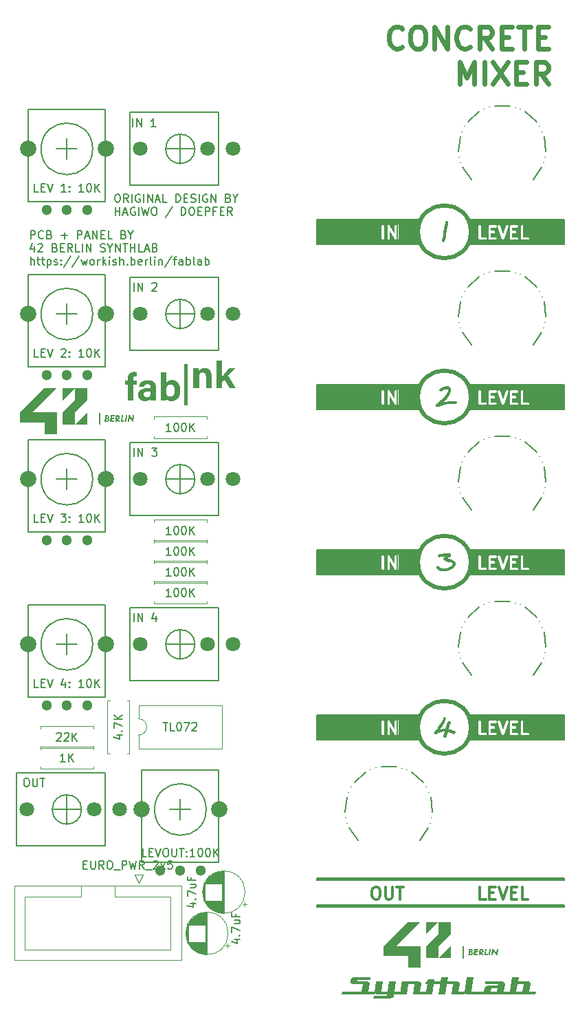
<source format=gbr>
%TF.GenerationSoftware,KiCad,Pcbnew,8.0.1-8.0.1-1~ubuntu22.04.1*%
%TF.CreationDate,2024-04-08T16:26:58+02:00*%
%TF.ProjectId,HagiwoEurorackMixer,48616769-776f-4457-9572-6f7261636b4d,rev?*%
%TF.SameCoordinates,Original*%
%TF.FileFunction,Legend,Top*%
%TF.FilePolarity,Positive*%
%FSLAX46Y46*%
G04 Gerber Fmt 4.6, Leading zero omitted, Abs format (unit mm)*
G04 Created by KiCad (PCBNEW 8.0.1-8.0.1-1~ubuntu22.04.1) date 2024-04-08 16:26:58*
%MOMM*%
%LPD*%
G01*
G04 APERTURE LIST*
%ADD10C,0.000000*%
%ADD11C,0.150000*%
%ADD12C,0.500000*%
%ADD13C,0.170500*%
%ADD14C,0.300000*%
%ADD15C,0.400000*%
%ADD16C,0.600000*%
%ADD17C,0.120000*%
%ADD18C,1.800000*%
%ADD19C,2.000000*%
%ADD20C,1.300000*%
G04 APERTURE END LIST*
D10*
G36*
X120183236Y-149769265D02*
G01*
X120183236Y-148289913D01*
X121722730Y-148289913D01*
X120183236Y-149769265D01*
G37*
D11*
X106680000Y-64385213D02*
X119380000Y-64385213D01*
X119380000Y-64893213D01*
X106680000Y-64893213D01*
X106680000Y-64385213D01*
G36*
X106680000Y-64385213D02*
G01*
X119380000Y-64385213D01*
X119380000Y-64893213D01*
X106680000Y-64893213D01*
X106680000Y-64385213D01*
G37*
D10*
G36*
X116442745Y-151248617D02*
G01*
X119523185Y-151248617D01*
X119523185Y-153925538D01*
X117982969Y-153925538D01*
X117982969Y-152446187D01*
X114903251Y-152446187D01*
X114903251Y-151248617D01*
X117982969Y-148289913D01*
X119523185Y-148289913D01*
X116442745Y-151248617D01*
G37*
D12*
X125680787Y-63369213D02*
G75*
G02*
X119175213Y-63369213I-3252787J0D01*
G01*
X119175213Y-63369213D02*
G75*
G02*
X125680787Y-63369213I3252787J0D01*
G01*
D11*
X106680000Y-123313213D02*
X114554000Y-123313213D01*
X114554000Y-125345213D01*
X106680000Y-125345213D01*
X106680000Y-123313213D01*
G36*
X106680000Y-123313213D02*
G01*
X114554000Y-123313213D01*
X114554000Y-125345213D01*
X106680000Y-125345213D01*
X106680000Y-123313213D01*
G37*
D10*
G36*
X128797288Y-152104144D02*
G01*
X128858328Y-151591421D01*
X129032000Y-151591421D01*
X128939687Y-152380115D01*
X128788558Y-152380115D01*
X128439625Y-151864487D01*
X128380014Y-152380115D01*
X128206342Y-152380115D01*
X128300084Y-151591421D01*
X128451293Y-151591421D01*
X128797288Y-152104144D01*
G37*
D11*
X106680000Y-142871213D02*
X137160000Y-142871213D01*
X137160000Y-143150613D01*
X106680000Y-143150613D01*
X106680000Y-142871213D01*
G36*
X106680000Y-142871213D02*
G01*
X137160000Y-142871213D01*
X137160000Y-143150613D01*
X106680000Y-143150613D01*
X106680000Y-142871213D01*
G37*
D10*
G36*
X124814807Y-152775172D02*
G01*
X124697093Y-152775172D01*
X124697093Y-151290741D01*
X124814807Y-151290741D01*
X124814807Y-152775172D01*
G37*
G36*
X82748437Y-86575534D02*
G01*
X82983228Y-86575534D01*
X82965052Y-86728768D01*
X82556588Y-86728768D01*
X82649614Y-85940804D01*
X82823368Y-85940804D01*
X82748437Y-86575534D01*
G37*
D11*
X125476000Y-61845213D02*
X137160000Y-61845213D01*
X137160000Y-62353213D01*
X125476000Y-62353213D01*
X125476000Y-61845213D01*
G36*
X125476000Y-61845213D02*
G01*
X137160000Y-61845213D01*
X137160000Y-62353213D01*
X125476000Y-62353213D01*
X125476000Y-61845213D01*
G37*
D13*
X125730000Y-77290000D02*
X124658925Y-75761952D01*
X124409907Y-75127529D02*
X124409907Y-75127529D01*
X124242969Y-74466745D02*
X124242969Y-74466745D01*
X124160781Y-73790174D02*
X124377575Y-71936764D01*
X124613686Y-71297424D02*
X124613686Y-71297424D01*
X124928616Y-70693005D02*
X124928616Y-70693005D01*
X125317326Y-70133176D02*
X126712135Y-68893565D01*
X127313731Y-68573277D02*
X127313731Y-68573277D01*
X127950947Y-68331494D02*
X127950947Y-68331494D01*
X128613588Y-68172085D02*
X130479633Y-68174409D01*
X131141874Y-68335468D02*
X131141874Y-68335468D01*
X131778485Y-68578838D02*
X131778485Y-68578838D01*
X132379282Y-68900625D02*
X133770999Y-70143707D01*
X134158313Y-70704502D02*
X134158313Y-70704502D01*
X134471735Y-71309704D02*
X134471735Y-71309704D01*
X134706252Y-71949630D02*
X134918429Y-73803575D01*
X134834555Y-74479939D02*
X134834555Y-74479939D01*
X134665971Y-75140305D02*
X134665971Y-75140305D01*
X134415374Y-75774106D02*
X133350000Y-77290000D01*
D11*
X116840000Y-123313213D02*
X119126000Y-123313213D01*
X119126000Y-125345213D01*
X116840000Y-125345213D01*
X116840000Y-123313213D01*
G36*
X116840000Y-123313213D02*
G01*
X119126000Y-123313213D01*
X119126000Y-125345213D01*
X116840000Y-125345213D01*
X116840000Y-123313213D01*
G37*
D13*
X125730000Y-56970000D02*
X124658925Y-55441952D01*
X124409907Y-54807529D02*
X124409907Y-54807529D01*
X124242969Y-54146745D02*
X124242969Y-54146745D01*
X124160781Y-53470174D02*
X124377575Y-51616764D01*
X124613686Y-50977424D02*
X124613686Y-50977424D01*
X124928616Y-50373005D02*
X124928616Y-50373005D01*
X125317326Y-49813176D02*
X126712135Y-48573565D01*
X127313731Y-48253277D02*
X127313731Y-48253277D01*
X127950947Y-48011494D02*
X127950947Y-48011494D01*
X128613588Y-47852085D02*
X130479633Y-47854409D01*
X131141874Y-48015468D02*
X131141874Y-48015468D01*
X131778485Y-48258838D02*
X131778485Y-48258838D01*
X132379282Y-48580625D02*
X133770999Y-49823707D01*
X134158313Y-50384502D02*
X134158313Y-50384502D01*
X134471735Y-50989704D02*
X134471735Y-50989704D01*
X134706252Y-51629630D02*
X134918429Y-53483575D01*
X134834555Y-54159939D02*
X134834555Y-54159939D01*
X134665971Y-54820305D02*
X134665971Y-54820305D01*
X134415374Y-55454106D02*
X133350000Y-56970000D01*
D11*
X116840000Y-82673213D02*
X119126000Y-82673213D01*
X119126000Y-84705213D01*
X116840000Y-84705213D01*
X116840000Y-82673213D01*
G36*
X116840000Y-82673213D02*
G01*
X119126000Y-82673213D01*
X119126000Y-84705213D01*
X116840000Y-84705213D01*
X116840000Y-82673213D01*
G37*
X125476000Y-122805213D02*
X137160000Y-122805213D01*
X137160000Y-123313213D01*
X125476000Y-123313213D01*
X125476000Y-122805213D01*
G36*
X125476000Y-122805213D02*
G01*
X137160000Y-122805213D01*
X137160000Y-123313213D01*
X125476000Y-123313213D01*
X125476000Y-122805213D01*
G37*
X106680000Y-62353213D02*
X114554000Y-62353213D01*
X114554000Y-64385213D01*
X106680000Y-64385213D01*
X106680000Y-62353213D01*
G36*
X106680000Y-62353213D02*
G01*
X114554000Y-62353213D01*
X114554000Y-64385213D01*
X106680000Y-64385213D01*
X106680000Y-62353213D01*
G37*
D10*
G36*
X95019813Y-81227083D02*
G01*
X95095260Y-81126831D01*
X95181870Y-81015417D01*
X95278402Y-80894080D01*
X95383615Y-80764062D01*
X95615126Y-80482943D01*
X95866480Y-80181979D01*
X96647000Y-80181979D01*
X95787105Y-81108021D01*
X96726376Y-82642604D01*
X95959084Y-82642604D01*
X95337313Y-81544584D01*
X95019813Y-81848855D01*
X95019813Y-82642604D01*
X94331897Y-82642604D01*
X94331897Y-79176563D01*
X95019813Y-79176563D01*
X95019813Y-81227083D01*
G37*
G36*
X90812938Y-84706354D02*
G01*
X90363147Y-84706354D01*
X90363147Y-79679271D01*
X90812938Y-79679271D01*
X90812938Y-84706354D01*
G37*
D11*
X133096000Y-123313213D02*
X137160000Y-123313213D01*
X137160000Y-125345213D01*
X133096000Y-125345213D01*
X133096000Y-123313213D01*
G36*
X133096000Y-123313213D02*
G01*
X137160000Y-123313213D01*
X137160000Y-125345213D01*
X133096000Y-125345213D01*
X133096000Y-123313213D01*
G37*
X125476000Y-84705213D02*
X137160000Y-84705213D01*
X137160000Y-85213213D01*
X125476000Y-85213213D01*
X125476000Y-84705213D01*
G36*
X125476000Y-84705213D02*
G01*
X137160000Y-84705213D01*
X137160000Y-85213213D01*
X125476000Y-85213213D01*
X125476000Y-84705213D01*
G37*
X106680000Y-61845213D02*
X119380000Y-61845213D01*
X119380000Y-62353213D01*
X106680000Y-62353213D01*
X106680000Y-61845213D01*
G36*
X106680000Y-61845213D02*
G01*
X119380000Y-61845213D01*
X119380000Y-62353213D01*
X106680000Y-62353213D01*
X106680000Y-61845213D01*
G37*
D10*
G36*
X80924269Y-85941149D02*
G01*
X80934618Y-85941661D01*
X80945196Y-85942471D01*
X80955949Y-85943635D01*
X80966823Y-85945206D01*
X80977762Y-85947239D01*
X80988713Y-85949788D01*
X80999621Y-85952908D01*
X81010433Y-85956652D01*
X81021092Y-85961074D01*
X81031546Y-85966230D01*
X81041738Y-85972174D01*
X81051617Y-85978959D01*
X81056421Y-85982684D01*
X81061125Y-85986640D01*
X81065724Y-85990833D01*
X81070211Y-85995271D01*
X81075191Y-86000657D01*
X81080027Y-86006465D01*
X81084693Y-86012693D01*
X81089165Y-86019337D01*
X81093420Y-86026394D01*
X81097431Y-86033860D01*
X81101176Y-86041733D01*
X81104630Y-86050009D01*
X81107769Y-86058686D01*
X81110568Y-86067759D01*
X81113003Y-86077226D01*
X81115050Y-86087083D01*
X81116684Y-86097328D01*
X81117881Y-86107956D01*
X81118618Y-86118965D01*
X81118869Y-86130352D01*
X81118725Y-86139756D01*
X81118296Y-86148909D01*
X81117585Y-86157816D01*
X81116594Y-86166480D01*
X81115327Y-86174906D01*
X81113787Y-86183098D01*
X81111977Y-86191061D01*
X81109899Y-86198798D01*
X81107557Y-86206313D01*
X81104954Y-86213612D01*
X81102093Y-86220698D01*
X81098977Y-86227575D01*
X81095609Y-86234247D01*
X81091992Y-86240720D01*
X81088129Y-86246996D01*
X81084022Y-86253081D01*
X81079344Y-86259536D01*
X81074573Y-86265562D01*
X81069722Y-86271176D01*
X81064803Y-86276392D01*
X81059827Y-86281224D01*
X81054807Y-86285689D01*
X81049755Y-86289800D01*
X81044683Y-86293572D01*
X81039601Y-86297021D01*
X81034524Y-86300162D01*
X81029462Y-86303009D01*
X81024428Y-86305577D01*
X81019433Y-86307881D01*
X81014490Y-86309936D01*
X81009610Y-86311757D01*
X81004805Y-86313359D01*
X81011905Y-86315238D01*
X81018767Y-86317325D01*
X81025393Y-86319605D01*
X81031784Y-86322065D01*
X81037941Y-86324691D01*
X81043866Y-86327469D01*
X81049558Y-86330385D01*
X81055020Y-86333425D01*
X81060252Y-86336577D01*
X81065256Y-86339825D01*
X81070031Y-86343156D01*
X81074580Y-86346556D01*
X81078904Y-86350011D01*
X81083002Y-86353508D01*
X81086878Y-86357032D01*
X81090531Y-86360571D01*
X81096833Y-86367279D01*
X81102652Y-86374071D01*
X81107997Y-86380960D01*
X81112880Y-86387962D01*
X81117310Y-86395092D01*
X81121299Y-86402365D01*
X81124857Y-86409794D01*
X81127995Y-86417396D01*
X81130725Y-86425186D01*
X81133055Y-86433177D01*
X81134997Y-86441386D01*
X81136563Y-86449826D01*
X81137762Y-86458514D01*
X81138605Y-86467463D01*
X81139103Y-86476688D01*
X81139266Y-86486206D01*
X81138908Y-86501526D01*
X81137865Y-86516175D01*
X81136184Y-86530159D01*
X81133915Y-86543488D01*
X81131105Y-86556170D01*
X81127802Y-86568214D01*
X81124054Y-86579628D01*
X81119909Y-86590421D01*
X81115416Y-86600601D01*
X81110621Y-86610177D01*
X81105574Y-86619157D01*
X81100323Y-86627549D01*
X81094914Y-86635363D01*
X81089397Y-86642607D01*
X81083819Y-86649289D01*
X81078228Y-86655417D01*
X81072558Y-86661125D01*
X81066728Y-86666543D01*
X81060746Y-86671676D01*
X81054619Y-86676533D01*
X81041953Y-86685448D01*
X81028787Y-86693343D01*
X81015173Y-86700276D01*
X81001167Y-86706305D01*
X80986822Y-86711488D01*
X80972194Y-86715880D01*
X80957335Y-86719541D01*
X80942301Y-86722528D01*
X80927146Y-86724897D01*
X80911924Y-86726707D01*
X80896690Y-86728014D01*
X80881497Y-86728877D01*
X80866401Y-86729352D01*
X80851454Y-86729498D01*
X80571578Y-86729498D01*
X80588238Y-86587155D01*
X80761998Y-86587155D01*
X80825260Y-86587155D01*
X80838385Y-86586948D01*
X80852872Y-86586178D01*
X80860455Y-86585514D01*
X80868174Y-86584626D01*
X80875962Y-86583487D01*
X80883750Y-86582070D01*
X80891470Y-86580346D01*
X80899054Y-86578288D01*
X80906434Y-86575869D01*
X80913542Y-86573060D01*
X80920310Y-86569835D01*
X80926670Y-86566165D01*
X80929676Y-86564155D01*
X80932554Y-86562023D01*
X80935296Y-86559766D01*
X80937894Y-86557381D01*
X80939870Y-86555455D01*
X80941967Y-86553211D01*
X80944150Y-86550637D01*
X80946384Y-86547722D01*
X80948636Y-86544454D01*
X80950872Y-86540821D01*
X80953057Y-86536811D01*
X80954120Y-86534662D01*
X80955157Y-86532414D01*
X80956165Y-86530066D01*
X80957138Y-86527616D01*
X80958074Y-86525063D01*
X80958966Y-86522407D01*
X80959812Y-86519644D01*
X80960607Y-86516774D01*
X80961346Y-86513795D01*
X80962026Y-86510706D01*
X80962641Y-86507505D01*
X80963189Y-86504191D01*
X80963664Y-86500762D01*
X80964062Y-86497217D01*
X80964379Y-86493555D01*
X80964611Y-86489774D01*
X80964753Y-86485872D01*
X80964801Y-86481848D01*
X80964756Y-86478627D01*
X80964612Y-86475240D01*
X80964355Y-86471711D01*
X80963970Y-86468062D01*
X80963446Y-86464315D01*
X80962767Y-86460492D01*
X80961921Y-86456616D01*
X80960892Y-86452709D01*
X80959669Y-86448794D01*
X80958236Y-86444892D01*
X80956581Y-86441027D01*
X80954689Y-86437220D01*
X80952546Y-86433493D01*
X80950140Y-86429870D01*
X80947456Y-86426373D01*
X80944481Y-86423023D01*
X80942081Y-86420644D01*
X80939531Y-86418404D01*
X80936843Y-86416302D01*
X80934029Y-86414330D01*
X80931102Y-86412487D01*
X80928072Y-86410767D01*
X80921753Y-86407681D01*
X80915167Y-86405036D01*
X80908408Y-86402801D01*
X80901572Y-86400940D01*
X80894753Y-86399419D01*
X80888046Y-86398205D01*
X80881544Y-86397263D01*
X80875344Y-86396559D01*
X80869539Y-86396060D01*
X80859495Y-86395538D01*
X80852169Y-86395425D01*
X80784541Y-86395425D01*
X80761998Y-86587155D01*
X80588238Y-86587155D01*
X80626404Y-86261074D01*
X80799781Y-86261074D01*
X80835420Y-86261074D01*
X80846810Y-86260867D01*
X80852819Y-86260567D01*
X80858987Y-86260098D01*
X80865275Y-86259433D01*
X80871644Y-86258545D01*
X80878056Y-86257406D01*
X80884474Y-86255988D01*
X80890858Y-86254264D01*
X80897170Y-86252206D01*
X80903372Y-86249786D01*
X80909425Y-86246977D01*
X80915291Y-86243750D01*
X80920932Y-86240080D01*
X80926309Y-86235936D01*
X80928887Y-86233679D01*
X80931385Y-86231293D01*
X80934439Y-86228029D01*
X80937319Y-86224513D01*
X80940021Y-86220764D01*
X80942543Y-86216804D01*
X80944881Y-86212653D01*
X80947033Y-86208330D01*
X80948994Y-86203856D01*
X80950762Y-86199251D01*
X80952334Y-86194536D01*
X80953707Y-86189730D01*
X80954877Y-86184853D01*
X80955841Y-86179927D01*
X80956597Y-86174971D01*
X80957140Y-86170005D01*
X80957469Y-86165050D01*
X80957579Y-86160125D01*
X80957421Y-86154302D01*
X80956965Y-86148810D01*
X80956237Y-86143639D01*
X80955261Y-86138779D01*
X80954063Y-86134222D01*
X80952669Y-86129958D01*
X80951104Y-86125976D01*
X80949393Y-86122268D01*
X80947562Y-86118824D01*
X80945637Y-86115634D01*
X80943643Y-86112689D01*
X80941605Y-86109979D01*
X80939549Y-86107495D01*
X80937500Y-86105227D01*
X80935485Y-86103165D01*
X80933527Y-86101300D01*
X80931527Y-86099648D01*
X80929475Y-86098095D01*
X80927372Y-86096639D01*
X80925221Y-86095275D01*
X80920787Y-86092814D01*
X80916195Y-86090688D01*
X80911465Y-86088873D01*
X80906620Y-86087345D01*
X80901680Y-86086078D01*
X80896668Y-86085048D01*
X80891604Y-86084232D01*
X80886511Y-86083603D01*
X80881410Y-86083139D01*
X80876322Y-86082814D01*
X80866272Y-86082483D01*
X80856533Y-86082417D01*
X80820180Y-86082417D01*
X80799781Y-86261074D01*
X80626404Y-86261074D01*
X80663890Y-85940804D01*
X80904476Y-85940804D01*
X80924269Y-85941149D01*
G37*
D11*
X133096000Y-62353213D02*
X137160000Y-62353213D01*
X137160000Y-64385213D01*
X133096000Y-64385213D01*
X133096000Y-62353213D01*
G36*
X133096000Y-62353213D02*
G01*
X137160000Y-62353213D01*
X137160000Y-64385213D01*
X133096000Y-64385213D01*
X133096000Y-62353213D01*
G37*
D12*
X125680787Y-83689213D02*
G75*
G02*
X119175213Y-83689213I-3252787J0D01*
G01*
X119175213Y-83689213D02*
G75*
G02*
X125680787Y-83689213I3252787J0D01*
G01*
D10*
G36*
X127027308Y-151591858D02*
G01*
X127040690Y-151592512D01*
X127053995Y-151593553D01*
X127067204Y-151595054D01*
X127080296Y-151597087D01*
X127093250Y-151599724D01*
X127106045Y-151603038D01*
X127118663Y-151607100D01*
X127131081Y-151611984D01*
X127143280Y-151617762D01*
X127155238Y-151624506D01*
X127166936Y-151632288D01*
X127178354Y-151641181D01*
X127189470Y-151651257D01*
X127200264Y-151662589D01*
X127205185Y-151668165D01*
X127210097Y-151674280D01*
X127214957Y-151680947D01*
X127219723Y-151688176D01*
X127224352Y-151695980D01*
X127228802Y-151704371D01*
X127233031Y-151713359D01*
X127236994Y-151722957D01*
X127240651Y-151733175D01*
X127243959Y-151744027D01*
X127246874Y-151755524D01*
X127249355Y-151767677D01*
X127251358Y-151780498D01*
X127252842Y-151793998D01*
X127253763Y-151808190D01*
X127254000Y-151815549D01*
X127254080Y-151823085D01*
X127253793Y-151836923D01*
X127252943Y-151850380D01*
X127251550Y-151863453D01*
X127249631Y-151876135D01*
X127247205Y-151888421D01*
X127244289Y-151900306D01*
X127240903Y-151911785D01*
X127237064Y-151922853D01*
X127232791Y-151933503D01*
X127228101Y-151943731D01*
X127223014Y-151953531D01*
X127217547Y-151962898D01*
X127211718Y-151971827D01*
X127205547Y-151980313D01*
X127199050Y-151988349D01*
X127192248Y-151995932D01*
X127185974Y-152002068D01*
X127179433Y-152007942D01*
X127172647Y-152013551D01*
X127165638Y-152018889D01*
X127158428Y-152023950D01*
X127151041Y-152028729D01*
X127143497Y-152033220D01*
X127135821Y-152037419D01*
X127128034Y-152041321D01*
X127120159Y-152044919D01*
X127112218Y-152048209D01*
X127104233Y-152051185D01*
X127096228Y-152053841D01*
X127088224Y-152056174D01*
X127080244Y-152058177D01*
X127072311Y-152059845D01*
X127266382Y-152380115D01*
X127063580Y-152380115D01*
X126881891Y-152069283D01*
X126845536Y-152380115D01*
X126671865Y-152380115D01*
X126722272Y-151949450D01*
X126895701Y-151949450D01*
X126938565Y-151949450D01*
X126949823Y-151949246D01*
X126955866Y-151948952D01*
X126962133Y-151948497D01*
X126968583Y-151947855D01*
X126975178Y-151947000D01*
X126981877Y-151945907D01*
X126988640Y-151944550D01*
X126995429Y-151942903D01*
X127002203Y-151940942D01*
X127008924Y-151938640D01*
X127015550Y-151935972D01*
X127022043Y-151932912D01*
X127028362Y-151929436D01*
X127034469Y-151925516D01*
X127040324Y-151921129D01*
X127043123Y-151918787D01*
X127045793Y-151916391D01*
X127048336Y-151913943D01*
X127050755Y-151911446D01*
X127053052Y-151908901D01*
X127055231Y-151906311D01*
X127059243Y-151900998D01*
X127062811Y-151895524D01*
X127065958Y-151889903D01*
X127068704Y-151884150D01*
X127071070Y-151878281D01*
X127073079Y-151872309D01*
X127074750Y-151866249D01*
X127076106Y-151860118D01*
X127077168Y-151853929D01*
X127077957Y-151847697D01*
X127078494Y-151841438D01*
X127078801Y-151835166D01*
X127078898Y-151828895D01*
X127078825Y-151824185D01*
X127078587Y-151819332D01*
X127078156Y-151814364D01*
X127077505Y-151809310D01*
X127076606Y-151804196D01*
X127075433Y-151799049D01*
X127073958Y-151793899D01*
X127072152Y-151788772D01*
X127069990Y-151783697D01*
X127067443Y-151778699D01*
X127064484Y-151773809D01*
X127062841Y-151771412D01*
X127061085Y-151769052D01*
X127059212Y-151766732D01*
X127057219Y-151764457D01*
X127055103Y-151762228D01*
X127052859Y-151760051D01*
X127050485Y-151757927D01*
X127047977Y-151755862D01*
X127045332Y-151753857D01*
X127042546Y-151751917D01*
X127038201Y-151749191D01*
X127033623Y-151746726D01*
X127028818Y-151744510D01*
X127023790Y-151742531D01*
X127018544Y-151740777D01*
X127013087Y-151739238D01*
X127007423Y-151737901D01*
X127001558Y-151736755D01*
X126995497Y-151735787D01*
X126989244Y-151734986D01*
X126982806Y-151734341D01*
X126976186Y-151733839D01*
X126969392Y-151733469D01*
X126962427Y-151733220D01*
X126948009Y-151733034D01*
X126921896Y-151733034D01*
X126895701Y-151949450D01*
X126722272Y-151949450D01*
X126764178Y-151591421D01*
X127000398Y-151591421D01*
X127027308Y-151591858D01*
G37*
G36*
X125723520Y-151591766D02*
G01*
X125733869Y-151592278D01*
X125744447Y-151593088D01*
X125755200Y-151594252D01*
X125766074Y-151595823D01*
X125777013Y-151597856D01*
X125787964Y-151600405D01*
X125798872Y-151603525D01*
X125809684Y-151607269D01*
X125820343Y-151611691D01*
X125830797Y-151616847D01*
X125840989Y-151622791D01*
X125850868Y-151629576D01*
X125855672Y-151633301D01*
X125860376Y-151637257D01*
X125864975Y-151641450D01*
X125869462Y-151645888D01*
X125874442Y-151651274D01*
X125879278Y-151657082D01*
X125883944Y-151663310D01*
X125888416Y-151669954D01*
X125892671Y-151677011D01*
X125896682Y-151684477D01*
X125900427Y-151692350D01*
X125903881Y-151700626D01*
X125907020Y-151709303D01*
X125909819Y-151718376D01*
X125912254Y-151727843D01*
X125914301Y-151737700D01*
X125915935Y-151747945D01*
X125917132Y-151758573D01*
X125917869Y-151769582D01*
X125918120Y-151780969D01*
X125917976Y-151790373D01*
X125917547Y-151799526D01*
X125916836Y-151808433D01*
X125915845Y-151817097D01*
X125914578Y-151825523D01*
X125913038Y-151833715D01*
X125911228Y-151841678D01*
X125909150Y-151849415D01*
X125906808Y-151856930D01*
X125904205Y-151864229D01*
X125901344Y-151871315D01*
X125898228Y-151878192D01*
X125894860Y-151884864D01*
X125891243Y-151891337D01*
X125887380Y-151897613D01*
X125883273Y-151903698D01*
X125878595Y-151910153D01*
X125873824Y-151916179D01*
X125868973Y-151921793D01*
X125864054Y-151927009D01*
X125859078Y-151931841D01*
X125854058Y-151936306D01*
X125849006Y-151940417D01*
X125843934Y-151944189D01*
X125838852Y-151947638D01*
X125833775Y-151950779D01*
X125828713Y-151953626D01*
X125823679Y-151956194D01*
X125818684Y-151958498D01*
X125813741Y-151960553D01*
X125808861Y-151962374D01*
X125804056Y-151963976D01*
X125811156Y-151965855D01*
X125818018Y-151967942D01*
X125824644Y-151970222D01*
X125831035Y-151972682D01*
X125837192Y-151975308D01*
X125843117Y-151978086D01*
X125848809Y-151981002D01*
X125854271Y-151984042D01*
X125859503Y-151987194D01*
X125864507Y-151990442D01*
X125869282Y-151993773D01*
X125873831Y-151997173D01*
X125878155Y-152000628D01*
X125882253Y-152004125D01*
X125886129Y-152007649D01*
X125889782Y-152011188D01*
X125896084Y-152017896D01*
X125901903Y-152024688D01*
X125907248Y-152031577D01*
X125912131Y-152038579D01*
X125916561Y-152045709D01*
X125920550Y-152052982D01*
X125924108Y-152060411D01*
X125927246Y-152068013D01*
X125929976Y-152075803D01*
X125932306Y-152083794D01*
X125934248Y-152092003D01*
X125935814Y-152100443D01*
X125937013Y-152109131D01*
X125937856Y-152118080D01*
X125938354Y-152127305D01*
X125938517Y-152136823D01*
X125938159Y-152152143D01*
X125937116Y-152166792D01*
X125935435Y-152180776D01*
X125933166Y-152194105D01*
X125930356Y-152206787D01*
X125927053Y-152218831D01*
X125923305Y-152230245D01*
X125919160Y-152241038D01*
X125914667Y-152251218D01*
X125909872Y-152260794D01*
X125904825Y-152269774D01*
X125899574Y-152278166D01*
X125894165Y-152285980D01*
X125888648Y-152293224D01*
X125883070Y-152299906D01*
X125877479Y-152306034D01*
X125871809Y-152311742D01*
X125865979Y-152317160D01*
X125859997Y-152322293D01*
X125853870Y-152327150D01*
X125841204Y-152336065D01*
X125828038Y-152343960D01*
X125814424Y-152350893D01*
X125800418Y-152356922D01*
X125786073Y-152362105D01*
X125771445Y-152366497D01*
X125756586Y-152370158D01*
X125741552Y-152373145D01*
X125726397Y-152375514D01*
X125711175Y-152377324D01*
X125695941Y-152378631D01*
X125680748Y-152379494D01*
X125665652Y-152379969D01*
X125650705Y-152380115D01*
X125370829Y-152380115D01*
X125387489Y-152237772D01*
X125561249Y-152237772D01*
X125624511Y-152237772D01*
X125637636Y-152237565D01*
X125652123Y-152236795D01*
X125659706Y-152236131D01*
X125667425Y-152235243D01*
X125675213Y-152234104D01*
X125683001Y-152232687D01*
X125690721Y-152230963D01*
X125698305Y-152228905D01*
X125705685Y-152226486D01*
X125712793Y-152223677D01*
X125719561Y-152220452D01*
X125725921Y-152216782D01*
X125728927Y-152214772D01*
X125731805Y-152212640D01*
X125734547Y-152210383D01*
X125737145Y-152207998D01*
X125739121Y-152206072D01*
X125741218Y-152203828D01*
X125743401Y-152201254D01*
X125745635Y-152198339D01*
X125747887Y-152195071D01*
X125750123Y-152191438D01*
X125752308Y-152187428D01*
X125753371Y-152185279D01*
X125754408Y-152183031D01*
X125755416Y-152180683D01*
X125756389Y-152178233D01*
X125757325Y-152175680D01*
X125758217Y-152173024D01*
X125759063Y-152170261D01*
X125759858Y-152167391D01*
X125760597Y-152164412D01*
X125761277Y-152161323D01*
X125761892Y-152158122D01*
X125762440Y-152154808D01*
X125762915Y-152151379D01*
X125763313Y-152147834D01*
X125763630Y-152144172D01*
X125763862Y-152140391D01*
X125764004Y-152136489D01*
X125764052Y-152132465D01*
X125764007Y-152129244D01*
X125763863Y-152125857D01*
X125763606Y-152122328D01*
X125763221Y-152118679D01*
X125762697Y-152114932D01*
X125762018Y-152111109D01*
X125761172Y-152107233D01*
X125760143Y-152103326D01*
X125758920Y-152099411D01*
X125757487Y-152095509D01*
X125755832Y-152091644D01*
X125753940Y-152087837D01*
X125751797Y-152084110D01*
X125749391Y-152080487D01*
X125746707Y-152076990D01*
X125743732Y-152073640D01*
X125741332Y-152071261D01*
X125738782Y-152069021D01*
X125736094Y-152066919D01*
X125733280Y-152064947D01*
X125730353Y-152063104D01*
X125727323Y-152061384D01*
X125721004Y-152058298D01*
X125714418Y-152055653D01*
X125707659Y-152053418D01*
X125700823Y-152051557D01*
X125694004Y-152050036D01*
X125687297Y-152048822D01*
X125680795Y-152047880D01*
X125674595Y-152047176D01*
X125668790Y-152046677D01*
X125658746Y-152046155D01*
X125651420Y-152046042D01*
X125583792Y-152046042D01*
X125561249Y-152237772D01*
X125387489Y-152237772D01*
X125425655Y-151911691D01*
X125599032Y-151911691D01*
X125634671Y-151911691D01*
X125646061Y-151911484D01*
X125652070Y-151911184D01*
X125658238Y-151910715D01*
X125664526Y-151910050D01*
X125670895Y-151909162D01*
X125677307Y-151908023D01*
X125683725Y-151906605D01*
X125690109Y-151904881D01*
X125696421Y-151902823D01*
X125702623Y-151900403D01*
X125708676Y-151897594D01*
X125714542Y-151894367D01*
X125720183Y-151890697D01*
X125725560Y-151886553D01*
X125728138Y-151884296D01*
X125730636Y-151881910D01*
X125733690Y-151878646D01*
X125736570Y-151875130D01*
X125739272Y-151871381D01*
X125741794Y-151867421D01*
X125744132Y-151863270D01*
X125746284Y-151858947D01*
X125748245Y-151854473D01*
X125750013Y-151849868D01*
X125751585Y-151845153D01*
X125752958Y-151840347D01*
X125754128Y-151835470D01*
X125755092Y-151830544D01*
X125755848Y-151825588D01*
X125756391Y-151820622D01*
X125756720Y-151815667D01*
X125756830Y-151810742D01*
X125756672Y-151804919D01*
X125756216Y-151799427D01*
X125755488Y-151794256D01*
X125754512Y-151789396D01*
X125753314Y-151784839D01*
X125751920Y-151780575D01*
X125750355Y-151776593D01*
X125748644Y-151772885D01*
X125746813Y-151769441D01*
X125744888Y-151766251D01*
X125742894Y-151763306D01*
X125740856Y-151760596D01*
X125738800Y-151758112D01*
X125736751Y-151755844D01*
X125734736Y-151753782D01*
X125732778Y-151751917D01*
X125730778Y-151750265D01*
X125728726Y-151748712D01*
X125726623Y-151747256D01*
X125724472Y-151745892D01*
X125720038Y-151743431D01*
X125715446Y-151741305D01*
X125710716Y-151739490D01*
X125705871Y-151737962D01*
X125700931Y-151736695D01*
X125695919Y-151735665D01*
X125690855Y-151734849D01*
X125685762Y-151734220D01*
X125680661Y-151733756D01*
X125675573Y-151733431D01*
X125665523Y-151733100D01*
X125655784Y-151733034D01*
X125619431Y-151733034D01*
X125599032Y-151911691D01*
X125425655Y-151911691D01*
X125463141Y-151591421D01*
X125703727Y-151591421D01*
X125723520Y-151591766D01*
G37*
D11*
X106680000Y-122805213D02*
X119380000Y-122805213D01*
X119380000Y-123313213D01*
X106680000Y-123313213D01*
X106680000Y-122805213D01*
G36*
X106680000Y-122805213D02*
G01*
X119380000Y-122805213D01*
X119380000Y-123313213D01*
X106680000Y-123313213D01*
X106680000Y-122805213D01*
G37*
X125476000Y-82673213D02*
X126492000Y-82673213D01*
X126492000Y-84705213D01*
X125476000Y-84705213D01*
X125476000Y-82673213D01*
G36*
X125476000Y-82673213D02*
G01*
X126492000Y-82673213D01*
X126492000Y-84705213D01*
X125476000Y-84705213D01*
X125476000Y-82673213D01*
G37*
X106680000Y-84705213D02*
X119380000Y-84705213D01*
X119380000Y-85213213D01*
X106680000Y-85213213D01*
X106680000Y-84705213D01*
G36*
X106680000Y-84705213D02*
G01*
X119380000Y-84705213D01*
X119380000Y-85213213D01*
X106680000Y-85213213D01*
X106680000Y-84705213D01*
G37*
D10*
G36*
X92961793Y-80130030D02*
G01*
X93006250Y-80132929D01*
X93049714Y-80137750D01*
X93092152Y-80144488D01*
X93133535Y-80153135D01*
X93173830Y-80163683D01*
X93213006Y-80176125D01*
X93251032Y-80190454D01*
X93287875Y-80206663D01*
X93323504Y-80224745D01*
X93357889Y-80244691D01*
X93390997Y-80266496D01*
X93422797Y-80290151D01*
X93453257Y-80315650D01*
X93482347Y-80342985D01*
X93510034Y-80372149D01*
X93536286Y-80403134D01*
X93561074Y-80435933D01*
X93584364Y-80470540D01*
X93606126Y-80506947D01*
X93626328Y-80545146D01*
X93644938Y-80585130D01*
X93661925Y-80626892D01*
X93677258Y-80670425D01*
X93690905Y-80715721D01*
X93702835Y-80762774D01*
X93713015Y-80811576D01*
X93721416Y-80862119D01*
X93728004Y-80914396D01*
X93732749Y-80968401D01*
X93735619Y-81024126D01*
X93736583Y-81081563D01*
X93736583Y-82642604D01*
X93048667Y-82642604D01*
X93048667Y-81160938D01*
X93047553Y-81109807D01*
X93044094Y-81060711D01*
X93038115Y-81013825D01*
X93029443Y-80969322D01*
X93017903Y-80927376D01*
X93011003Y-80907418D01*
X93003321Y-80888164D01*
X92994834Y-80869636D01*
X92985522Y-80851858D01*
X92975361Y-80834849D01*
X92964331Y-80818633D01*
X92952410Y-80803231D01*
X92939575Y-80788664D01*
X92925805Y-80774955D01*
X92911079Y-80762125D01*
X92895373Y-80750196D01*
X92878668Y-80739190D01*
X92860940Y-80729129D01*
X92842168Y-80720034D01*
X92822330Y-80711928D01*
X92801405Y-80704832D01*
X92779370Y-80698767D01*
X92756204Y-80693757D01*
X92731885Y-80689822D01*
X92706391Y-80686984D01*
X92679701Y-80685265D01*
X92651792Y-80684688D01*
X92623731Y-80685156D01*
X92596598Y-80686577D01*
X92570390Y-80688971D01*
X92545106Y-80692362D01*
X92520741Y-80696769D01*
X92497295Y-80702216D01*
X92474765Y-80708723D01*
X92453147Y-80716314D01*
X92432441Y-80725009D01*
X92412643Y-80734830D01*
X92393750Y-80745799D01*
X92375762Y-80757939D01*
X92358674Y-80771270D01*
X92342485Y-80785815D01*
X92327193Y-80801595D01*
X92312794Y-80818633D01*
X92299287Y-80836949D01*
X92286668Y-80856567D01*
X92274937Y-80877507D01*
X92264089Y-80899791D01*
X92254123Y-80923441D01*
X92245036Y-80948480D01*
X92236827Y-80974928D01*
X92229492Y-81002808D01*
X92223028Y-81032141D01*
X92217435Y-81062949D01*
X92212708Y-81095255D01*
X92208847Y-81129079D01*
X92205848Y-81164444D01*
X92203708Y-81201371D01*
X92202000Y-81280000D01*
X92202000Y-82642604D01*
X91514084Y-82642604D01*
X91514084Y-80181979D01*
X92175542Y-80181979D01*
X92180477Y-80211357D01*
X92185257Y-80248332D01*
X92189727Y-80290577D01*
X92193732Y-80335768D01*
X92197116Y-80381579D01*
X92199726Y-80425685D01*
X92201405Y-80465760D01*
X92202000Y-80499479D01*
X92218307Y-80469158D01*
X92237579Y-80437984D01*
X92259990Y-80406345D01*
X92285716Y-80374629D01*
X92314929Y-80343223D01*
X92330898Y-80327757D01*
X92347805Y-80312514D01*
X92365671Y-80297542D01*
X92384518Y-80282890D01*
X92404368Y-80268607D01*
X92425242Y-80254740D01*
X92447163Y-80241338D01*
X92470152Y-80228449D01*
X92494231Y-80216123D01*
X92519423Y-80204407D01*
X92545747Y-80193350D01*
X92573227Y-80183000D01*
X92601885Y-80173406D01*
X92631741Y-80164616D01*
X92662819Y-80156679D01*
X92695139Y-80149643D01*
X92728723Y-80143556D01*
X92763594Y-80138468D01*
X92799772Y-80134426D01*
X92837281Y-80131478D01*
X92876141Y-80129675D01*
X92916375Y-80129063D01*
X92961793Y-80130030D01*
G37*
D13*
X125730000Y-97610000D02*
X124658925Y-96081952D01*
X124409907Y-95447529D02*
X124409907Y-95447529D01*
X124242969Y-94786745D02*
X124242969Y-94786745D01*
X124160781Y-94110174D02*
X124377575Y-92256764D01*
X124613686Y-91617424D02*
X124613686Y-91617424D01*
X124928616Y-91013005D02*
X124928616Y-91013005D01*
X125317326Y-90453176D02*
X126712135Y-89213565D01*
X127313731Y-88893277D02*
X127313731Y-88893277D01*
X127950947Y-88651494D02*
X127950947Y-88651494D01*
X128613588Y-88492085D02*
X130479633Y-88494409D01*
X131141874Y-88655468D02*
X131141874Y-88655468D01*
X131778485Y-88898838D02*
X131778485Y-88898838D01*
X132379282Y-89220625D02*
X133770999Y-90463707D01*
X134158313Y-91024502D02*
X134158313Y-91024502D01*
X134471735Y-91629704D02*
X134471735Y-91629704D01*
X134706252Y-92269630D02*
X134918429Y-94123575D01*
X134834555Y-94799939D02*
X134834555Y-94799939D01*
X134665971Y-95460305D02*
X134665971Y-95460305D01*
X134415374Y-96094106D02*
X133350000Y-97610000D01*
D11*
X106680000Y-125345213D02*
X119380000Y-125345213D01*
X119380000Y-125853213D01*
X106680000Y-125853213D01*
X106680000Y-125345213D01*
G36*
X106680000Y-125345213D02*
G01*
X119380000Y-125345213D01*
X119380000Y-125853213D01*
X106680000Y-125853213D01*
X106680000Y-125345213D01*
G37*
D10*
G36*
X126610825Y-151744655D02*
G01*
X126317851Y-151744655D01*
X126296024Y-151897166D01*
X126578836Y-151897166D01*
X126557009Y-152051129D01*
X126274990Y-152051129D01*
X126251018Y-152226151D01*
X126548992Y-152226151D01*
X126527958Y-152380115D01*
X126027815Y-152380115D01*
X126137591Y-151591421D01*
X126632573Y-151591421D01*
X126610825Y-151744655D01*
G37*
G36*
X128038384Y-152379385D02*
G01*
X127864633Y-152379385D01*
X127956945Y-151591421D01*
X128130697Y-151591421D01*
X128038384Y-152379385D01*
G37*
G36*
X80015556Y-87124555D02*
G01*
X79897842Y-87124555D01*
X79897842Y-85640124D01*
X80015556Y-85640124D01*
X80015556Y-87124555D01*
G37*
D11*
X116840000Y-102993213D02*
X119126000Y-102993213D01*
X119126000Y-105025213D01*
X116840000Y-105025213D01*
X116840000Y-102993213D01*
G36*
X116840000Y-102993213D02*
G01*
X119126000Y-102993213D01*
X119126000Y-105025213D01*
X116840000Y-105025213D01*
X116840000Y-102993213D01*
G37*
D10*
G36*
X78463695Y-84118648D02*
G01*
X76923479Y-85598000D01*
X76923479Y-87077351D01*
X75383985Y-87077351D01*
X75383985Y-85598000D01*
X76923479Y-84118648D01*
X76923479Y-82639296D01*
X78463695Y-82639296D01*
X78463695Y-84118648D01*
G37*
G36*
X85985675Y-81627072D02*
G01*
X86098911Y-81636464D01*
X86204861Y-81652212D01*
X86303446Y-81674394D01*
X86349953Y-81687922D01*
X86394591Y-81703088D01*
X86437348Y-81719900D01*
X86478216Y-81738370D01*
X86517185Y-81758506D01*
X86554245Y-81780318D01*
X86589386Y-81803816D01*
X86622600Y-81829010D01*
X86653875Y-81855909D01*
X86683203Y-81884524D01*
X86710574Y-81914862D01*
X86735978Y-81946936D01*
X86759405Y-81980753D01*
X86780846Y-82016324D01*
X86800291Y-82053659D01*
X86817730Y-82092767D01*
X86833154Y-82133657D01*
X86846553Y-82176340D01*
X86857916Y-82220826D01*
X86867236Y-82267123D01*
X86874501Y-82315242D01*
X86879703Y-82365192D01*
X86882831Y-82416983D01*
X86883876Y-82470625D01*
X86883876Y-83502501D01*
X86886150Y-83694737D01*
X86892144Y-83889453D01*
X86896149Y-83976115D01*
X86900619Y-84049444D01*
X86905399Y-84104789D01*
X86910334Y-84137501D01*
X86262105Y-84137501D01*
X86257144Y-84114789D01*
X86252183Y-84087271D01*
X86242261Y-84023398D01*
X86232340Y-83957046D01*
X86227379Y-83926428D01*
X86222418Y-83899375D01*
X86204228Y-83926625D01*
X86184177Y-83953661D01*
X86161956Y-83980271D01*
X86149935Y-83993350D01*
X86137255Y-84006242D01*
X86123877Y-84018921D01*
X86109763Y-84031360D01*
X86094874Y-84043532D01*
X86079171Y-84055412D01*
X86062615Y-84066972D01*
X86045168Y-84078185D01*
X86026790Y-84089025D01*
X86007444Y-84099466D01*
X85987090Y-84109480D01*
X85965689Y-84119042D01*
X85943204Y-84128123D01*
X85919594Y-84136699D01*
X85894822Y-84144741D01*
X85868848Y-84152224D01*
X85841634Y-84159121D01*
X85813140Y-84165405D01*
X85783330Y-84171049D01*
X85752162Y-84176028D01*
X85719600Y-84180313D01*
X85685603Y-84183879D01*
X85650134Y-84186699D01*
X85613153Y-84188747D01*
X85574622Y-84189994D01*
X85534501Y-84190416D01*
X85479696Y-84189304D01*
X85426888Y-84186014D01*
X85376063Y-84180617D01*
X85327201Y-84173182D01*
X85280288Y-84163781D01*
X85235304Y-84152483D01*
X85192235Y-84139358D01*
X85151062Y-84124477D01*
X85111769Y-84107910D01*
X85074339Y-84089728D01*
X85038754Y-84070000D01*
X85004999Y-84048797D01*
X84973055Y-84026189D01*
X84942906Y-84002246D01*
X84914535Y-83977039D01*
X84887926Y-83950638D01*
X84863060Y-83923112D01*
X84839922Y-83894533D01*
X84818493Y-83864970D01*
X84798758Y-83834495D01*
X84780699Y-83803176D01*
X84764300Y-83771084D01*
X84749542Y-83738291D01*
X84736411Y-83704864D01*
X84714955Y-83636396D01*
X84699798Y-83566242D01*
X84690803Y-83494964D01*
X84687835Y-83423124D01*
X84688851Y-83383437D01*
X85375751Y-83383437D01*
X85377001Y-83415493D01*
X85380789Y-83447025D01*
X85383654Y-83462529D01*
X85387174Y-83477821D01*
X85391359Y-83492876D01*
X85396215Y-83507668D01*
X85401748Y-83522168D01*
X85407968Y-83536351D01*
X85414880Y-83550191D01*
X85422492Y-83563659D01*
X85430811Y-83576730D01*
X85439846Y-83589378D01*
X85449602Y-83601575D01*
X85460087Y-83613294D01*
X85471308Y-83624510D01*
X85483273Y-83635195D01*
X85495989Y-83645324D01*
X85509463Y-83654868D01*
X85523703Y-83663802D01*
X85538715Y-83672099D01*
X85554508Y-83679732D01*
X85571088Y-83686675D01*
X85588462Y-83692901D01*
X85606638Y-83698383D01*
X85625623Y-83703095D01*
X85645424Y-83707009D01*
X85666049Y-83710101D01*
X85687505Y-83712342D01*
X85709799Y-83713706D01*
X85732938Y-83714167D01*
X85772752Y-83713284D01*
X85810379Y-83710672D01*
X85845878Y-83706384D01*
X85879312Y-83700472D01*
X85910740Y-83692991D01*
X85940222Y-83683994D01*
X85967820Y-83673533D01*
X85993594Y-83661663D01*
X86017605Y-83648436D01*
X86039912Y-83633906D01*
X86060578Y-83618127D01*
X86079661Y-83601150D01*
X86097224Y-83583030D01*
X86113325Y-83563820D01*
X86128027Y-83543574D01*
X86141389Y-83522343D01*
X86153472Y-83500183D01*
X86164336Y-83477146D01*
X86174043Y-83453285D01*
X86182652Y-83428654D01*
X86190225Y-83403306D01*
X86196821Y-83377294D01*
X86207328Y-83323492D01*
X86214656Y-83267675D01*
X86219291Y-83210269D01*
X86221716Y-83151701D01*
X86222417Y-83092396D01*
X86222417Y-83013020D01*
X85944605Y-83013020D01*
X85870633Y-83014564D01*
X85802417Y-83019170D01*
X85739821Y-83026799D01*
X85682709Y-83037412D01*
X85630945Y-83050971D01*
X85584394Y-83067436D01*
X85563031Y-83076747D01*
X85542921Y-83086770D01*
X85524046Y-83097500D01*
X85506389Y-83108932D01*
X85489933Y-83121063D01*
X85474663Y-83133886D01*
X85460559Y-83147397D01*
X85447607Y-83161591D01*
X85435788Y-83176463D01*
X85425086Y-83192009D01*
X85415483Y-83208223D01*
X85406963Y-83225101D01*
X85399509Y-83242638D01*
X85393104Y-83260829D01*
X85387731Y-83279669D01*
X85383373Y-83299153D01*
X85377634Y-83340036D01*
X85375751Y-83383437D01*
X84688851Y-83383437D01*
X84689147Y-83371886D01*
X84693064Y-83322349D01*
X84699553Y-83274507D01*
X84708583Y-83228356D01*
X84720122Y-83183891D01*
X84734140Y-83141107D01*
X84750604Y-83099999D01*
X84769483Y-83060562D01*
X84790746Y-83022793D01*
X84814361Y-82986684D01*
X84840297Y-82952233D01*
X84868521Y-82919434D01*
X84899003Y-82888282D01*
X84931712Y-82858772D01*
X84966615Y-82830900D01*
X85003681Y-82804661D01*
X85042879Y-82780049D01*
X85084177Y-82757060D01*
X85127543Y-82735690D01*
X85172947Y-82715932D01*
X85220357Y-82697783D01*
X85269740Y-82681238D01*
X85321067Y-82666291D01*
X85374304Y-82652939D01*
X85429422Y-82641175D01*
X85486387Y-82630995D01*
X85545169Y-82622395D01*
X85605737Y-82615370D01*
X85668058Y-82609914D01*
X85732102Y-82606023D01*
X85865230Y-82602916D01*
X86222417Y-82602916D01*
X86222417Y-82457395D01*
X86221597Y-82425191D01*
X86218955Y-82393239D01*
X86214220Y-82361791D01*
X86207121Y-82331098D01*
X86202600Y-82316114D01*
X86197387Y-82301413D01*
X86191446Y-82287027D01*
X86184745Y-82272988D01*
X86177250Y-82259326D01*
X86168926Y-82246074D01*
X86159739Y-82233263D01*
X86149657Y-82220924D01*
X86138644Y-82209089D01*
X86126667Y-82197789D01*
X86113693Y-82187056D01*
X86099686Y-82176922D01*
X86084613Y-82167417D01*
X86068441Y-82158573D01*
X86051135Y-82150422D01*
X86032662Y-82142996D01*
X86012987Y-82136325D01*
X85992076Y-82130442D01*
X85969897Y-82125377D01*
X85946414Y-82121163D01*
X85921594Y-82117830D01*
X85895403Y-82115411D01*
X85867807Y-82113936D01*
X85838772Y-82113437D01*
X85812177Y-82113784D01*
X85786937Y-82114819D01*
X85763010Y-82116533D01*
X85740354Y-82118915D01*
X85718929Y-82121956D01*
X85698693Y-82125646D01*
X85679605Y-82129975D01*
X85661625Y-82134935D01*
X85644710Y-82140514D01*
X85628820Y-82146704D01*
X85613913Y-82153494D01*
X85599949Y-82160876D01*
X85586886Y-82168839D01*
X85574683Y-82177374D01*
X85563298Y-82186470D01*
X85552691Y-82196119D01*
X85542820Y-82206311D01*
X85533645Y-82217035D01*
X85525124Y-82228283D01*
X85517215Y-82240044D01*
X85509878Y-82252309D01*
X85503072Y-82265069D01*
X85490886Y-82292031D01*
X85480328Y-82320853D01*
X85471068Y-82351459D01*
X85462777Y-82383769D01*
X85455126Y-82417708D01*
X84806897Y-82417708D01*
X84817038Y-82336850D01*
X84832838Y-82258260D01*
X84842982Y-82219943D01*
X84854685Y-82182344D01*
X84867996Y-82145516D01*
X84882965Y-82109510D01*
X84899638Y-82074375D01*
X84918066Y-82040163D01*
X84938295Y-82006925D01*
X84960376Y-81974712D01*
X84984355Y-81943574D01*
X85010282Y-81913562D01*
X85038205Y-81884728D01*
X85068173Y-81857122D01*
X85100233Y-81830795D01*
X85134435Y-81805798D01*
X85170826Y-81782181D01*
X85209456Y-81759996D01*
X85250373Y-81739294D01*
X85293624Y-81720125D01*
X85339259Y-81702540D01*
X85387326Y-81686590D01*
X85437874Y-81672326D01*
X85490951Y-81659799D01*
X85546605Y-81649059D01*
X85604884Y-81640159D01*
X85665838Y-81633147D01*
X85729515Y-81628076D01*
X85795963Y-81624996D01*
X85865230Y-81623958D01*
X85985675Y-81627072D01*
G37*
G36*
X123262946Y-149769265D02*
G01*
X121722730Y-151248617D01*
X121722730Y-152727968D01*
X120183236Y-152727968D01*
X120183236Y-151248617D01*
X121722730Y-149769265D01*
X121722730Y-148289913D01*
X123262946Y-148289913D01*
X123262946Y-149769265D01*
G37*
G36*
X88193563Y-81928229D02*
G01*
X88214518Y-81898502D01*
X88237798Y-81869008D01*
X88263559Y-81839979D01*
X88291955Y-81811647D01*
X88307190Y-81797815D01*
X88323142Y-81784245D01*
X88339830Y-81770966D01*
X88357274Y-81758007D01*
X88375493Y-81745396D01*
X88394507Y-81733163D01*
X88414335Y-81721337D01*
X88434996Y-81709948D01*
X88456509Y-81699023D01*
X88478895Y-81688592D01*
X88502172Y-81678685D01*
X88526359Y-81669330D01*
X88551477Y-81660556D01*
X88577545Y-81652393D01*
X88604581Y-81644869D01*
X88632606Y-81638014D01*
X88661639Y-81631856D01*
X88691698Y-81626425D01*
X88722804Y-81621750D01*
X88754976Y-81617860D01*
X88788233Y-81614784D01*
X88822595Y-81612550D01*
X88858080Y-81611189D01*
X88894709Y-81610729D01*
X88956954Y-81612344D01*
X89017185Y-81617137D01*
X89075407Y-81625030D01*
X89131620Y-81635947D01*
X89185827Y-81649809D01*
X89238031Y-81666539D01*
X89288234Y-81686060D01*
X89336439Y-81708294D01*
X89382648Y-81733163D01*
X89426863Y-81760590D01*
X89469087Y-81790498D01*
X89509323Y-81822809D01*
X89547572Y-81857445D01*
X89583837Y-81894329D01*
X89618120Y-81933384D01*
X89650425Y-81974531D01*
X89680753Y-82017694D01*
X89709107Y-82062794D01*
X89735489Y-82109755D01*
X89759902Y-82158499D01*
X89782347Y-82208948D01*
X89802828Y-82261025D01*
X89821348Y-82314653D01*
X89837907Y-82369753D01*
X89852509Y-82426248D01*
X89865157Y-82484061D01*
X89875852Y-82543114D01*
X89884597Y-82603330D01*
X89891394Y-82664631D01*
X89896247Y-82726940D01*
X89900125Y-82854271D01*
X89895794Y-82982642D01*
X89882840Y-83109191D01*
X89861320Y-83233027D01*
X89831292Y-83353258D01*
X89792816Y-83468994D01*
X89745949Y-83579343D01*
X89690749Y-83683413D01*
X89660042Y-83732814D01*
X89627274Y-83780312D01*
X89592452Y-83825795D01*
X89555583Y-83869151D01*
X89516674Y-83910268D01*
X89475733Y-83949036D01*
X89432767Y-83985343D01*
X89387783Y-84019077D01*
X89340788Y-84050127D01*
X89291791Y-84078382D01*
X89240797Y-84103730D01*
X89187814Y-84126060D01*
X89132850Y-84145260D01*
X89075912Y-84161219D01*
X89017007Y-84173826D01*
X88956143Y-84182968D01*
X88893325Y-84188536D01*
X88828563Y-84190416D01*
X88761549Y-84189183D01*
X88699243Y-84185507D01*
X88641394Y-84179429D01*
X88587751Y-84170986D01*
X88538061Y-84160218D01*
X88492072Y-84147163D01*
X88449533Y-84131860D01*
X88410191Y-84114348D01*
X88373794Y-84094666D01*
X88340092Y-84072852D01*
X88308831Y-84048945D01*
X88279759Y-84022984D01*
X88252626Y-83995008D01*
X88227179Y-83965055D01*
X88203165Y-83933165D01*
X88180334Y-83899375D01*
X88179740Y-83929683D01*
X88178060Y-83960767D01*
X88175451Y-83992160D01*
X88172066Y-84023399D01*
X88168061Y-84054017D01*
X88163591Y-84083550D01*
X88158811Y-84111533D01*
X88153875Y-84137501D01*
X87505646Y-84137501D01*
X87505646Y-83330522D01*
X87505646Y-82907187D01*
X88153875Y-82907187D01*
X88155309Y-82983090D01*
X88159766Y-83056765D01*
X88167479Y-83127842D01*
X88178680Y-83195955D01*
X88193602Y-83260735D01*
X88212477Y-83321813D01*
X88235537Y-83378822D01*
X88248710Y-83405685D01*
X88263016Y-83431393D01*
X88278485Y-83455899D01*
X88295146Y-83479158D01*
X88313028Y-83501123D01*
X88332159Y-83521749D01*
X88352570Y-83540989D01*
X88374288Y-83558798D01*
X88397344Y-83575129D01*
X88421766Y-83589936D01*
X88447583Y-83603174D01*
X88474825Y-83614796D01*
X88503520Y-83624756D01*
X88533697Y-83633009D01*
X88565386Y-83639507D01*
X88598616Y-83644206D01*
X88633415Y-83647059D01*
X88669813Y-83648021D01*
X88702757Y-83647133D01*
X88734619Y-83644487D01*
X88765400Y-83640107D01*
X88795103Y-83634016D01*
X88823730Y-83626240D01*
X88851285Y-83616802D01*
X88877768Y-83605726D01*
X88903184Y-83593037D01*
X88927534Y-83578759D01*
X88950820Y-83562916D01*
X88973045Y-83545533D01*
X88994212Y-83526633D01*
X89014323Y-83506241D01*
X89033380Y-83484381D01*
X89051385Y-83461077D01*
X89068342Y-83436354D01*
X89084252Y-83410236D01*
X89099118Y-83382746D01*
X89112943Y-83353910D01*
X89125729Y-83323751D01*
X89137477Y-83292294D01*
X89148192Y-83259563D01*
X89157874Y-83225581D01*
X89166527Y-83190374D01*
X89174153Y-83153966D01*
X89180754Y-83116380D01*
X89186333Y-83077642D01*
X89190892Y-83037774D01*
X89194434Y-82996802D01*
X89196961Y-82954749D01*
X89198980Y-82867500D01*
X89197110Y-82791894D01*
X89191461Y-82719060D01*
X89181975Y-82649287D01*
X89168594Y-82582866D01*
X89151260Y-82520089D01*
X89129914Y-82461246D01*
X89104499Y-82406627D01*
X89090247Y-82380993D01*
X89074956Y-82356523D01*
X89058619Y-82333256D01*
X89041228Y-82311226D01*
X89022776Y-82290470D01*
X89003255Y-82271025D01*
X88982659Y-82252926D01*
X88960981Y-82236211D01*
X88938212Y-82220915D01*
X88914346Y-82207075D01*
X88889375Y-82194727D01*
X88863293Y-82183908D01*
X88836091Y-82174653D01*
X88807763Y-82167000D01*
X88778302Y-82160984D01*
X88747699Y-82156642D01*
X88715948Y-82154010D01*
X88683042Y-82153125D01*
X88646606Y-82153861D01*
X88611696Y-82156070D01*
X88578288Y-82159752D01*
X88546358Y-82164907D01*
X88515881Y-82171535D01*
X88486833Y-82179635D01*
X88459190Y-82189208D01*
X88432928Y-82200254D01*
X88408022Y-82212772D01*
X88384449Y-82226764D01*
X88362184Y-82242228D01*
X88341202Y-82259165D01*
X88321481Y-82277575D01*
X88302994Y-82297457D01*
X88285719Y-82318813D01*
X88269631Y-82341641D01*
X88254705Y-82365941D01*
X88240918Y-82391715D01*
X88228245Y-82418962D01*
X88216662Y-82447681D01*
X88206145Y-82477873D01*
X88196670Y-82509537D01*
X88188212Y-82542675D01*
X88180747Y-82577285D01*
X88174251Y-82613368D01*
X88168700Y-82650924D01*
X88160335Y-82730454D01*
X88155458Y-82815875D01*
X88153875Y-82907187D01*
X87505646Y-82907187D01*
X87505647Y-80658229D01*
X88193563Y-80658229D01*
X88193563Y-81928229D01*
G37*
G36*
X82228057Y-85941241D02*
G01*
X82241439Y-85941895D01*
X82254744Y-85942936D01*
X82267953Y-85944437D01*
X82281045Y-85946470D01*
X82293999Y-85949107D01*
X82306794Y-85952421D01*
X82319412Y-85956483D01*
X82331830Y-85961367D01*
X82344029Y-85967145D01*
X82355987Y-85973889D01*
X82367685Y-85981671D01*
X82379103Y-85990564D01*
X82390219Y-86000640D01*
X82401013Y-86011972D01*
X82405934Y-86017548D01*
X82410846Y-86023663D01*
X82415706Y-86030330D01*
X82420472Y-86037559D01*
X82425101Y-86045363D01*
X82429551Y-86053754D01*
X82433780Y-86062742D01*
X82437743Y-86072340D01*
X82441400Y-86082558D01*
X82444708Y-86093410D01*
X82447623Y-86104907D01*
X82450104Y-86117060D01*
X82452107Y-86129881D01*
X82453591Y-86143381D01*
X82454512Y-86157573D01*
X82454749Y-86164932D01*
X82454829Y-86172468D01*
X82454542Y-86186306D01*
X82453692Y-86199763D01*
X82452299Y-86212836D01*
X82450380Y-86225518D01*
X82447954Y-86237804D01*
X82445038Y-86249689D01*
X82441652Y-86261168D01*
X82437813Y-86272236D01*
X82433540Y-86282886D01*
X82428850Y-86293114D01*
X82423763Y-86302914D01*
X82418296Y-86312281D01*
X82412467Y-86321210D01*
X82406296Y-86329696D01*
X82399799Y-86337732D01*
X82392997Y-86345315D01*
X82386723Y-86351451D01*
X82380182Y-86357325D01*
X82373396Y-86362934D01*
X82366387Y-86368272D01*
X82359177Y-86373333D01*
X82351790Y-86378112D01*
X82344246Y-86382603D01*
X82336570Y-86386802D01*
X82328783Y-86390704D01*
X82320908Y-86394302D01*
X82312967Y-86397592D01*
X82304982Y-86400568D01*
X82296977Y-86403224D01*
X82288973Y-86405557D01*
X82280993Y-86407560D01*
X82273060Y-86409228D01*
X82467131Y-86729498D01*
X82264329Y-86729498D01*
X82082640Y-86418666D01*
X82046285Y-86729498D01*
X81872614Y-86729498D01*
X81923021Y-86298833D01*
X82096450Y-86298833D01*
X82139314Y-86298833D01*
X82150572Y-86298629D01*
X82156615Y-86298335D01*
X82162882Y-86297880D01*
X82169332Y-86297238D01*
X82175927Y-86296383D01*
X82182626Y-86295290D01*
X82189389Y-86293933D01*
X82196178Y-86292286D01*
X82202952Y-86290325D01*
X82209673Y-86288023D01*
X82216299Y-86285355D01*
X82222792Y-86282295D01*
X82229111Y-86278819D01*
X82235218Y-86274899D01*
X82241073Y-86270512D01*
X82243872Y-86268170D01*
X82246542Y-86265774D01*
X82249085Y-86263326D01*
X82251504Y-86260829D01*
X82253801Y-86258284D01*
X82255980Y-86255694D01*
X82259992Y-86250381D01*
X82263560Y-86244907D01*
X82266707Y-86239286D01*
X82269453Y-86233533D01*
X82271819Y-86227664D01*
X82273828Y-86221692D01*
X82275499Y-86215632D01*
X82276855Y-86209501D01*
X82277917Y-86203312D01*
X82278706Y-86197080D01*
X82279243Y-86190821D01*
X82279550Y-86184549D01*
X82279647Y-86178278D01*
X82279574Y-86173568D01*
X82279336Y-86168715D01*
X82278905Y-86163747D01*
X82278254Y-86158693D01*
X82277355Y-86153579D01*
X82276182Y-86148432D01*
X82274707Y-86143282D01*
X82272901Y-86138155D01*
X82270739Y-86133080D01*
X82268192Y-86128082D01*
X82265233Y-86123192D01*
X82263590Y-86120795D01*
X82261834Y-86118435D01*
X82259961Y-86116115D01*
X82257968Y-86113840D01*
X82255852Y-86111611D01*
X82253608Y-86109434D01*
X82251234Y-86107310D01*
X82248726Y-86105245D01*
X82246081Y-86103240D01*
X82243295Y-86101300D01*
X82238950Y-86098574D01*
X82234372Y-86096109D01*
X82229567Y-86093893D01*
X82224539Y-86091914D01*
X82219293Y-86090160D01*
X82213836Y-86088621D01*
X82208172Y-86087284D01*
X82202307Y-86086138D01*
X82196246Y-86085170D01*
X82189993Y-86084369D01*
X82183555Y-86083724D01*
X82176935Y-86083222D01*
X82170141Y-86082852D01*
X82163176Y-86082603D01*
X82148758Y-86082417D01*
X82122645Y-86082417D01*
X82096450Y-86298833D01*
X81923021Y-86298833D01*
X81964927Y-85940804D01*
X82201147Y-85940804D01*
X82228057Y-85941241D01*
G37*
D12*
X125680787Y-124329213D02*
G75*
G02*
X119175213Y-124329213I-3252787J0D01*
G01*
X119175213Y-124329213D02*
G75*
G02*
X125680787Y-124329213I3252787J0D01*
G01*
D10*
G36*
X78463616Y-87077383D02*
G01*
X76923431Y-87077383D01*
X78463616Y-85598031D01*
X78463616Y-87077383D01*
G37*
D11*
X125476000Y-123313213D02*
X126492000Y-123313213D01*
X126492000Y-125345213D01*
X125476000Y-125345213D01*
X125476000Y-123313213D01*
G36*
X125476000Y-123313213D02*
G01*
X126492000Y-123313213D01*
X126492000Y-125345213D01*
X125476000Y-125345213D01*
X125476000Y-123313213D01*
G37*
X106680000Y-102993213D02*
X114554000Y-102993213D01*
X114554000Y-105025213D01*
X106680000Y-105025213D01*
X106680000Y-102993213D01*
G36*
X106680000Y-102993213D02*
G01*
X114554000Y-102993213D01*
X114554000Y-105025213D01*
X106680000Y-105025213D01*
X106680000Y-102993213D01*
G37*
D10*
G36*
X83239133Y-86728768D02*
G01*
X83065382Y-86728768D01*
X83157694Y-85940804D01*
X83331446Y-85940804D01*
X83239133Y-86728768D01*
G37*
D11*
X125476000Y-62353213D02*
X126492000Y-62353213D01*
X126492000Y-64385213D01*
X125476000Y-64385213D01*
X125476000Y-62353213D01*
G36*
X125476000Y-62353213D02*
G01*
X126492000Y-62353213D01*
X126492000Y-64385213D01*
X125476000Y-64385213D01*
X125476000Y-62353213D01*
G37*
D10*
G36*
X127547688Y-152226151D02*
G01*
X127782479Y-152226151D01*
X127764303Y-152379385D01*
X127355839Y-152379385D01*
X127448865Y-151591421D01*
X127622619Y-151591421D01*
X127547688Y-152226151D01*
G37*
D11*
X106680000Y-82165213D02*
X119380000Y-82165213D01*
X119380000Y-82673213D01*
X106680000Y-82673213D01*
X106680000Y-82165213D01*
G36*
X106680000Y-82165213D02*
G01*
X119380000Y-82165213D01*
X119380000Y-82673213D01*
X106680000Y-82673213D01*
X106680000Y-82165213D01*
G37*
D10*
G36*
X71643494Y-85598000D02*
G01*
X74723934Y-85598000D01*
X74723934Y-88274921D01*
X73183718Y-88274921D01*
X73183718Y-86795570D01*
X70104000Y-86795570D01*
X70104000Y-85598000D01*
X73183718Y-82639296D01*
X74723934Y-82639296D01*
X71643494Y-85598000D01*
G37*
D11*
X125476000Y-82165213D02*
X137160000Y-82165213D01*
X137160000Y-82673213D01*
X125476000Y-82673213D01*
X125476000Y-82165213D01*
G36*
X125476000Y-82165213D02*
G01*
X137160000Y-82165213D01*
X137160000Y-82673213D01*
X125476000Y-82673213D01*
X125476000Y-82165213D01*
G37*
D13*
X111760000Y-138250000D02*
X110688925Y-136721952D01*
X110439907Y-136087529D02*
X110439907Y-136087529D01*
X110272969Y-135426745D02*
X110272969Y-135426745D01*
X110190781Y-134750174D02*
X110407575Y-132896764D01*
X110643686Y-132257424D02*
X110643686Y-132257424D01*
X110958616Y-131653005D02*
X110958616Y-131653005D01*
X111347326Y-131093176D02*
X112742135Y-129853565D01*
X113343731Y-129533277D02*
X113343731Y-129533277D01*
X113980947Y-129291494D02*
X113980947Y-129291494D01*
X114643588Y-129132085D02*
X116509633Y-129134409D01*
X117171874Y-129295468D02*
X117171874Y-129295468D01*
X117808485Y-129538838D02*
X117808485Y-129538838D01*
X118409282Y-129860625D02*
X119800999Y-131103707D01*
X120188313Y-131664502D02*
X120188313Y-131664502D01*
X120501735Y-132269704D02*
X120501735Y-132269704D01*
X120736252Y-132909630D02*
X120948429Y-134763575D01*
X120864555Y-135439939D02*
X120864555Y-135439939D01*
X120695971Y-136100305D02*
X120695971Y-136100305D01*
X120445374Y-136734106D02*
X119380000Y-138250000D01*
D10*
G36*
X81811574Y-86094038D02*
G01*
X81518600Y-86094038D01*
X81496773Y-86246549D01*
X81779585Y-86246549D01*
X81757758Y-86400512D01*
X81475739Y-86400512D01*
X81451767Y-86575534D01*
X81749741Y-86575534D01*
X81728707Y-86729498D01*
X81228564Y-86729498D01*
X81338340Y-85940804D01*
X81833322Y-85940804D01*
X81811574Y-86094038D01*
G37*
D11*
X125476000Y-64385213D02*
X137160000Y-64385213D01*
X137160000Y-64893213D01*
X125476000Y-64893213D01*
X125476000Y-64385213D01*
G36*
X125476000Y-64385213D02*
G01*
X137160000Y-64385213D01*
X137160000Y-64893213D01*
X125476000Y-64893213D01*
X125476000Y-64385213D01*
G37*
D10*
G36*
X84243469Y-80605907D02*
G01*
X84288892Y-80607586D01*
X84333696Y-80610196D01*
X84376949Y-80613581D01*
X84417722Y-80617586D01*
X84455084Y-80622056D01*
X84488105Y-80626836D01*
X84515855Y-80631771D01*
X84515855Y-81174167D01*
X84508262Y-81174018D01*
X84500378Y-81173598D01*
X84483816Y-81172100D01*
X84466323Y-81169981D01*
X84448056Y-81167552D01*
X84429168Y-81165123D01*
X84409815Y-81163005D01*
X84400013Y-81162159D01*
X84390152Y-81161506D01*
X84380253Y-81161086D01*
X84370334Y-81160938D01*
X84334513Y-81161891D01*
X84317630Y-81163107D01*
X84301424Y-81164839D01*
X84285886Y-81167105D01*
X84271009Y-81169920D01*
X84256786Y-81173302D01*
X84243210Y-81177267D01*
X84230274Y-81181834D01*
X84217969Y-81187018D01*
X84206290Y-81192837D01*
X84195229Y-81199307D01*
X84184777Y-81206446D01*
X84174929Y-81214271D01*
X84165677Y-81222798D01*
X84157014Y-81232044D01*
X84148932Y-81242027D01*
X84141424Y-81252763D01*
X84134482Y-81264270D01*
X84128101Y-81276564D01*
X84122272Y-81289662D01*
X84116987Y-81303581D01*
X84112241Y-81318338D01*
X84108025Y-81333950D01*
X84104332Y-81350435D01*
X84101155Y-81367808D01*
X84098487Y-81386087D01*
X84096320Y-81405290D01*
X84093461Y-81446531D01*
X84092522Y-81491667D01*
X84092522Y-81650417D01*
X84529084Y-81650417D01*
X84529084Y-82166355D01*
X84105751Y-82166355D01*
X84105751Y-84124271D01*
X83431063Y-84137501D01*
X83431063Y-82179584D01*
X83060647Y-82179584D01*
X83060647Y-81663646D01*
X83417834Y-81663646D01*
X83417834Y-81451979D01*
X83420786Y-81359627D01*
X83429668Y-81271267D01*
X83444519Y-81187170D01*
X83454194Y-81146805D01*
X83465377Y-81107608D01*
X83478070Y-81069612D01*
X83492281Y-81032851D01*
X83508012Y-80997360D01*
X83525270Y-80963172D01*
X83544058Y-80930321D01*
X83564382Y-80898841D01*
X83586247Y-80868766D01*
X83609657Y-80840130D01*
X83634618Y-80812967D01*
X83661133Y-80787310D01*
X83689209Y-80763194D01*
X83718849Y-80740653D01*
X83750060Y-80719720D01*
X83782844Y-80700429D01*
X83817208Y-80682815D01*
X83853157Y-80666911D01*
X83890694Y-80652751D01*
X83929825Y-80640368D01*
X83970555Y-80629798D01*
X84012888Y-80621074D01*
X84056830Y-80614229D01*
X84102386Y-80609298D01*
X84149559Y-80606314D01*
X84198355Y-80605312D01*
X84243469Y-80605907D01*
G37*
D11*
X125476000Y-102993213D02*
X126492000Y-102993213D01*
X126492000Y-105025213D01*
X125476000Y-105025213D01*
X125476000Y-102993213D01*
G36*
X125476000Y-102993213D02*
G01*
X126492000Y-102993213D01*
X126492000Y-105025213D01*
X125476000Y-105025213D01*
X125476000Y-102993213D01*
G37*
D13*
X125730000Y-117930000D02*
X124658925Y-116401952D01*
X124409907Y-115767529D02*
X124409907Y-115767529D01*
X124242969Y-115106745D02*
X124242969Y-115106745D01*
X124160781Y-114430174D02*
X124377575Y-112576764D01*
X124613686Y-111937424D02*
X124613686Y-111937424D01*
X124928616Y-111333005D02*
X124928616Y-111333005D01*
X125317326Y-110773176D02*
X126712135Y-109533565D01*
X127313731Y-109213277D02*
X127313731Y-109213277D01*
X127950947Y-108971494D02*
X127950947Y-108971494D01*
X128613588Y-108812085D02*
X130479633Y-108814409D01*
X131141874Y-108975468D02*
X131141874Y-108975468D01*
X131778485Y-109218838D02*
X131778485Y-109218838D01*
X132379282Y-109540625D02*
X133770999Y-110783707D01*
X134158313Y-111344502D02*
X134158313Y-111344502D01*
X134471735Y-111949704D02*
X134471735Y-111949704D01*
X134706252Y-112589630D02*
X134918429Y-114443575D01*
X134834555Y-115119939D02*
X134834555Y-115119939D01*
X134665971Y-115780305D02*
X134665971Y-115780305D01*
X134415374Y-116414106D02*
X133350000Y-117930000D01*
D10*
G36*
X75383985Y-84118648D02*
G01*
X75383985Y-82639296D01*
X76923479Y-82639296D01*
X75383985Y-84118648D01*
G37*
D12*
X125680787Y-104009213D02*
G75*
G02*
X119175213Y-104009213I-3252787J0D01*
G01*
X119175213Y-104009213D02*
G75*
G02*
X125680787Y-104009213I3252787J0D01*
G01*
D11*
X116840000Y-62353213D02*
X119126000Y-62353213D01*
X119126000Y-64385213D01*
X116840000Y-64385213D01*
X116840000Y-62353213D01*
G36*
X116840000Y-62353213D02*
G01*
X119126000Y-62353213D01*
X119126000Y-64385213D01*
X116840000Y-64385213D01*
X116840000Y-62353213D01*
G37*
X133096000Y-102993213D02*
X137160000Y-102993213D01*
X137160000Y-105025213D01*
X133096000Y-105025213D01*
X133096000Y-102993213D01*
G36*
X133096000Y-102993213D02*
G01*
X137160000Y-102993213D01*
X137160000Y-105025213D01*
X133096000Y-105025213D01*
X133096000Y-102993213D01*
G37*
X125476000Y-125345213D02*
X137160000Y-125345213D01*
X137160000Y-125853213D01*
X125476000Y-125853213D01*
X125476000Y-125345213D01*
G36*
X125476000Y-125345213D02*
G01*
X137160000Y-125345213D01*
X137160000Y-125853213D01*
X125476000Y-125853213D01*
X125476000Y-125345213D01*
G37*
D10*
G36*
X123262867Y-152728000D02*
G01*
X121722682Y-152728000D01*
X123262867Y-151248648D01*
X123262867Y-152728000D01*
G37*
D11*
X125476000Y-102485213D02*
X137160000Y-102485213D01*
X137160000Y-102993213D01*
X125476000Y-102993213D01*
X125476000Y-102485213D01*
G36*
X125476000Y-102485213D02*
G01*
X137160000Y-102485213D01*
X137160000Y-102993213D01*
X125476000Y-102993213D01*
X125476000Y-102485213D01*
G37*
X106680000Y-146147813D02*
X137160000Y-146147813D01*
X137160000Y-146427213D01*
X106680000Y-146427213D01*
X106680000Y-146147813D01*
G36*
X106680000Y-146147813D02*
G01*
X137160000Y-146147813D01*
X137160000Y-146427213D01*
X106680000Y-146427213D01*
X106680000Y-146147813D01*
G37*
D10*
G36*
X83998037Y-86453527D02*
G01*
X84059077Y-85940804D01*
X84232749Y-85940804D01*
X84140436Y-86729498D01*
X83989307Y-86729498D01*
X83640374Y-86213870D01*
X83580763Y-86729498D01*
X83407091Y-86729498D01*
X83500833Y-85940804D01*
X83652042Y-85940804D01*
X83998037Y-86453527D01*
G37*
D11*
X106680000Y-105025213D02*
X119380000Y-105025213D01*
X119380000Y-105533213D01*
X106680000Y-105533213D01*
X106680000Y-105025213D01*
G36*
X106680000Y-105025213D02*
G01*
X119380000Y-105025213D01*
X119380000Y-105533213D01*
X106680000Y-105533213D01*
X106680000Y-105025213D01*
G37*
X106680000Y-102485213D02*
X119380000Y-102485213D01*
X119380000Y-102993213D01*
X106680000Y-102993213D01*
X106680000Y-102485213D01*
G36*
X106680000Y-102485213D02*
G01*
X119380000Y-102485213D01*
X119380000Y-102993213D01*
X106680000Y-102993213D01*
X106680000Y-102485213D01*
G37*
X106680000Y-82673213D02*
X114554000Y-82673213D01*
X114554000Y-84705213D01*
X106680000Y-84705213D01*
X106680000Y-82673213D01*
G36*
X106680000Y-82673213D02*
G01*
X114554000Y-82673213D01*
X114554000Y-84705213D01*
X106680000Y-84705213D01*
X106680000Y-82673213D01*
G37*
X133096000Y-82673213D02*
X137160000Y-82673213D01*
X137160000Y-84705213D01*
X133096000Y-84705213D01*
X133096000Y-82673213D01*
G36*
X133096000Y-82673213D02*
G01*
X137160000Y-82673213D01*
X137160000Y-84705213D01*
X133096000Y-84705213D01*
X133096000Y-82673213D01*
G37*
X125476000Y-105025213D02*
X137160000Y-105025213D01*
X137160000Y-105533213D01*
X125476000Y-105533213D01*
X125476000Y-105025213D01*
G36*
X125476000Y-105025213D02*
G01*
X137160000Y-105025213D01*
X137160000Y-105533213D01*
X125476000Y-105533213D01*
X125476000Y-105025213D01*
G37*
D14*
X113870225Y-143966041D02*
X114155939Y-143966041D01*
X114155939Y-143966041D02*
X114298796Y-144037470D01*
X114298796Y-144037470D02*
X114441653Y-144180327D01*
X114441653Y-144180327D02*
X114513082Y-144466041D01*
X114513082Y-144466041D02*
X114513082Y-144966041D01*
X114513082Y-144966041D02*
X114441653Y-145251755D01*
X114441653Y-145251755D02*
X114298796Y-145394613D01*
X114298796Y-145394613D02*
X114155939Y-145466041D01*
X114155939Y-145466041D02*
X113870225Y-145466041D01*
X113870225Y-145466041D02*
X113727368Y-145394613D01*
X113727368Y-145394613D02*
X113584510Y-145251755D01*
X113584510Y-145251755D02*
X113513082Y-144966041D01*
X113513082Y-144966041D02*
X113513082Y-144466041D01*
X113513082Y-144466041D02*
X113584510Y-144180327D01*
X113584510Y-144180327D02*
X113727368Y-144037470D01*
X113727368Y-144037470D02*
X113870225Y-143966041D01*
X115155939Y-143966041D02*
X115155939Y-145180327D01*
X115155939Y-145180327D02*
X115227368Y-145323184D01*
X115227368Y-145323184D02*
X115298797Y-145394613D01*
X115298797Y-145394613D02*
X115441654Y-145466041D01*
X115441654Y-145466041D02*
X115727368Y-145466041D01*
X115727368Y-145466041D02*
X115870225Y-145394613D01*
X115870225Y-145394613D02*
X115941654Y-145323184D01*
X115941654Y-145323184D02*
X116013082Y-145180327D01*
X116013082Y-145180327D02*
X116013082Y-143966041D01*
X116513083Y-143966041D02*
X117370226Y-143966041D01*
X116941654Y-145466041D02*
X116941654Y-143966041D01*
G36*
X133034867Y-105142708D02*
G01*
X126475843Y-105142708D01*
X126475843Y-103326041D01*
X126642510Y-103326041D01*
X126645392Y-104855305D01*
X126667790Y-104909377D01*
X126709174Y-104950761D01*
X126763246Y-104973159D01*
X126792510Y-104976041D01*
X127536060Y-104973159D01*
X127590132Y-104950761D01*
X127631516Y-104909377D01*
X127653914Y-104855305D01*
X127653914Y-104796777D01*
X127631516Y-104742705D01*
X127590132Y-104701321D01*
X127536060Y-104678923D01*
X127506796Y-104676041D01*
X126942231Y-104678229D01*
X126939683Y-103326041D01*
X127856796Y-103326041D01*
X127859678Y-104855305D01*
X127882076Y-104909377D01*
X127923460Y-104950761D01*
X127977532Y-104973159D01*
X128006796Y-104976041D01*
X128750346Y-104973159D01*
X128804418Y-104950761D01*
X128845802Y-104909377D01*
X128868200Y-104855305D01*
X128868200Y-104796777D01*
X128845802Y-104742705D01*
X128804418Y-104701321D01*
X128750346Y-104678923D01*
X128721082Y-104676041D01*
X128156517Y-104678229D01*
X128155596Y-104189516D01*
X128536060Y-104187445D01*
X128590132Y-104165047D01*
X128631516Y-104123663D01*
X128653914Y-104069591D01*
X128653914Y-104011063D01*
X128631516Y-103956991D01*
X128590132Y-103915607D01*
X128536060Y-103893209D01*
X128506796Y-103890327D01*
X128155036Y-103892242D01*
X128154250Y-103475469D01*
X128750346Y-103473159D01*
X128804418Y-103450761D01*
X128845802Y-103409377D01*
X128868200Y-103355305D01*
X128868200Y-103344802D01*
X129000832Y-103344802D01*
X129007352Y-103373475D01*
X129504245Y-104855311D01*
X129504981Y-104865661D01*
X129513284Y-104882268D01*
X129519340Y-104900326D01*
X129526362Y-104908423D01*
X129531155Y-104918008D01*
X129545361Y-104930329D01*
X129557687Y-104944541D01*
X129567274Y-104949334D01*
X129575369Y-104956355D01*
X129593211Y-104962302D01*
X129610035Y-104970714D01*
X129620725Y-104971473D01*
X129630893Y-104974863D01*
X129649649Y-104973530D01*
X129668415Y-104974864D01*
X129678585Y-104971473D01*
X129689274Y-104970714D01*
X129706095Y-104962303D01*
X129723939Y-104956355D01*
X129732035Y-104949332D01*
X129741621Y-104944540D01*
X129753944Y-104930331D01*
X129768153Y-104918008D01*
X129772945Y-104908422D01*
X129779968Y-104900326D01*
X129791956Y-104873475D01*
X130298477Y-103344801D01*
X130297143Y-103326041D01*
X130499653Y-103326041D01*
X130502535Y-104855305D01*
X130524933Y-104909377D01*
X130566317Y-104950761D01*
X130620389Y-104973159D01*
X130649653Y-104976041D01*
X131393203Y-104973159D01*
X131447275Y-104950761D01*
X131488659Y-104909377D01*
X131511057Y-104855305D01*
X131511057Y-104796777D01*
X131488659Y-104742705D01*
X131447275Y-104701321D01*
X131393203Y-104678923D01*
X131363939Y-104676041D01*
X130799374Y-104678229D01*
X130798453Y-104189516D01*
X131178917Y-104187445D01*
X131232989Y-104165047D01*
X131274373Y-104123663D01*
X131296771Y-104069591D01*
X131296771Y-104011063D01*
X131274373Y-103956991D01*
X131232989Y-103915607D01*
X131178917Y-103893209D01*
X131149653Y-103890327D01*
X130797893Y-103892242D01*
X130797107Y-103475469D01*
X131393203Y-103473159D01*
X131447275Y-103450761D01*
X131488659Y-103409377D01*
X131511057Y-103355305D01*
X131511057Y-103326041D01*
X131856796Y-103326041D01*
X131859678Y-104855305D01*
X131882076Y-104909377D01*
X131923460Y-104950761D01*
X131977532Y-104973159D01*
X132006796Y-104976041D01*
X132750346Y-104973159D01*
X132804418Y-104950761D01*
X132845802Y-104909377D01*
X132868200Y-104855305D01*
X132868200Y-104796777D01*
X132845802Y-104742705D01*
X132804418Y-104701321D01*
X132750346Y-104678923D01*
X132721082Y-104676041D01*
X132156517Y-104678229D01*
X132153914Y-103296777D01*
X132131516Y-103242705D01*
X132090132Y-103201321D01*
X132036060Y-103178923D01*
X131977532Y-103178923D01*
X131923460Y-103201321D01*
X131882076Y-103242705D01*
X131859678Y-103296777D01*
X131856796Y-103326041D01*
X131511057Y-103326041D01*
X131511057Y-103296777D01*
X131488659Y-103242705D01*
X131447275Y-103201321D01*
X131393203Y-103178923D01*
X131363939Y-103176041D01*
X130620389Y-103178923D01*
X130566317Y-103201321D01*
X130524933Y-103242705D01*
X130502535Y-103296777D01*
X130499653Y-103326041D01*
X130297143Y-103326041D01*
X130294327Y-103286421D01*
X130268153Y-103234074D01*
X130223939Y-103195727D01*
X130168415Y-103177218D01*
X130110035Y-103181368D01*
X130057687Y-103207541D01*
X130019340Y-103251756D01*
X130007352Y-103278607D01*
X129650304Y-104356172D01*
X129279968Y-103251756D01*
X129241621Y-103207542D01*
X129189274Y-103181368D01*
X129130893Y-103177219D01*
X129075369Y-103195727D01*
X129031155Y-103234074D01*
X129004981Y-103286421D01*
X129000832Y-103344802D01*
X128868200Y-103344802D01*
X128868200Y-103296777D01*
X128845802Y-103242705D01*
X128804418Y-103201321D01*
X128750346Y-103178923D01*
X128721082Y-103176041D01*
X127977532Y-103178923D01*
X127923460Y-103201321D01*
X127882076Y-103242705D01*
X127859678Y-103296777D01*
X127856796Y-103326041D01*
X126939683Y-103326041D01*
X126939628Y-103296777D01*
X126917230Y-103242705D01*
X126875846Y-103201321D01*
X126821774Y-103178923D01*
X126763246Y-103178923D01*
X126709174Y-103201321D01*
X126667790Y-103242705D01*
X126645392Y-103296777D01*
X126642510Y-103326041D01*
X126475843Y-103326041D01*
X126475843Y-103009374D01*
X133034867Y-103009374D01*
X133034867Y-105142708D01*
G37*
G36*
X133034867Y-125462708D02*
G01*
X126475843Y-125462708D01*
X126475843Y-123646041D01*
X126642510Y-123646041D01*
X126645392Y-125175305D01*
X126667790Y-125229377D01*
X126709174Y-125270761D01*
X126763246Y-125293159D01*
X126792510Y-125296041D01*
X127536060Y-125293159D01*
X127590132Y-125270761D01*
X127631516Y-125229377D01*
X127653914Y-125175305D01*
X127653914Y-125116777D01*
X127631516Y-125062705D01*
X127590132Y-125021321D01*
X127536060Y-124998923D01*
X127506796Y-124996041D01*
X126942231Y-124998229D01*
X126939683Y-123646041D01*
X127856796Y-123646041D01*
X127859678Y-125175305D01*
X127882076Y-125229377D01*
X127923460Y-125270761D01*
X127977532Y-125293159D01*
X128006796Y-125296041D01*
X128750346Y-125293159D01*
X128804418Y-125270761D01*
X128845802Y-125229377D01*
X128868200Y-125175305D01*
X128868200Y-125116777D01*
X128845802Y-125062705D01*
X128804418Y-125021321D01*
X128750346Y-124998923D01*
X128721082Y-124996041D01*
X128156517Y-124998229D01*
X128155596Y-124509516D01*
X128536060Y-124507445D01*
X128590132Y-124485047D01*
X128631516Y-124443663D01*
X128653914Y-124389591D01*
X128653914Y-124331063D01*
X128631516Y-124276991D01*
X128590132Y-124235607D01*
X128536060Y-124213209D01*
X128506796Y-124210327D01*
X128155036Y-124212242D01*
X128154250Y-123795469D01*
X128750346Y-123793159D01*
X128804418Y-123770761D01*
X128845802Y-123729377D01*
X128868200Y-123675305D01*
X128868200Y-123664802D01*
X129000832Y-123664802D01*
X129007352Y-123693475D01*
X129504245Y-125175311D01*
X129504981Y-125185661D01*
X129513284Y-125202268D01*
X129519340Y-125220326D01*
X129526362Y-125228423D01*
X129531155Y-125238008D01*
X129545361Y-125250329D01*
X129557687Y-125264541D01*
X129567274Y-125269334D01*
X129575369Y-125276355D01*
X129593211Y-125282302D01*
X129610035Y-125290714D01*
X129620725Y-125291473D01*
X129630893Y-125294863D01*
X129649649Y-125293530D01*
X129668415Y-125294864D01*
X129678585Y-125291473D01*
X129689274Y-125290714D01*
X129706095Y-125282303D01*
X129723939Y-125276355D01*
X129732035Y-125269332D01*
X129741621Y-125264540D01*
X129753944Y-125250331D01*
X129768153Y-125238008D01*
X129772945Y-125228422D01*
X129779968Y-125220326D01*
X129791956Y-125193475D01*
X130298477Y-123664801D01*
X130297143Y-123646041D01*
X130499653Y-123646041D01*
X130502535Y-125175305D01*
X130524933Y-125229377D01*
X130566317Y-125270761D01*
X130620389Y-125293159D01*
X130649653Y-125296041D01*
X131393203Y-125293159D01*
X131447275Y-125270761D01*
X131488659Y-125229377D01*
X131511057Y-125175305D01*
X131511057Y-125116777D01*
X131488659Y-125062705D01*
X131447275Y-125021321D01*
X131393203Y-124998923D01*
X131363939Y-124996041D01*
X130799374Y-124998229D01*
X130798453Y-124509516D01*
X131178917Y-124507445D01*
X131232989Y-124485047D01*
X131274373Y-124443663D01*
X131296771Y-124389591D01*
X131296771Y-124331063D01*
X131274373Y-124276991D01*
X131232989Y-124235607D01*
X131178917Y-124213209D01*
X131149653Y-124210327D01*
X130797893Y-124212242D01*
X130797107Y-123795469D01*
X131393203Y-123793159D01*
X131447275Y-123770761D01*
X131488659Y-123729377D01*
X131511057Y-123675305D01*
X131511057Y-123646041D01*
X131856796Y-123646041D01*
X131859678Y-125175305D01*
X131882076Y-125229377D01*
X131923460Y-125270761D01*
X131977532Y-125293159D01*
X132006796Y-125296041D01*
X132750346Y-125293159D01*
X132804418Y-125270761D01*
X132845802Y-125229377D01*
X132868200Y-125175305D01*
X132868200Y-125116777D01*
X132845802Y-125062705D01*
X132804418Y-125021321D01*
X132750346Y-124998923D01*
X132721082Y-124996041D01*
X132156517Y-124998229D01*
X132153914Y-123616777D01*
X132131516Y-123562705D01*
X132090132Y-123521321D01*
X132036060Y-123498923D01*
X131977532Y-123498923D01*
X131923460Y-123521321D01*
X131882076Y-123562705D01*
X131859678Y-123616777D01*
X131856796Y-123646041D01*
X131511057Y-123646041D01*
X131511057Y-123616777D01*
X131488659Y-123562705D01*
X131447275Y-123521321D01*
X131393203Y-123498923D01*
X131363939Y-123496041D01*
X130620389Y-123498923D01*
X130566317Y-123521321D01*
X130524933Y-123562705D01*
X130502535Y-123616777D01*
X130499653Y-123646041D01*
X130297143Y-123646041D01*
X130294327Y-123606421D01*
X130268153Y-123554074D01*
X130223939Y-123515727D01*
X130168415Y-123497218D01*
X130110035Y-123501368D01*
X130057687Y-123527541D01*
X130019340Y-123571756D01*
X130007352Y-123598607D01*
X129650304Y-124676172D01*
X129279968Y-123571756D01*
X129241621Y-123527542D01*
X129189274Y-123501368D01*
X129130893Y-123497219D01*
X129075369Y-123515727D01*
X129031155Y-123554074D01*
X129004981Y-123606421D01*
X129000832Y-123664802D01*
X128868200Y-123664802D01*
X128868200Y-123616777D01*
X128845802Y-123562705D01*
X128804418Y-123521321D01*
X128750346Y-123498923D01*
X128721082Y-123496041D01*
X127977532Y-123498923D01*
X127923460Y-123521321D01*
X127882076Y-123562705D01*
X127859678Y-123616777D01*
X127856796Y-123646041D01*
X126939683Y-123646041D01*
X126939628Y-123616777D01*
X126917230Y-123562705D01*
X126875846Y-123521321D01*
X126821774Y-123498923D01*
X126763246Y-123498923D01*
X126709174Y-123521321D01*
X126667790Y-123562705D01*
X126645392Y-123616777D01*
X126642510Y-123646041D01*
X126475843Y-123646041D01*
X126475843Y-123329374D01*
X133034867Y-123329374D01*
X133034867Y-125462708D01*
G37*
G36*
X113877280Y-156860986D02*
G01*
X113832095Y-157173617D01*
X109797813Y-157173617D01*
X109842998Y-156860986D01*
X112235968Y-156860986D01*
X112384956Y-155923093D01*
X111213201Y-155923093D01*
X111083466Y-155908985D01*
X110965390Y-155862235D01*
X110928658Y-155837608D01*
X110848668Y-155742659D01*
X110834624Y-155628780D01*
X110851623Y-155503513D01*
X110853553Y-155490783D01*
X110872368Y-155365827D01*
X110874314Y-155352786D01*
X110925263Y-155234365D01*
X111017426Y-155152887D01*
X111025744Y-155147622D01*
X111141627Y-155093065D01*
X111268997Y-155066321D01*
X111331659Y-155063358D01*
X113347883Y-155063358D01*
X113303309Y-155375989D01*
X111707793Y-155375989D01*
X111673599Y-155610462D01*
X112847796Y-155610462D01*
X112977329Y-155624470D01*
X113094738Y-155670886D01*
X113131118Y-155695337D01*
X113211107Y-155790591D01*
X113226372Y-155906607D01*
X113206032Y-156028995D01*
X113185920Y-156151308D01*
X113166037Y-156273543D01*
X113146383Y-156395703D01*
X113127340Y-156516374D01*
X113106372Y-156648663D01*
X113085887Y-156777280D01*
X113072499Y-156860986D01*
X113877280Y-156860986D01*
G37*
G36*
X114005507Y-155610462D02*
G01*
X114843260Y-155610462D01*
X114646034Y-156860986D01*
X115405629Y-156860986D01*
X115601024Y-155610462D01*
X116436945Y-155610462D01*
X116241550Y-156860986D01*
X117038393Y-156860986D01*
X116993208Y-157173617D01*
X116195755Y-157173617D01*
X116159118Y-157410532D01*
X116106436Y-157522161D01*
X116005856Y-157603484D01*
X115891160Y-157654088D01*
X115764370Y-157678894D01*
X115701774Y-157681642D01*
X115615678Y-157681642D01*
X115303047Y-157681642D01*
X113685549Y-157681642D01*
X113730123Y-157369011D01*
X115326250Y-157369011D01*
X115359223Y-157173617D01*
X114583752Y-157173617D01*
X114185636Y-157173617D01*
X114056196Y-157160516D01*
X113937986Y-157117106D01*
X113901093Y-157094238D01*
X113818294Y-156998564D01*
X113807060Y-156896401D01*
X114005507Y-155610462D01*
G37*
G36*
X117178222Y-155610462D02*
G01*
X119188951Y-155610462D01*
X119318484Y-155624470D01*
X119435893Y-155670886D01*
X119472273Y-155695337D01*
X119551804Y-155790591D01*
X119566917Y-155906607D01*
X119414876Y-156860986D01*
X120211107Y-156860986D01*
X120165922Y-157173617D01*
X119351983Y-157173617D01*
X118532548Y-157173617D01*
X118727943Y-155923093D01*
X117970179Y-155923093D01*
X117772953Y-157173617D01*
X116937032Y-157173617D01*
X117136090Y-155880351D01*
X117178222Y-155610462D01*
G37*
G36*
X120390626Y-155336910D02*
G01*
X121228989Y-155336910D01*
X121189300Y-155571383D01*
X121985532Y-155571383D01*
X121940347Y-155884014D01*
X121142894Y-155884014D01*
X120945668Y-157160183D01*
X120109746Y-157160183D01*
X120306362Y-155885846D01*
X120106083Y-155899279D01*
X120151268Y-155571383D01*
X120350936Y-155571383D01*
X120390626Y-155336910D01*
G37*
G36*
X122017894Y-155102437D02*
G01*
X122855647Y-155102437D01*
X122776268Y-155610462D01*
X122915944Y-155610462D01*
X123040415Y-155610462D01*
X123166990Y-155610462D01*
X123295668Y-155610462D01*
X123351460Y-155610462D01*
X123482121Y-155610462D01*
X123612840Y-155610462D01*
X123743618Y-155610462D01*
X123874454Y-155610462D01*
X123949244Y-155610462D01*
X124078777Y-155624470D01*
X124196186Y-155670886D01*
X124232566Y-155695337D01*
X124312097Y-155790591D01*
X124327210Y-155906607D01*
X124175169Y-156860986D01*
X124971400Y-156860986D01*
X124926215Y-157173617D01*
X124796673Y-157173617D01*
X124667936Y-157173617D01*
X124540003Y-157173617D01*
X124412876Y-157173617D01*
X124286554Y-157173617D01*
X124161036Y-157173617D01*
X124111055Y-157173617D01*
X123985946Y-157173617D01*
X123859823Y-157173617D01*
X123732687Y-157173617D01*
X123604537Y-157173617D01*
X123475374Y-157173617D01*
X123345196Y-157173617D01*
X123292841Y-157173617D01*
X123488236Y-155923093D01*
X122730472Y-155923093D01*
X122533246Y-157173617D01*
X121697325Y-157173617D01*
X122017894Y-155102437D01*
G37*
G36*
X125188776Y-155102437D02*
G01*
X126026529Y-155102437D01*
X125749924Y-156860986D01*
X127345441Y-156860986D01*
X127300256Y-157173617D01*
X125289527Y-157173617D01*
X125160086Y-157160516D01*
X125041877Y-157117106D01*
X125004984Y-157094238D01*
X124922184Y-156998564D01*
X124910950Y-156896401D01*
X125188776Y-155102437D01*
G37*
G36*
X129630417Y-155624470D02*
G01*
X129747826Y-155670886D01*
X129784206Y-155695337D01*
X129863737Y-155790591D01*
X129878850Y-155906607D01*
X129726809Y-156860986D01*
X130523040Y-156860986D01*
X130477855Y-157173617D01*
X127248965Y-157173617D01*
X127296613Y-156860986D01*
X128131292Y-156860986D01*
X128888445Y-156860986D01*
X128960497Y-156431118D01*
X128203344Y-156431118D01*
X128131292Y-156860986D01*
X127296613Y-156860986D01*
X127368644Y-156388376D01*
X127420718Y-156277700D01*
X127521906Y-156196645D01*
X127637789Y-156146041D01*
X127765159Y-156121235D01*
X127827820Y-156118487D01*
X129006903Y-156118487D01*
X129039265Y-155923093D01*
X127444970Y-155923093D01*
X127489544Y-155610462D01*
X129500884Y-155610462D01*
X129630417Y-155624470D01*
G37*
G36*
X131500622Y-155610462D02*
G01*
X132673599Y-155610462D01*
X132803132Y-155624470D01*
X132920540Y-155670886D01*
X132956920Y-155695337D01*
X133036452Y-155790591D01*
X133051564Y-155906607D01*
X132905629Y-156860986D01*
X133702472Y-156860986D01*
X133657287Y-157173617D01*
X130421679Y-157173617D01*
X130470067Y-156860986D01*
X131304007Y-156860986D01*
X132061160Y-156860986D01*
X132211980Y-155923093D01*
X131454827Y-155923093D01*
X131304007Y-156860986D01*
X130470067Y-156860986D01*
X130742248Y-155102437D01*
X131580001Y-155102437D01*
X131500622Y-155610462D01*
G37*
D15*
G36*
X122812625Y-102932891D02*
G01*
X123017788Y-102932891D01*
X123185095Y-102978076D01*
X123255098Y-103217515D01*
X123224174Y-103268725D01*
X123020927Y-103421482D01*
X122972604Y-103442138D01*
X122758891Y-103547162D01*
X123004152Y-103615409D01*
X123015346Y-103617992D01*
X123260347Y-103682588D01*
X123368277Y-103716911D01*
X123593090Y-103817084D01*
X123668696Y-103865899D01*
X123804508Y-104072780D01*
X123815241Y-104137009D01*
X123785288Y-104386234D01*
X123741969Y-104478949D01*
X123592829Y-104677401D01*
X123491620Y-104769598D01*
X123287165Y-104906210D01*
X123128919Y-104983310D01*
X122897165Y-105066729D01*
X122713706Y-105113980D01*
X122469870Y-105152727D01*
X122309484Y-105160386D01*
X122065059Y-105136413D01*
X121988305Y-105113980D01*
X121800238Y-105041928D01*
X121686665Y-104982089D01*
X121590189Y-104902710D01*
X121450971Y-104763491D01*
X121468068Y-104546115D01*
X121598738Y-104478949D01*
X121728186Y-104530240D01*
X121944265Y-104692203D01*
X122194385Y-104778757D01*
X122441164Y-104792631D01*
X122714007Y-104748770D01*
X122796749Y-104725634D01*
X123030678Y-104638356D01*
X123256536Y-104502839D01*
X123368277Y-104402012D01*
X123448877Y-104188300D01*
X123227332Y-104060683D01*
X122994585Y-103990463D01*
X122757746Y-103923907D01*
X122516090Y-103844356D01*
X122355890Y-103768202D01*
X122296051Y-103561817D01*
X122446260Y-103372528D01*
X122548842Y-103313910D01*
X122299257Y-103323475D01*
X122043260Y-103346250D01*
X121911368Y-103368865D01*
X121802680Y-103428704D01*
X121761159Y-103428704D01*
X121593853Y-103294371D01*
X121664683Y-103095313D01*
X121895859Y-103002802D01*
X122142534Y-102963733D01*
X122415730Y-102952431D01*
X122663545Y-102947697D01*
X122717370Y-102941440D01*
X122812625Y-102932891D01*
G37*
D14*
G36*
X133034867Y-84822708D02*
G01*
X126475843Y-84822708D01*
X126475843Y-83006041D01*
X126642510Y-83006041D01*
X126645392Y-84535305D01*
X126667790Y-84589377D01*
X126709174Y-84630761D01*
X126763246Y-84653159D01*
X126792510Y-84656041D01*
X127536060Y-84653159D01*
X127590132Y-84630761D01*
X127631516Y-84589377D01*
X127653914Y-84535305D01*
X127653914Y-84476777D01*
X127631516Y-84422705D01*
X127590132Y-84381321D01*
X127536060Y-84358923D01*
X127506796Y-84356041D01*
X126942231Y-84358229D01*
X126939683Y-83006041D01*
X127856796Y-83006041D01*
X127859678Y-84535305D01*
X127882076Y-84589377D01*
X127923460Y-84630761D01*
X127977532Y-84653159D01*
X128006796Y-84656041D01*
X128750346Y-84653159D01*
X128804418Y-84630761D01*
X128845802Y-84589377D01*
X128868200Y-84535305D01*
X128868200Y-84476777D01*
X128845802Y-84422705D01*
X128804418Y-84381321D01*
X128750346Y-84358923D01*
X128721082Y-84356041D01*
X128156517Y-84358229D01*
X128155596Y-83869516D01*
X128536060Y-83867445D01*
X128590132Y-83845047D01*
X128631516Y-83803663D01*
X128653914Y-83749591D01*
X128653914Y-83691063D01*
X128631516Y-83636991D01*
X128590132Y-83595607D01*
X128536060Y-83573209D01*
X128506796Y-83570327D01*
X128155036Y-83572242D01*
X128154250Y-83155469D01*
X128750346Y-83153159D01*
X128804418Y-83130761D01*
X128845802Y-83089377D01*
X128868200Y-83035305D01*
X128868200Y-83024802D01*
X129000832Y-83024802D01*
X129007352Y-83053475D01*
X129504245Y-84535311D01*
X129504981Y-84545661D01*
X129513284Y-84562268D01*
X129519340Y-84580326D01*
X129526362Y-84588423D01*
X129531155Y-84598008D01*
X129545361Y-84610329D01*
X129557687Y-84624541D01*
X129567274Y-84629334D01*
X129575369Y-84636355D01*
X129593211Y-84642302D01*
X129610035Y-84650714D01*
X129620725Y-84651473D01*
X129630893Y-84654863D01*
X129649649Y-84653530D01*
X129668415Y-84654864D01*
X129678585Y-84651473D01*
X129689274Y-84650714D01*
X129706095Y-84642303D01*
X129723939Y-84636355D01*
X129732035Y-84629332D01*
X129741621Y-84624540D01*
X129753944Y-84610331D01*
X129768153Y-84598008D01*
X129772945Y-84588422D01*
X129779968Y-84580326D01*
X129791956Y-84553475D01*
X130298477Y-83024801D01*
X130297143Y-83006041D01*
X130499653Y-83006041D01*
X130502535Y-84535305D01*
X130524933Y-84589377D01*
X130566317Y-84630761D01*
X130620389Y-84653159D01*
X130649653Y-84656041D01*
X131393203Y-84653159D01*
X131447275Y-84630761D01*
X131488659Y-84589377D01*
X131511057Y-84535305D01*
X131511057Y-84476777D01*
X131488659Y-84422705D01*
X131447275Y-84381321D01*
X131393203Y-84358923D01*
X131363939Y-84356041D01*
X130799374Y-84358229D01*
X130798453Y-83869516D01*
X131178917Y-83867445D01*
X131232989Y-83845047D01*
X131274373Y-83803663D01*
X131296771Y-83749591D01*
X131296771Y-83691063D01*
X131274373Y-83636991D01*
X131232989Y-83595607D01*
X131178917Y-83573209D01*
X131149653Y-83570327D01*
X130797893Y-83572242D01*
X130797107Y-83155469D01*
X131393203Y-83153159D01*
X131447275Y-83130761D01*
X131488659Y-83089377D01*
X131511057Y-83035305D01*
X131511057Y-83006041D01*
X131856796Y-83006041D01*
X131859678Y-84535305D01*
X131882076Y-84589377D01*
X131923460Y-84630761D01*
X131977532Y-84653159D01*
X132006796Y-84656041D01*
X132750346Y-84653159D01*
X132804418Y-84630761D01*
X132845802Y-84589377D01*
X132868200Y-84535305D01*
X132868200Y-84476777D01*
X132845802Y-84422705D01*
X132804418Y-84381321D01*
X132750346Y-84358923D01*
X132721082Y-84356041D01*
X132156517Y-84358229D01*
X132153914Y-82976777D01*
X132131516Y-82922705D01*
X132090132Y-82881321D01*
X132036060Y-82858923D01*
X131977532Y-82858923D01*
X131923460Y-82881321D01*
X131882076Y-82922705D01*
X131859678Y-82976777D01*
X131856796Y-83006041D01*
X131511057Y-83006041D01*
X131511057Y-82976777D01*
X131488659Y-82922705D01*
X131447275Y-82881321D01*
X131393203Y-82858923D01*
X131363939Y-82856041D01*
X130620389Y-82858923D01*
X130566317Y-82881321D01*
X130524933Y-82922705D01*
X130502535Y-82976777D01*
X130499653Y-83006041D01*
X130297143Y-83006041D01*
X130294327Y-82966421D01*
X130268153Y-82914074D01*
X130223939Y-82875727D01*
X130168415Y-82857218D01*
X130110035Y-82861368D01*
X130057687Y-82887541D01*
X130019340Y-82931756D01*
X130007352Y-82958607D01*
X129650304Y-84036172D01*
X129279968Y-82931756D01*
X129241621Y-82887542D01*
X129189274Y-82861368D01*
X129130893Y-82857219D01*
X129075369Y-82875727D01*
X129031155Y-82914074D01*
X129004981Y-82966421D01*
X129000832Y-83024802D01*
X128868200Y-83024802D01*
X128868200Y-82976777D01*
X128845802Y-82922705D01*
X128804418Y-82881321D01*
X128750346Y-82858923D01*
X128721082Y-82856041D01*
X127977532Y-82858923D01*
X127923460Y-82881321D01*
X127882076Y-82922705D01*
X127859678Y-82976777D01*
X127856796Y-83006041D01*
X126939683Y-83006041D01*
X126939628Y-82976777D01*
X126917230Y-82922705D01*
X126875846Y-82881321D01*
X126821774Y-82858923D01*
X126763246Y-82858923D01*
X126709174Y-82881321D01*
X126667790Y-82922705D01*
X126645392Y-82976777D01*
X126642510Y-83006041D01*
X126475843Y-83006041D01*
X126475843Y-82689374D01*
X133034867Y-82689374D01*
X133034867Y-84822708D01*
G37*
D15*
G36*
X122558707Y-62112963D02*
G01*
X122728456Y-61950541D01*
X122916523Y-62103193D01*
X122894541Y-62250960D01*
X122862713Y-62499973D01*
X122818520Y-62746926D01*
X122782189Y-62910416D01*
X122726733Y-63158413D01*
X122680275Y-63402489D01*
X122671059Y-63459962D01*
X122636172Y-63711709D01*
X122625874Y-63811672D01*
X122603262Y-64057465D01*
X122601450Y-64074233D01*
X122552596Y-64326080D01*
X122468714Y-64555515D01*
X122456125Y-64579815D01*
X122258288Y-64659194D01*
X122125176Y-64485782D01*
X122125176Y-64451588D01*
X122163034Y-64358776D01*
X122218239Y-64114700D01*
X122260409Y-63860153D01*
X122292482Y-63638259D01*
X122327898Y-63388521D01*
X122363580Y-63145041D01*
X122397507Y-62932397D01*
X122446279Y-62685331D01*
X122464674Y-62599006D01*
X122515521Y-62357783D01*
X122536725Y-62248517D01*
X122577025Y-62116626D01*
X122558707Y-62112963D01*
G37*
D16*
X117234979Y-40574379D02*
X117106407Y-40702951D01*
X117106407Y-40702951D02*
X116720693Y-40831522D01*
X116720693Y-40831522D02*
X116463550Y-40831522D01*
X116463550Y-40831522D02*
X116077836Y-40702951D01*
X116077836Y-40702951D02*
X115820693Y-40445808D01*
X115820693Y-40445808D02*
X115692122Y-40188665D01*
X115692122Y-40188665D02*
X115563550Y-39674379D01*
X115563550Y-39674379D02*
X115563550Y-39288665D01*
X115563550Y-39288665D02*
X115692122Y-38774379D01*
X115692122Y-38774379D02*
X115820693Y-38517236D01*
X115820693Y-38517236D02*
X116077836Y-38260093D01*
X116077836Y-38260093D02*
X116463550Y-38131522D01*
X116463550Y-38131522D02*
X116720693Y-38131522D01*
X116720693Y-38131522D02*
X117106407Y-38260093D01*
X117106407Y-38260093D02*
X117234979Y-38388665D01*
X118906407Y-38131522D02*
X119420693Y-38131522D01*
X119420693Y-38131522D02*
X119677836Y-38260093D01*
X119677836Y-38260093D02*
X119934979Y-38517236D01*
X119934979Y-38517236D02*
X120063550Y-39031522D01*
X120063550Y-39031522D02*
X120063550Y-39931522D01*
X120063550Y-39931522D02*
X119934979Y-40445808D01*
X119934979Y-40445808D02*
X119677836Y-40702951D01*
X119677836Y-40702951D02*
X119420693Y-40831522D01*
X119420693Y-40831522D02*
X118906407Y-40831522D01*
X118906407Y-40831522D02*
X118649265Y-40702951D01*
X118649265Y-40702951D02*
X118392122Y-40445808D01*
X118392122Y-40445808D02*
X118263550Y-39931522D01*
X118263550Y-39931522D02*
X118263550Y-39031522D01*
X118263550Y-39031522D02*
X118392122Y-38517236D01*
X118392122Y-38517236D02*
X118649265Y-38260093D01*
X118649265Y-38260093D02*
X118906407Y-38131522D01*
X121220693Y-40831522D02*
X121220693Y-38131522D01*
X121220693Y-38131522D02*
X122763550Y-40831522D01*
X122763550Y-40831522D02*
X122763550Y-38131522D01*
X125592121Y-40574379D02*
X125463549Y-40702951D01*
X125463549Y-40702951D02*
X125077835Y-40831522D01*
X125077835Y-40831522D02*
X124820692Y-40831522D01*
X124820692Y-40831522D02*
X124434978Y-40702951D01*
X124434978Y-40702951D02*
X124177835Y-40445808D01*
X124177835Y-40445808D02*
X124049264Y-40188665D01*
X124049264Y-40188665D02*
X123920692Y-39674379D01*
X123920692Y-39674379D02*
X123920692Y-39288665D01*
X123920692Y-39288665D02*
X124049264Y-38774379D01*
X124049264Y-38774379D02*
X124177835Y-38517236D01*
X124177835Y-38517236D02*
X124434978Y-38260093D01*
X124434978Y-38260093D02*
X124820692Y-38131522D01*
X124820692Y-38131522D02*
X125077835Y-38131522D01*
X125077835Y-38131522D02*
X125463549Y-38260093D01*
X125463549Y-38260093D02*
X125592121Y-38388665D01*
X128292121Y-40831522D02*
X127392121Y-39545808D01*
X126749264Y-40831522D02*
X126749264Y-38131522D01*
X126749264Y-38131522D02*
X127777835Y-38131522D01*
X127777835Y-38131522D02*
X128034978Y-38260093D01*
X128034978Y-38260093D02*
X128163549Y-38388665D01*
X128163549Y-38388665D02*
X128292121Y-38645808D01*
X128292121Y-38645808D02*
X128292121Y-39031522D01*
X128292121Y-39031522D02*
X128163549Y-39288665D01*
X128163549Y-39288665D02*
X128034978Y-39417236D01*
X128034978Y-39417236D02*
X127777835Y-39545808D01*
X127777835Y-39545808D02*
X126749264Y-39545808D01*
X129449264Y-39417236D02*
X130349264Y-39417236D01*
X130734978Y-40831522D02*
X129449264Y-40831522D01*
X129449264Y-40831522D02*
X129449264Y-38131522D01*
X129449264Y-38131522D02*
X130734978Y-38131522D01*
X131506406Y-38131522D02*
X133049264Y-38131522D01*
X132277835Y-40831522D02*
X132277835Y-38131522D01*
X133949264Y-39417236D02*
X134849264Y-39417236D01*
X135234978Y-40831522D02*
X133949264Y-40831522D01*
X133949264Y-40831522D02*
X133949264Y-38131522D01*
X133949264Y-38131522D02*
X135234978Y-38131522D01*
X124306407Y-45178371D02*
X124306407Y-42478371D01*
X124306407Y-42478371D02*
X125206407Y-44406942D01*
X125206407Y-44406942D02*
X126106407Y-42478371D01*
X126106407Y-42478371D02*
X126106407Y-45178371D01*
X127392121Y-45178371D02*
X127392121Y-42478371D01*
X128420692Y-42478371D02*
X130220692Y-45178371D01*
X130220692Y-42478371D02*
X128420692Y-45178371D01*
X131249264Y-43764085D02*
X132149264Y-43764085D01*
X132534978Y-45178371D02*
X131249264Y-45178371D01*
X131249264Y-45178371D02*
X131249264Y-42478371D01*
X131249264Y-42478371D02*
X132534978Y-42478371D01*
X135234978Y-45178371D02*
X134334978Y-43892657D01*
X133692121Y-45178371D02*
X133692121Y-42478371D01*
X133692121Y-42478371D02*
X134720692Y-42478371D01*
X134720692Y-42478371D02*
X134977835Y-42606942D01*
X134977835Y-42606942D02*
X135106406Y-42735514D01*
X135106406Y-42735514D02*
X135234978Y-42992657D01*
X135234978Y-42992657D02*
X135234978Y-43378371D01*
X135234978Y-43378371D02*
X135106406Y-43635514D01*
X135106406Y-43635514D02*
X134977835Y-43764085D01*
X134977835Y-43764085D02*
X134720692Y-43892657D01*
X134720692Y-43892657D02*
X133692121Y-43892657D01*
D14*
G36*
X116742606Y-125462342D02*
G01*
X114537843Y-125462342D01*
X114537843Y-123646041D01*
X114704510Y-123646041D01*
X114707392Y-125175305D01*
X114729790Y-125229377D01*
X114771174Y-125270761D01*
X114825246Y-125293159D01*
X114883774Y-125293159D01*
X114937846Y-125270761D01*
X114979230Y-125229377D01*
X115001628Y-125175305D01*
X115004510Y-125146041D01*
X115001683Y-123646041D01*
X115418796Y-123646041D01*
X115421678Y-125175305D01*
X115444076Y-125229377D01*
X115485460Y-125270761D01*
X115539532Y-125293159D01*
X115598060Y-125293159D01*
X115652132Y-125270761D01*
X115693516Y-125229377D01*
X115715914Y-125175305D01*
X115718796Y-125146041D01*
X115717024Y-124205924D01*
X116293773Y-125211402D01*
X116301219Y-125229377D01*
X116307937Y-125236095D01*
X116312724Y-125244440D01*
X116328497Y-125256655D01*
X116342603Y-125270761D01*
X116351436Y-125274419D01*
X116358998Y-125280276D01*
X116378246Y-125285525D01*
X116396675Y-125293159D01*
X116406237Y-125293159D01*
X116415462Y-125295675D01*
X116435253Y-125293159D01*
X116455203Y-125293159D01*
X116464036Y-125289499D01*
X116473522Y-125288294D01*
X116490844Y-125278395D01*
X116509275Y-125270761D01*
X116516035Y-125264000D01*
X116524338Y-125259256D01*
X116536551Y-125243484D01*
X116550659Y-125229377D01*
X116554318Y-125220541D01*
X116560173Y-125212982D01*
X116565421Y-125193737D01*
X116573057Y-125175305D01*
X116574530Y-125160340D01*
X116575573Y-125156519D01*
X116575197Y-125153567D01*
X116575939Y-125146041D01*
X116573057Y-123616777D01*
X116550659Y-123562705D01*
X116509275Y-123521321D01*
X116455203Y-123498923D01*
X116396675Y-123498923D01*
X116342603Y-123521321D01*
X116301219Y-123562705D01*
X116278821Y-123616777D01*
X116275939Y-123646041D01*
X116277710Y-124586156D01*
X115700961Y-123580679D01*
X115693516Y-123562705D01*
X115686797Y-123555986D01*
X115682011Y-123547642D01*
X115666239Y-123535428D01*
X115652132Y-123521321D01*
X115643296Y-123517661D01*
X115635737Y-123511807D01*
X115616492Y-123506558D01*
X115598060Y-123498923D01*
X115588498Y-123498923D01*
X115579273Y-123496407D01*
X115559482Y-123498923D01*
X115539532Y-123498923D01*
X115530698Y-123502582D01*
X115521213Y-123503788D01*
X115503890Y-123513686D01*
X115485460Y-123521321D01*
X115478699Y-123528081D01*
X115470397Y-123532826D01*
X115458183Y-123548597D01*
X115444076Y-123562705D01*
X115440416Y-123571540D01*
X115434562Y-123579100D01*
X115429313Y-123598344D01*
X115421678Y-123616777D01*
X115420204Y-123631743D01*
X115419162Y-123635564D01*
X115419537Y-123638515D01*
X115418796Y-123646041D01*
X115001683Y-123646041D01*
X115001628Y-123616777D01*
X114979230Y-123562705D01*
X114937846Y-123521321D01*
X114883774Y-123498923D01*
X114825246Y-123498923D01*
X114771174Y-123521321D01*
X114729790Y-123562705D01*
X114707392Y-123616777D01*
X114704510Y-123646041D01*
X114537843Y-123646041D01*
X114537843Y-123329740D01*
X116742606Y-123329740D01*
X116742606Y-125462342D01*
G37*
G36*
X116742606Y-64502342D02*
G01*
X114537843Y-64502342D01*
X114537843Y-62686041D01*
X114704510Y-62686041D01*
X114707392Y-64215305D01*
X114729790Y-64269377D01*
X114771174Y-64310761D01*
X114825246Y-64333159D01*
X114883774Y-64333159D01*
X114937846Y-64310761D01*
X114979230Y-64269377D01*
X115001628Y-64215305D01*
X115004510Y-64186041D01*
X115001683Y-62686041D01*
X115418796Y-62686041D01*
X115421678Y-64215305D01*
X115444076Y-64269377D01*
X115485460Y-64310761D01*
X115539532Y-64333159D01*
X115598060Y-64333159D01*
X115652132Y-64310761D01*
X115693516Y-64269377D01*
X115715914Y-64215305D01*
X115718796Y-64186041D01*
X115717024Y-63245924D01*
X116293773Y-64251402D01*
X116301219Y-64269377D01*
X116307937Y-64276095D01*
X116312724Y-64284440D01*
X116328497Y-64296655D01*
X116342603Y-64310761D01*
X116351436Y-64314419D01*
X116358998Y-64320276D01*
X116378246Y-64325525D01*
X116396675Y-64333159D01*
X116406237Y-64333159D01*
X116415462Y-64335675D01*
X116435253Y-64333159D01*
X116455203Y-64333159D01*
X116464036Y-64329499D01*
X116473522Y-64328294D01*
X116490844Y-64318395D01*
X116509275Y-64310761D01*
X116516035Y-64304000D01*
X116524338Y-64299256D01*
X116536551Y-64283484D01*
X116550659Y-64269377D01*
X116554318Y-64260541D01*
X116560173Y-64252982D01*
X116565421Y-64233737D01*
X116573057Y-64215305D01*
X116574530Y-64200340D01*
X116575573Y-64196519D01*
X116575197Y-64193567D01*
X116575939Y-64186041D01*
X116573057Y-62656777D01*
X116550659Y-62602705D01*
X116509275Y-62561321D01*
X116455203Y-62538923D01*
X116396675Y-62538923D01*
X116342603Y-62561321D01*
X116301219Y-62602705D01*
X116278821Y-62656777D01*
X116275939Y-62686041D01*
X116277710Y-63626156D01*
X115700961Y-62620679D01*
X115693516Y-62602705D01*
X115686797Y-62595986D01*
X115682011Y-62587642D01*
X115666239Y-62575428D01*
X115652132Y-62561321D01*
X115643296Y-62557661D01*
X115635737Y-62551807D01*
X115616492Y-62546558D01*
X115598060Y-62538923D01*
X115588498Y-62538923D01*
X115579273Y-62536407D01*
X115559482Y-62538923D01*
X115539532Y-62538923D01*
X115530698Y-62542582D01*
X115521213Y-62543788D01*
X115503890Y-62553686D01*
X115485460Y-62561321D01*
X115478699Y-62568081D01*
X115470397Y-62572826D01*
X115458183Y-62588597D01*
X115444076Y-62602705D01*
X115440416Y-62611540D01*
X115434562Y-62619100D01*
X115429313Y-62638344D01*
X115421678Y-62656777D01*
X115420204Y-62671743D01*
X115419162Y-62675564D01*
X115419537Y-62678515D01*
X115418796Y-62686041D01*
X115001683Y-62686041D01*
X115001628Y-62656777D01*
X114979230Y-62602705D01*
X114937846Y-62561321D01*
X114883774Y-62538923D01*
X114825246Y-62538923D01*
X114771174Y-62561321D01*
X114729790Y-62602705D01*
X114707392Y-62656777D01*
X114704510Y-62686041D01*
X114537843Y-62686041D01*
X114537843Y-62369740D01*
X116742606Y-62369740D01*
X116742606Y-64502342D01*
G37*
D11*
X71456779Y-64213931D02*
X71456779Y-63213931D01*
X71456779Y-63213931D02*
X71837731Y-63213931D01*
X71837731Y-63213931D02*
X71932969Y-63261550D01*
X71932969Y-63261550D02*
X71980588Y-63309169D01*
X71980588Y-63309169D02*
X72028207Y-63404407D01*
X72028207Y-63404407D02*
X72028207Y-63547264D01*
X72028207Y-63547264D02*
X71980588Y-63642502D01*
X71980588Y-63642502D02*
X71932969Y-63690121D01*
X71932969Y-63690121D02*
X71837731Y-63737740D01*
X71837731Y-63737740D02*
X71456779Y-63737740D01*
X73028207Y-64118692D02*
X72980588Y-64166312D01*
X72980588Y-64166312D02*
X72837731Y-64213931D01*
X72837731Y-64213931D02*
X72742493Y-64213931D01*
X72742493Y-64213931D02*
X72599636Y-64166312D01*
X72599636Y-64166312D02*
X72504398Y-64071073D01*
X72504398Y-64071073D02*
X72456779Y-63975835D01*
X72456779Y-63975835D02*
X72409160Y-63785359D01*
X72409160Y-63785359D02*
X72409160Y-63642502D01*
X72409160Y-63642502D02*
X72456779Y-63452026D01*
X72456779Y-63452026D02*
X72504398Y-63356788D01*
X72504398Y-63356788D02*
X72599636Y-63261550D01*
X72599636Y-63261550D02*
X72742493Y-63213931D01*
X72742493Y-63213931D02*
X72837731Y-63213931D01*
X72837731Y-63213931D02*
X72980588Y-63261550D01*
X72980588Y-63261550D02*
X73028207Y-63309169D01*
X73790112Y-63690121D02*
X73932969Y-63737740D01*
X73932969Y-63737740D02*
X73980588Y-63785359D01*
X73980588Y-63785359D02*
X74028207Y-63880597D01*
X74028207Y-63880597D02*
X74028207Y-64023454D01*
X74028207Y-64023454D02*
X73980588Y-64118692D01*
X73980588Y-64118692D02*
X73932969Y-64166312D01*
X73932969Y-64166312D02*
X73837731Y-64213931D01*
X73837731Y-64213931D02*
X73456779Y-64213931D01*
X73456779Y-64213931D02*
X73456779Y-63213931D01*
X73456779Y-63213931D02*
X73790112Y-63213931D01*
X73790112Y-63213931D02*
X73885350Y-63261550D01*
X73885350Y-63261550D02*
X73932969Y-63309169D01*
X73932969Y-63309169D02*
X73980588Y-63404407D01*
X73980588Y-63404407D02*
X73980588Y-63499645D01*
X73980588Y-63499645D02*
X73932969Y-63594883D01*
X73932969Y-63594883D02*
X73885350Y-63642502D01*
X73885350Y-63642502D02*
X73790112Y-63690121D01*
X73790112Y-63690121D02*
X73456779Y-63690121D01*
X75218684Y-63832978D02*
X75980589Y-63832978D01*
X75599636Y-64213931D02*
X75599636Y-63452026D01*
X77218684Y-64213931D02*
X77218684Y-63213931D01*
X77218684Y-63213931D02*
X77599636Y-63213931D01*
X77599636Y-63213931D02*
X77694874Y-63261550D01*
X77694874Y-63261550D02*
X77742493Y-63309169D01*
X77742493Y-63309169D02*
X77790112Y-63404407D01*
X77790112Y-63404407D02*
X77790112Y-63547264D01*
X77790112Y-63547264D02*
X77742493Y-63642502D01*
X77742493Y-63642502D02*
X77694874Y-63690121D01*
X77694874Y-63690121D02*
X77599636Y-63737740D01*
X77599636Y-63737740D02*
X77218684Y-63737740D01*
X78171065Y-63928216D02*
X78647255Y-63928216D01*
X78075827Y-64213931D02*
X78409160Y-63213931D01*
X78409160Y-63213931D02*
X78742493Y-64213931D01*
X79075827Y-64213931D02*
X79075827Y-63213931D01*
X79075827Y-63213931D02*
X79647255Y-64213931D01*
X79647255Y-64213931D02*
X79647255Y-63213931D01*
X80123446Y-63690121D02*
X80456779Y-63690121D01*
X80599636Y-64213931D02*
X80123446Y-64213931D01*
X80123446Y-64213931D02*
X80123446Y-63213931D01*
X80123446Y-63213931D02*
X80599636Y-63213931D01*
X81504398Y-64213931D02*
X81028208Y-64213931D01*
X81028208Y-64213931D02*
X81028208Y-63213931D01*
X82932970Y-63690121D02*
X83075827Y-63737740D01*
X83075827Y-63737740D02*
X83123446Y-63785359D01*
X83123446Y-63785359D02*
X83171065Y-63880597D01*
X83171065Y-63880597D02*
X83171065Y-64023454D01*
X83171065Y-64023454D02*
X83123446Y-64118692D01*
X83123446Y-64118692D02*
X83075827Y-64166312D01*
X83075827Y-64166312D02*
X82980589Y-64213931D01*
X82980589Y-64213931D02*
X82599637Y-64213931D01*
X82599637Y-64213931D02*
X82599637Y-63213931D01*
X82599637Y-63213931D02*
X82932970Y-63213931D01*
X82932970Y-63213931D02*
X83028208Y-63261550D01*
X83028208Y-63261550D02*
X83075827Y-63309169D01*
X83075827Y-63309169D02*
X83123446Y-63404407D01*
X83123446Y-63404407D02*
X83123446Y-63499645D01*
X83123446Y-63499645D02*
X83075827Y-63594883D01*
X83075827Y-63594883D02*
X83028208Y-63642502D01*
X83028208Y-63642502D02*
X82932970Y-63690121D01*
X82932970Y-63690121D02*
X82599637Y-63690121D01*
X83790113Y-63737740D02*
X83790113Y-64213931D01*
X83456780Y-63213931D02*
X83790113Y-63737740D01*
X83790113Y-63737740D02*
X84123446Y-63213931D01*
X71885350Y-65157208D02*
X71885350Y-65823875D01*
X71647255Y-64776256D02*
X71409160Y-65490541D01*
X71409160Y-65490541D02*
X72028207Y-65490541D01*
X72361541Y-64919113D02*
X72409160Y-64871494D01*
X72409160Y-64871494D02*
X72504398Y-64823875D01*
X72504398Y-64823875D02*
X72742493Y-64823875D01*
X72742493Y-64823875D02*
X72837731Y-64871494D01*
X72837731Y-64871494D02*
X72885350Y-64919113D01*
X72885350Y-64919113D02*
X72932969Y-65014351D01*
X72932969Y-65014351D02*
X72932969Y-65109589D01*
X72932969Y-65109589D02*
X72885350Y-65252446D01*
X72885350Y-65252446D02*
X72313922Y-65823875D01*
X72313922Y-65823875D02*
X72932969Y-65823875D01*
X74456779Y-65300065D02*
X74599636Y-65347684D01*
X74599636Y-65347684D02*
X74647255Y-65395303D01*
X74647255Y-65395303D02*
X74694874Y-65490541D01*
X74694874Y-65490541D02*
X74694874Y-65633398D01*
X74694874Y-65633398D02*
X74647255Y-65728636D01*
X74647255Y-65728636D02*
X74599636Y-65776256D01*
X74599636Y-65776256D02*
X74504398Y-65823875D01*
X74504398Y-65823875D02*
X74123446Y-65823875D01*
X74123446Y-65823875D02*
X74123446Y-64823875D01*
X74123446Y-64823875D02*
X74456779Y-64823875D01*
X74456779Y-64823875D02*
X74552017Y-64871494D01*
X74552017Y-64871494D02*
X74599636Y-64919113D01*
X74599636Y-64919113D02*
X74647255Y-65014351D01*
X74647255Y-65014351D02*
X74647255Y-65109589D01*
X74647255Y-65109589D02*
X74599636Y-65204827D01*
X74599636Y-65204827D02*
X74552017Y-65252446D01*
X74552017Y-65252446D02*
X74456779Y-65300065D01*
X74456779Y-65300065D02*
X74123446Y-65300065D01*
X75123446Y-65300065D02*
X75456779Y-65300065D01*
X75599636Y-65823875D02*
X75123446Y-65823875D01*
X75123446Y-65823875D02*
X75123446Y-64823875D01*
X75123446Y-64823875D02*
X75599636Y-64823875D01*
X76599636Y-65823875D02*
X76266303Y-65347684D01*
X76028208Y-65823875D02*
X76028208Y-64823875D01*
X76028208Y-64823875D02*
X76409160Y-64823875D01*
X76409160Y-64823875D02*
X76504398Y-64871494D01*
X76504398Y-64871494D02*
X76552017Y-64919113D01*
X76552017Y-64919113D02*
X76599636Y-65014351D01*
X76599636Y-65014351D02*
X76599636Y-65157208D01*
X76599636Y-65157208D02*
X76552017Y-65252446D01*
X76552017Y-65252446D02*
X76504398Y-65300065D01*
X76504398Y-65300065D02*
X76409160Y-65347684D01*
X76409160Y-65347684D02*
X76028208Y-65347684D01*
X77504398Y-65823875D02*
X77028208Y-65823875D01*
X77028208Y-65823875D02*
X77028208Y-64823875D01*
X77837732Y-65823875D02*
X77837732Y-64823875D01*
X78313922Y-65823875D02*
X78313922Y-64823875D01*
X78313922Y-64823875D02*
X78885350Y-65823875D01*
X78885350Y-65823875D02*
X78885350Y-64823875D01*
X80075827Y-65776256D02*
X80218684Y-65823875D01*
X80218684Y-65823875D02*
X80456779Y-65823875D01*
X80456779Y-65823875D02*
X80552017Y-65776256D01*
X80552017Y-65776256D02*
X80599636Y-65728636D01*
X80599636Y-65728636D02*
X80647255Y-65633398D01*
X80647255Y-65633398D02*
X80647255Y-65538160D01*
X80647255Y-65538160D02*
X80599636Y-65442922D01*
X80599636Y-65442922D02*
X80552017Y-65395303D01*
X80552017Y-65395303D02*
X80456779Y-65347684D01*
X80456779Y-65347684D02*
X80266303Y-65300065D01*
X80266303Y-65300065D02*
X80171065Y-65252446D01*
X80171065Y-65252446D02*
X80123446Y-65204827D01*
X80123446Y-65204827D02*
X80075827Y-65109589D01*
X80075827Y-65109589D02*
X80075827Y-65014351D01*
X80075827Y-65014351D02*
X80123446Y-64919113D01*
X80123446Y-64919113D02*
X80171065Y-64871494D01*
X80171065Y-64871494D02*
X80266303Y-64823875D01*
X80266303Y-64823875D02*
X80504398Y-64823875D01*
X80504398Y-64823875D02*
X80647255Y-64871494D01*
X81266303Y-65347684D02*
X81266303Y-65823875D01*
X80932970Y-64823875D02*
X81266303Y-65347684D01*
X81266303Y-65347684D02*
X81599636Y-64823875D01*
X81932970Y-65823875D02*
X81932970Y-64823875D01*
X81932970Y-64823875D02*
X82504398Y-65823875D01*
X82504398Y-65823875D02*
X82504398Y-64823875D01*
X82837732Y-64823875D02*
X83409160Y-64823875D01*
X83123446Y-65823875D02*
X83123446Y-64823875D01*
X83742494Y-65823875D02*
X83742494Y-64823875D01*
X83742494Y-65300065D02*
X84313922Y-65300065D01*
X84313922Y-65823875D02*
X84313922Y-64823875D01*
X85266303Y-65823875D02*
X84790113Y-65823875D01*
X84790113Y-65823875D02*
X84790113Y-64823875D01*
X85552018Y-65538160D02*
X86028208Y-65538160D01*
X85456780Y-65823875D02*
X85790113Y-64823875D01*
X85790113Y-64823875D02*
X86123446Y-65823875D01*
X86790113Y-65300065D02*
X86932970Y-65347684D01*
X86932970Y-65347684D02*
X86980589Y-65395303D01*
X86980589Y-65395303D02*
X87028208Y-65490541D01*
X87028208Y-65490541D02*
X87028208Y-65633398D01*
X87028208Y-65633398D02*
X86980589Y-65728636D01*
X86980589Y-65728636D02*
X86932970Y-65776256D01*
X86932970Y-65776256D02*
X86837732Y-65823875D01*
X86837732Y-65823875D02*
X86456780Y-65823875D01*
X86456780Y-65823875D02*
X86456780Y-64823875D01*
X86456780Y-64823875D02*
X86790113Y-64823875D01*
X86790113Y-64823875D02*
X86885351Y-64871494D01*
X86885351Y-64871494D02*
X86932970Y-64919113D01*
X86932970Y-64919113D02*
X86980589Y-65014351D01*
X86980589Y-65014351D02*
X86980589Y-65109589D01*
X86980589Y-65109589D02*
X86932970Y-65204827D01*
X86932970Y-65204827D02*
X86885351Y-65252446D01*
X86885351Y-65252446D02*
X86790113Y-65300065D01*
X86790113Y-65300065D02*
X86456780Y-65300065D01*
X71456779Y-67433819D02*
X71456779Y-66433819D01*
X71885350Y-67433819D02*
X71885350Y-66910009D01*
X71885350Y-66910009D02*
X71837731Y-66814771D01*
X71837731Y-66814771D02*
X71742493Y-66767152D01*
X71742493Y-66767152D02*
X71599636Y-66767152D01*
X71599636Y-66767152D02*
X71504398Y-66814771D01*
X71504398Y-66814771D02*
X71456779Y-66862390D01*
X72218684Y-66767152D02*
X72599636Y-66767152D01*
X72361541Y-66433819D02*
X72361541Y-67290961D01*
X72361541Y-67290961D02*
X72409160Y-67386200D01*
X72409160Y-67386200D02*
X72504398Y-67433819D01*
X72504398Y-67433819D02*
X72599636Y-67433819D01*
X72790113Y-66767152D02*
X73171065Y-66767152D01*
X72932970Y-66433819D02*
X72932970Y-67290961D01*
X72932970Y-67290961D02*
X72980589Y-67386200D01*
X72980589Y-67386200D02*
X73075827Y-67433819D01*
X73075827Y-67433819D02*
X73171065Y-67433819D01*
X73504399Y-66767152D02*
X73504399Y-67767152D01*
X73504399Y-66814771D02*
X73599637Y-66767152D01*
X73599637Y-66767152D02*
X73790113Y-66767152D01*
X73790113Y-66767152D02*
X73885351Y-66814771D01*
X73885351Y-66814771D02*
X73932970Y-66862390D01*
X73932970Y-66862390D02*
X73980589Y-66957628D01*
X73980589Y-66957628D02*
X73980589Y-67243342D01*
X73980589Y-67243342D02*
X73932970Y-67338580D01*
X73932970Y-67338580D02*
X73885351Y-67386200D01*
X73885351Y-67386200D02*
X73790113Y-67433819D01*
X73790113Y-67433819D02*
X73599637Y-67433819D01*
X73599637Y-67433819D02*
X73504399Y-67386200D01*
X74361542Y-67386200D02*
X74456780Y-67433819D01*
X74456780Y-67433819D02*
X74647256Y-67433819D01*
X74647256Y-67433819D02*
X74742494Y-67386200D01*
X74742494Y-67386200D02*
X74790113Y-67290961D01*
X74790113Y-67290961D02*
X74790113Y-67243342D01*
X74790113Y-67243342D02*
X74742494Y-67148104D01*
X74742494Y-67148104D02*
X74647256Y-67100485D01*
X74647256Y-67100485D02*
X74504399Y-67100485D01*
X74504399Y-67100485D02*
X74409161Y-67052866D01*
X74409161Y-67052866D02*
X74361542Y-66957628D01*
X74361542Y-66957628D02*
X74361542Y-66910009D01*
X74361542Y-66910009D02*
X74409161Y-66814771D01*
X74409161Y-66814771D02*
X74504399Y-66767152D01*
X74504399Y-66767152D02*
X74647256Y-66767152D01*
X74647256Y-66767152D02*
X74742494Y-66814771D01*
X75218685Y-67338580D02*
X75266304Y-67386200D01*
X75266304Y-67386200D02*
X75218685Y-67433819D01*
X75218685Y-67433819D02*
X75171066Y-67386200D01*
X75171066Y-67386200D02*
X75218685Y-67338580D01*
X75218685Y-67338580D02*
X75218685Y-67433819D01*
X75218685Y-66814771D02*
X75266304Y-66862390D01*
X75266304Y-66862390D02*
X75218685Y-66910009D01*
X75218685Y-66910009D02*
X75171066Y-66862390D01*
X75171066Y-66862390D02*
X75218685Y-66814771D01*
X75218685Y-66814771D02*
X75218685Y-66910009D01*
X76409160Y-66386200D02*
X75552018Y-67671914D01*
X77456779Y-66386200D02*
X76599637Y-67671914D01*
X77694875Y-66767152D02*
X77885351Y-67433819D01*
X77885351Y-67433819D02*
X78075827Y-66957628D01*
X78075827Y-66957628D02*
X78266303Y-67433819D01*
X78266303Y-67433819D02*
X78456779Y-66767152D01*
X78980589Y-67433819D02*
X78885351Y-67386200D01*
X78885351Y-67386200D02*
X78837732Y-67338580D01*
X78837732Y-67338580D02*
X78790113Y-67243342D01*
X78790113Y-67243342D02*
X78790113Y-66957628D01*
X78790113Y-66957628D02*
X78837732Y-66862390D01*
X78837732Y-66862390D02*
X78885351Y-66814771D01*
X78885351Y-66814771D02*
X78980589Y-66767152D01*
X78980589Y-66767152D02*
X79123446Y-66767152D01*
X79123446Y-66767152D02*
X79218684Y-66814771D01*
X79218684Y-66814771D02*
X79266303Y-66862390D01*
X79266303Y-66862390D02*
X79313922Y-66957628D01*
X79313922Y-66957628D02*
X79313922Y-67243342D01*
X79313922Y-67243342D02*
X79266303Y-67338580D01*
X79266303Y-67338580D02*
X79218684Y-67386200D01*
X79218684Y-67386200D02*
X79123446Y-67433819D01*
X79123446Y-67433819D02*
X78980589Y-67433819D01*
X79742494Y-67433819D02*
X79742494Y-66767152D01*
X79742494Y-66957628D02*
X79790113Y-66862390D01*
X79790113Y-66862390D02*
X79837732Y-66814771D01*
X79837732Y-66814771D02*
X79932970Y-66767152D01*
X79932970Y-66767152D02*
X80028208Y-66767152D01*
X80361542Y-67433819D02*
X80361542Y-66433819D01*
X80456780Y-67052866D02*
X80742494Y-67433819D01*
X80742494Y-66767152D02*
X80361542Y-67148104D01*
X81171066Y-67433819D02*
X81171066Y-66767152D01*
X81171066Y-66433819D02*
X81123447Y-66481438D01*
X81123447Y-66481438D02*
X81171066Y-66529057D01*
X81171066Y-66529057D02*
X81218685Y-66481438D01*
X81218685Y-66481438D02*
X81171066Y-66433819D01*
X81171066Y-66433819D02*
X81171066Y-66529057D01*
X81599637Y-67386200D02*
X81694875Y-67433819D01*
X81694875Y-67433819D02*
X81885351Y-67433819D01*
X81885351Y-67433819D02*
X81980589Y-67386200D01*
X81980589Y-67386200D02*
X82028208Y-67290961D01*
X82028208Y-67290961D02*
X82028208Y-67243342D01*
X82028208Y-67243342D02*
X81980589Y-67148104D01*
X81980589Y-67148104D02*
X81885351Y-67100485D01*
X81885351Y-67100485D02*
X81742494Y-67100485D01*
X81742494Y-67100485D02*
X81647256Y-67052866D01*
X81647256Y-67052866D02*
X81599637Y-66957628D01*
X81599637Y-66957628D02*
X81599637Y-66910009D01*
X81599637Y-66910009D02*
X81647256Y-66814771D01*
X81647256Y-66814771D02*
X81742494Y-66767152D01*
X81742494Y-66767152D02*
X81885351Y-66767152D01*
X81885351Y-66767152D02*
X81980589Y-66814771D01*
X82456780Y-67433819D02*
X82456780Y-66433819D01*
X82885351Y-67433819D02*
X82885351Y-66910009D01*
X82885351Y-66910009D02*
X82837732Y-66814771D01*
X82837732Y-66814771D02*
X82742494Y-66767152D01*
X82742494Y-66767152D02*
X82599637Y-66767152D01*
X82599637Y-66767152D02*
X82504399Y-66814771D01*
X82504399Y-66814771D02*
X82456780Y-66862390D01*
X83361542Y-67338580D02*
X83409161Y-67386200D01*
X83409161Y-67386200D02*
X83361542Y-67433819D01*
X83361542Y-67433819D02*
X83313923Y-67386200D01*
X83313923Y-67386200D02*
X83361542Y-67338580D01*
X83361542Y-67338580D02*
X83361542Y-67433819D01*
X83837732Y-67433819D02*
X83837732Y-66433819D01*
X83837732Y-66814771D02*
X83932970Y-66767152D01*
X83932970Y-66767152D02*
X84123446Y-66767152D01*
X84123446Y-66767152D02*
X84218684Y-66814771D01*
X84218684Y-66814771D02*
X84266303Y-66862390D01*
X84266303Y-66862390D02*
X84313922Y-66957628D01*
X84313922Y-66957628D02*
X84313922Y-67243342D01*
X84313922Y-67243342D02*
X84266303Y-67338580D01*
X84266303Y-67338580D02*
X84218684Y-67386200D01*
X84218684Y-67386200D02*
X84123446Y-67433819D01*
X84123446Y-67433819D02*
X83932970Y-67433819D01*
X83932970Y-67433819D02*
X83837732Y-67386200D01*
X85123446Y-67386200D02*
X85028208Y-67433819D01*
X85028208Y-67433819D02*
X84837732Y-67433819D01*
X84837732Y-67433819D02*
X84742494Y-67386200D01*
X84742494Y-67386200D02*
X84694875Y-67290961D01*
X84694875Y-67290961D02*
X84694875Y-66910009D01*
X84694875Y-66910009D02*
X84742494Y-66814771D01*
X84742494Y-66814771D02*
X84837732Y-66767152D01*
X84837732Y-66767152D02*
X85028208Y-66767152D01*
X85028208Y-66767152D02*
X85123446Y-66814771D01*
X85123446Y-66814771D02*
X85171065Y-66910009D01*
X85171065Y-66910009D02*
X85171065Y-67005247D01*
X85171065Y-67005247D02*
X84694875Y-67100485D01*
X85599637Y-67433819D02*
X85599637Y-66767152D01*
X85599637Y-66957628D02*
X85647256Y-66862390D01*
X85647256Y-66862390D02*
X85694875Y-66814771D01*
X85694875Y-66814771D02*
X85790113Y-66767152D01*
X85790113Y-66767152D02*
X85885351Y-66767152D01*
X86361542Y-67433819D02*
X86266304Y-67386200D01*
X86266304Y-67386200D02*
X86218685Y-67290961D01*
X86218685Y-67290961D02*
X86218685Y-66433819D01*
X86742495Y-67433819D02*
X86742495Y-66767152D01*
X86742495Y-66433819D02*
X86694876Y-66481438D01*
X86694876Y-66481438D02*
X86742495Y-66529057D01*
X86742495Y-66529057D02*
X86790114Y-66481438D01*
X86790114Y-66481438D02*
X86742495Y-66433819D01*
X86742495Y-66433819D02*
X86742495Y-66529057D01*
X87218685Y-66767152D02*
X87218685Y-67433819D01*
X87218685Y-66862390D02*
X87266304Y-66814771D01*
X87266304Y-66814771D02*
X87361542Y-66767152D01*
X87361542Y-66767152D02*
X87504399Y-66767152D01*
X87504399Y-66767152D02*
X87599637Y-66814771D01*
X87599637Y-66814771D02*
X87647256Y-66910009D01*
X87647256Y-66910009D02*
X87647256Y-67433819D01*
X88837732Y-66386200D02*
X87980590Y-67671914D01*
X89028209Y-66767152D02*
X89409161Y-66767152D01*
X89171066Y-67433819D02*
X89171066Y-66576676D01*
X89171066Y-66576676D02*
X89218685Y-66481438D01*
X89218685Y-66481438D02*
X89313923Y-66433819D01*
X89313923Y-66433819D02*
X89409161Y-66433819D01*
X90171066Y-67433819D02*
X90171066Y-66910009D01*
X90171066Y-66910009D02*
X90123447Y-66814771D01*
X90123447Y-66814771D02*
X90028209Y-66767152D01*
X90028209Y-66767152D02*
X89837733Y-66767152D01*
X89837733Y-66767152D02*
X89742495Y-66814771D01*
X90171066Y-67386200D02*
X90075828Y-67433819D01*
X90075828Y-67433819D02*
X89837733Y-67433819D01*
X89837733Y-67433819D02*
X89742495Y-67386200D01*
X89742495Y-67386200D02*
X89694876Y-67290961D01*
X89694876Y-67290961D02*
X89694876Y-67195723D01*
X89694876Y-67195723D02*
X89742495Y-67100485D01*
X89742495Y-67100485D02*
X89837733Y-67052866D01*
X89837733Y-67052866D02*
X90075828Y-67052866D01*
X90075828Y-67052866D02*
X90171066Y-67005247D01*
X90647257Y-67433819D02*
X90647257Y-66433819D01*
X90647257Y-66814771D02*
X90742495Y-66767152D01*
X90742495Y-66767152D02*
X90932971Y-66767152D01*
X90932971Y-66767152D02*
X91028209Y-66814771D01*
X91028209Y-66814771D02*
X91075828Y-66862390D01*
X91075828Y-66862390D02*
X91123447Y-66957628D01*
X91123447Y-66957628D02*
X91123447Y-67243342D01*
X91123447Y-67243342D02*
X91075828Y-67338580D01*
X91075828Y-67338580D02*
X91028209Y-67386200D01*
X91028209Y-67386200D02*
X90932971Y-67433819D01*
X90932971Y-67433819D02*
X90742495Y-67433819D01*
X90742495Y-67433819D02*
X90647257Y-67386200D01*
X91694876Y-67433819D02*
X91599638Y-67386200D01*
X91599638Y-67386200D02*
X91552019Y-67290961D01*
X91552019Y-67290961D02*
X91552019Y-66433819D01*
X92504400Y-67433819D02*
X92504400Y-66910009D01*
X92504400Y-66910009D02*
X92456781Y-66814771D01*
X92456781Y-66814771D02*
X92361543Y-66767152D01*
X92361543Y-66767152D02*
X92171067Y-66767152D01*
X92171067Y-66767152D02*
X92075829Y-66814771D01*
X92504400Y-67386200D02*
X92409162Y-67433819D01*
X92409162Y-67433819D02*
X92171067Y-67433819D01*
X92171067Y-67433819D02*
X92075829Y-67386200D01*
X92075829Y-67386200D02*
X92028210Y-67290961D01*
X92028210Y-67290961D02*
X92028210Y-67195723D01*
X92028210Y-67195723D02*
X92075829Y-67100485D01*
X92075829Y-67100485D02*
X92171067Y-67052866D01*
X92171067Y-67052866D02*
X92409162Y-67052866D01*
X92409162Y-67052866D02*
X92504400Y-67005247D01*
X92980591Y-67433819D02*
X92980591Y-66433819D01*
X92980591Y-66814771D02*
X93075829Y-66767152D01*
X93075829Y-66767152D02*
X93266305Y-66767152D01*
X93266305Y-66767152D02*
X93361543Y-66814771D01*
X93361543Y-66814771D02*
X93409162Y-66862390D01*
X93409162Y-66862390D02*
X93456781Y-66957628D01*
X93456781Y-66957628D02*
X93456781Y-67243342D01*
X93456781Y-67243342D02*
X93409162Y-67338580D01*
X93409162Y-67338580D02*
X93361543Y-67386200D01*
X93361543Y-67386200D02*
X93266305Y-67433819D01*
X93266305Y-67433819D02*
X93075829Y-67433819D01*
X93075829Y-67433819D02*
X92980591Y-67386200D01*
D14*
G36*
X116742606Y-105142342D02*
G01*
X114537843Y-105142342D01*
X114537843Y-103326041D01*
X114704510Y-103326041D01*
X114707392Y-104855305D01*
X114729790Y-104909377D01*
X114771174Y-104950761D01*
X114825246Y-104973159D01*
X114883774Y-104973159D01*
X114937846Y-104950761D01*
X114979230Y-104909377D01*
X115001628Y-104855305D01*
X115004510Y-104826041D01*
X115001683Y-103326041D01*
X115418796Y-103326041D01*
X115421678Y-104855305D01*
X115444076Y-104909377D01*
X115485460Y-104950761D01*
X115539532Y-104973159D01*
X115598060Y-104973159D01*
X115652132Y-104950761D01*
X115693516Y-104909377D01*
X115715914Y-104855305D01*
X115718796Y-104826041D01*
X115717024Y-103885924D01*
X116293773Y-104891402D01*
X116301219Y-104909377D01*
X116307937Y-104916095D01*
X116312724Y-104924440D01*
X116328497Y-104936655D01*
X116342603Y-104950761D01*
X116351436Y-104954419D01*
X116358998Y-104960276D01*
X116378246Y-104965525D01*
X116396675Y-104973159D01*
X116406237Y-104973159D01*
X116415462Y-104975675D01*
X116435253Y-104973159D01*
X116455203Y-104973159D01*
X116464036Y-104969499D01*
X116473522Y-104968294D01*
X116490844Y-104958395D01*
X116509275Y-104950761D01*
X116516035Y-104944000D01*
X116524338Y-104939256D01*
X116536551Y-104923484D01*
X116550659Y-104909377D01*
X116554318Y-104900541D01*
X116560173Y-104892982D01*
X116565421Y-104873737D01*
X116573057Y-104855305D01*
X116574530Y-104840340D01*
X116575573Y-104836519D01*
X116575197Y-104833567D01*
X116575939Y-104826041D01*
X116573057Y-103296777D01*
X116550659Y-103242705D01*
X116509275Y-103201321D01*
X116455203Y-103178923D01*
X116396675Y-103178923D01*
X116342603Y-103201321D01*
X116301219Y-103242705D01*
X116278821Y-103296777D01*
X116275939Y-103326041D01*
X116277710Y-104266156D01*
X115700961Y-103260679D01*
X115693516Y-103242705D01*
X115686797Y-103235986D01*
X115682011Y-103227642D01*
X115666239Y-103215428D01*
X115652132Y-103201321D01*
X115643296Y-103197661D01*
X115635737Y-103191807D01*
X115616492Y-103186558D01*
X115598060Y-103178923D01*
X115588498Y-103178923D01*
X115579273Y-103176407D01*
X115559482Y-103178923D01*
X115539532Y-103178923D01*
X115530698Y-103182582D01*
X115521213Y-103183788D01*
X115503890Y-103193686D01*
X115485460Y-103201321D01*
X115478699Y-103208081D01*
X115470397Y-103212826D01*
X115458183Y-103228597D01*
X115444076Y-103242705D01*
X115440416Y-103251540D01*
X115434562Y-103259100D01*
X115429313Y-103278344D01*
X115421678Y-103296777D01*
X115420204Y-103311743D01*
X115419162Y-103315564D01*
X115419537Y-103318515D01*
X115418796Y-103326041D01*
X115001683Y-103326041D01*
X115001628Y-103296777D01*
X114979230Y-103242705D01*
X114937846Y-103201321D01*
X114883774Y-103178923D01*
X114825246Y-103178923D01*
X114771174Y-103201321D01*
X114729790Y-103242705D01*
X114707392Y-103296777D01*
X114704510Y-103326041D01*
X114537843Y-103326041D01*
X114537843Y-103009740D01*
X116742606Y-103009740D01*
X116742606Y-105142342D01*
G37*
D15*
G36*
X122078141Y-82984951D02*
G01*
X121833134Y-82954469D01*
X121821686Y-82938545D01*
X121841225Y-82706515D01*
X122050686Y-82576266D01*
X122091574Y-82553863D01*
X122315571Y-82448872D01*
X122370011Y-82428078D01*
X122609760Y-82359303D01*
X122665545Y-82348699D01*
X122917532Y-82348353D01*
X122941539Y-82353584D01*
X123158621Y-82480291D01*
X123257129Y-82709431D01*
X123265161Y-82772460D01*
X123242502Y-83037406D01*
X123158772Y-83269285D01*
X123037674Y-83486704D01*
X122871930Y-83717680D01*
X122692447Y-83926347D01*
X122511822Y-84108098D01*
X122311352Y-84286338D01*
X122119662Y-84439418D01*
X122103786Y-84400339D01*
X122134316Y-84361260D01*
X122363905Y-84308748D01*
X122629885Y-84261163D01*
X122873031Y-84229679D01*
X123130172Y-84206781D01*
X123401311Y-84192470D01*
X123686445Y-84186746D01*
X123735328Y-84186626D01*
X123872104Y-84193954D01*
X123979571Y-84353933D01*
X123979571Y-84366145D01*
X123870883Y-84549327D01*
X123620038Y-84572301D01*
X123582676Y-84566424D01*
X123333490Y-84537372D01*
X123310346Y-84537115D01*
X123048763Y-84546894D01*
X122792188Y-84576232D01*
X122540623Y-84625128D01*
X122490911Y-84637254D01*
X122246159Y-84699869D01*
X122000312Y-84762462D01*
X121930374Y-84780136D01*
X121698126Y-84872119D01*
X121693458Y-84875391D01*
X121534700Y-84927903D01*
X121395482Y-84883940D01*
X121327094Y-84776473D01*
X121396191Y-84539604D01*
X121404030Y-84533451D01*
X121620022Y-84374603D01*
X121826655Y-84218822D01*
X122024625Y-84062735D01*
X122123325Y-83979020D01*
X122319559Y-83797364D01*
X122505836Y-83598111D01*
X122655598Y-83404267D01*
X122735154Y-83278043D01*
X122849414Y-83057366D01*
X122908566Y-82820088D01*
X122771790Y-82685754D01*
X122524475Y-82737970D01*
X122451832Y-82768797D01*
X122235019Y-82881668D01*
X122078141Y-82984951D01*
G37*
G36*
X121925068Y-124564389D02*
G01*
X122172507Y-124513465D01*
X122431481Y-124492514D01*
X122577197Y-124489895D01*
X122653031Y-124223150D01*
X122732931Y-123970443D01*
X122822093Y-123738099D01*
X122903261Y-123602072D01*
X123147909Y-123590227D01*
X123192688Y-123639930D01*
X123219555Y-123808457D01*
X123158494Y-123939127D01*
X123074918Y-124178180D01*
X123049806Y-124241988D01*
X122969435Y-124480812D01*
X122948446Y-124555840D01*
X123191931Y-124616940D01*
X123406401Y-124701165D01*
X123557832Y-124790314D01*
X123722695Y-124789092D01*
X123821614Y-124974717D01*
X123662856Y-125151793D01*
X123418613Y-125121263D01*
X123190213Y-125016297D01*
X123167043Y-125002805D01*
X122998515Y-124925868D01*
X122851970Y-124894117D01*
X122781677Y-125135166D01*
X122767706Y-125184766D01*
X122695893Y-125422530D01*
X122679779Y-125470530D01*
X122574754Y-125621960D01*
X122448969Y-125631730D01*
X122331732Y-125409469D01*
X122390351Y-125181102D01*
X122455167Y-124939063D01*
X122479499Y-124841605D01*
X122219338Y-124857675D01*
X121977409Y-124905885D01*
X121723243Y-125000339D01*
X121492892Y-125136771D01*
X121439025Y-125177438D01*
X121209437Y-125171332D01*
X121167915Y-124963726D01*
X121160588Y-124947850D01*
X121224091Y-124884347D01*
X121381195Y-124688990D01*
X121428034Y-124626671D01*
X121581503Y-124419142D01*
X121731035Y-124210438D01*
X121763868Y-124163831D01*
X121906879Y-123956176D01*
X122046268Y-123742347D01*
X122182034Y-123512418D01*
X122275557Y-123316308D01*
X122274335Y-123161214D01*
X122407448Y-123062295D01*
X122639960Y-123150609D01*
X122652912Y-123273565D01*
X122571577Y-123520010D01*
X122447166Y-123764138D01*
X122317793Y-123983098D01*
X122186370Y-124189047D01*
X122127790Y-124277404D01*
X121982770Y-124485678D01*
X121925068Y-124564389D01*
G37*
D14*
G36*
X133034867Y-64502708D02*
G01*
X126475843Y-64502708D01*
X126475843Y-62686041D01*
X126642510Y-62686041D01*
X126645392Y-64215305D01*
X126667790Y-64269377D01*
X126709174Y-64310761D01*
X126763246Y-64333159D01*
X126792510Y-64336041D01*
X127536060Y-64333159D01*
X127590132Y-64310761D01*
X127631516Y-64269377D01*
X127653914Y-64215305D01*
X127653914Y-64156777D01*
X127631516Y-64102705D01*
X127590132Y-64061321D01*
X127536060Y-64038923D01*
X127506796Y-64036041D01*
X126942231Y-64038229D01*
X126939683Y-62686041D01*
X127856796Y-62686041D01*
X127859678Y-64215305D01*
X127882076Y-64269377D01*
X127923460Y-64310761D01*
X127977532Y-64333159D01*
X128006796Y-64336041D01*
X128750346Y-64333159D01*
X128804418Y-64310761D01*
X128845802Y-64269377D01*
X128868200Y-64215305D01*
X128868200Y-64156777D01*
X128845802Y-64102705D01*
X128804418Y-64061321D01*
X128750346Y-64038923D01*
X128721082Y-64036041D01*
X128156517Y-64038229D01*
X128155596Y-63549516D01*
X128536060Y-63547445D01*
X128590132Y-63525047D01*
X128631516Y-63483663D01*
X128653914Y-63429591D01*
X128653914Y-63371063D01*
X128631516Y-63316991D01*
X128590132Y-63275607D01*
X128536060Y-63253209D01*
X128506796Y-63250327D01*
X128155036Y-63252242D01*
X128154250Y-62835469D01*
X128750346Y-62833159D01*
X128804418Y-62810761D01*
X128845802Y-62769377D01*
X128868200Y-62715305D01*
X128868200Y-62704802D01*
X129000832Y-62704802D01*
X129007352Y-62733475D01*
X129504245Y-64215311D01*
X129504981Y-64225661D01*
X129513284Y-64242268D01*
X129519340Y-64260326D01*
X129526362Y-64268423D01*
X129531155Y-64278008D01*
X129545361Y-64290329D01*
X129557687Y-64304541D01*
X129567274Y-64309334D01*
X129575369Y-64316355D01*
X129593211Y-64322302D01*
X129610035Y-64330714D01*
X129620725Y-64331473D01*
X129630893Y-64334863D01*
X129649649Y-64333530D01*
X129668415Y-64334864D01*
X129678585Y-64331473D01*
X129689274Y-64330714D01*
X129706095Y-64322303D01*
X129723939Y-64316355D01*
X129732035Y-64309332D01*
X129741621Y-64304540D01*
X129753944Y-64290331D01*
X129768153Y-64278008D01*
X129772945Y-64268422D01*
X129779968Y-64260326D01*
X129791956Y-64233475D01*
X130298477Y-62704801D01*
X130297143Y-62686041D01*
X130499653Y-62686041D01*
X130502535Y-64215305D01*
X130524933Y-64269377D01*
X130566317Y-64310761D01*
X130620389Y-64333159D01*
X130649653Y-64336041D01*
X131393203Y-64333159D01*
X131447275Y-64310761D01*
X131488659Y-64269377D01*
X131511057Y-64215305D01*
X131511057Y-64156777D01*
X131488659Y-64102705D01*
X131447275Y-64061321D01*
X131393203Y-64038923D01*
X131363939Y-64036041D01*
X130799374Y-64038229D01*
X130798453Y-63549516D01*
X131178917Y-63547445D01*
X131232989Y-63525047D01*
X131274373Y-63483663D01*
X131296771Y-63429591D01*
X131296771Y-63371063D01*
X131274373Y-63316991D01*
X131232989Y-63275607D01*
X131178917Y-63253209D01*
X131149653Y-63250327D01*
X130797893Y-63252242D01*
X130797107Y-62835469D01*
X131393203Y-62833159D01*
X131447275Y-62810761D01*
X131488659Y-62769377D01*
X131511057Y-62715305D01*
X131511057Y-62686041D01*
X131856796Y-62686041D01*
X131859678Y-64215305D01*
X131882076Y-64269377D01*
X131923460Y-64310761D01*
X131977532Y-64333159D01*
X132006796Y-64336041D01*
X132750346Y-64333159D01*
X132804418Y-64310761D01*
X132845802Y-64269377D01*
X132868200Y-64215305D01*
X132868200Y-64156777D01*
X132845802Y-64102705D01*
X132804418Y-64061321D01*
X132750346Y-64038923D01*
X132721082Y-64036041D01*
X132156517Y-64038229D01*
X132153914Y-62656777D01*
X132131516Y-62602705D01*
X132090132Y-62561321D01*
X132036060Y-62538923D01*
X131977532Y-62538923D01*
X131923460Y-62561321D01*
X131882076Y-62602705D01*
X131859678Y-62656777D01*
X131856796Y-62686041D01*
X131511057Y-62686041D01*
X131511057Y-62656777D01*
X131488659Y-62602705D01*
X131447275Y-62561321D01*
X131393203Y-62538923D01*
X131363939Y-62536041D01*
X130620389Y-62538923D01*
X130566317Y-62561321D01*
X130524933Y-62602705D01*
X130502535Y-62656777D01*
X130499653Y-62686041D01*
X130297143Y-62686041D01*
X130294327Y-62646421D01*
X130268153Y-62594074D01*
X130223939Y-62555727D01*
X130168415Y-62537218D01*
X130110035Y-62541368D01*
X130057687Y-62567541D01*
X130019340Y-62611756D01*
X130007352Y-62638607D01*
X129650304Y-63716172D01*
X129279968Y-62611756D01*
X129241621Y-62567542D01*
X129189274Y-62541368D01*
X129130893Y-62537219D01*
X129075369Y-62555727D01*
X129031155Y-62594074D01*
X129004981Y-62646421D01*
X129000832Y-62704802D01*
X128868200Y-62704802D01*
X128868200Y-62656777D01*
X128845802Y-62602705D01*
X128804418Y-62561321D01*
X128750346Y-62538923D01*
X128721082Y-62536041D01*
X127977532Y-62538923D01*
X127923460Y-62561321D01*
X127882076Y-62602705D01*
X127859678Y-62656777D01*
X127856796Y-62686041D01*
X126939683Y-62686041D01*
X126939628Y-62656777D01*
X126917230Y-62602705D01*
X126875846Y-62561321D01*
X126821774Y-62538923D01*
X126763246Y-62538923D01*
X126709174Y-62561321D01*
X126667790Y-62602705D01*
X126645392Y-62656777D01*
X126642510Y-62686041D01*
X126475843Y-62686041D01*
X126475843Y-62369374D01*
X133034867Y-62369374D01*
X133034867Y-64502708D01*
G37*
G36*
X116742606Y-84822342D02*
G01*
X114537843Y-84822342D01*
X114537843Y-83006041D01*
X114704510Y-83006041D01*
X114707392Y-84535305D01*
X114729790Y-84589377D01*
X114771174Y-84630761D01*
X114825246Y-84653159D01*
X114883774Y-84653159D01*
X114937846Y-84630761D01*
X114979230Y-84589377D01*
X115001628Y-84535305D01*
X115004510Y-84506041D01*
X115001683Y-83006041D01*
X115418796Y-83006041D01*
X115421678Y-84535305D01*
X115444076Y-84589377D01*
X115485460Y-84630761D01*
X115539532Y-84653159D01*
X115598060Y-84653159D01*
X115652132Y-84630761D01*
X115693516Y-84589377D01*
X115715914Y-84535305D01*
X115718796Y-84506041D01*
X115717024Y-83565924D01*
X116293773Y-84571402D01*
X116301219Y-84589377D01*
X116307937Y-84596095D01*
X116312724Y-84604440D01*
X116328497Y-84616655D01*
X116342603Y-84630761D01*
X116351436Y-84634419D01*
X116358998Y-84640276D01*
X116378246Y-84645525D01*
X116396675Y-84653159D01*
X116406237Y-84653159D01*
X116415462Y-84655675D01*
X116435253Y-84653159D01*
X116455203Y-84653159D01*
X116464036Y-84649499D01*
X116473522Y-84648294D01*
X116490844Y-84638395D01*
X116509275Y-84630761D01*
X116516035Y-84624000D01*
X116524338Y-84619256D01*
X116536551Y-84603484D01*
X116550659Y-84589377D01*
X116554318Y-84580541D01*
X116560173Y-84572982D01*
X116565421Y-84553737D01*
X116573057Y-84535305D01*
X116574530Y-84520340D01*
X116575573Y-84516519D01*
X116575197Y-84513567D01*
X116575939Y-84506041D01*
X116573057Y-82976777D01*
X116550659Y-82922705D01*
X116509275Y-82881321D01*
X116455203Y-82858923D01*
X116396675Y-82858923D01*
X116342603Y-82881321D01*
X116301219Y-82922705D01*
X116278821Y-82976777D01*
X116275939Y-83006041D01*
X116277710Y-83946156D01*
X115700961Y-82940679D01*
X115693516Y-82922705D01*
X115686797Y-82915986D01*
X115682011Y-82907642D01*
X115666239Y-82895428D01*
X115652132Y-82881321D01*
X115643296Y-82877661D01*
X115635737Y-82871807D01*
X115616492Y-82866558D01*
X115598060Y-82858923D01*
X115588498Y-82858923D01*
X115579273Y-82856407D01*
X115559482Y-82858923D01*
X115539532Y-82858923D01*
X115530698Y-82862582D01*
X115521213Y-82863788D01*
X115503890Y-82873686D01*
X115485460Y-82881321D01*
X115478699Y-82888081D01*
X115470397Y-82892826D01*
X115458183Y-82908597D01*
X115444076Y-82922705D01*
X115440416Y-82931540D01*
X115434562Y-82939100D01*
X115429313Y-82958344D01*
X115421678Y-82976777D01*
X115420204Y-82991743D01*
X115419162Y-82995564D01*
X115419537Y-82998515D01*
X115418796Y-83006041D01*
X115001683Y-83006041D01*
X115001628Y-82976777D01*
X114979230Y-82922705D01*
X114937846Y-82881321D01*
X114883774Y-82858923D01*
X114825246Y-82858923D01*
X114771174Y-82881321D01*
X114729790Y-82922705D01*
X114707392Y-82976777D01*
X114704510Y-83006041D01*
X114537843Y-83006041D01*
X114537843Y-82689740D01*
X116742606Y-82689740D01*
X116742606Y-84822342D01*
G37*
X127506796Y-145466041D02*
X126792510Y-145466041D01*
X126792510Y-145466041D02*
X126792510Y-143966041D01*
X128006796Y-144680327D02*
X128506796Y-144680327D01*
X128721082Y-145466041D02*
X128006796Y-145466041D01*
X128006796Y-145466041D02*
X128006796Y-143966041D01*
X128006796Y-143966041D02*
X128721082Y-143966041D01*
X129149654Y-143966041D02*
X129649654Y-145466041D01*
X129649654Y-145466041D02*
X130149654Y-143966041D01*
X130649653Y-144680327D02*
X131149653Y-144680327D01*
X131363939Y-145466041D02*
X130649653Y-145466041D01*
X130649653Y-145466041D02*
X130649653Y-143966041D01*
X130649653Y-143966041D02*
X131363939Y-143966041D01*
X132721082Y-145466041D02*
X132006796Y-145466041D01*
X132006796Y-145466041D02*
X132006796Y-143966041D01*
D11*
X82061255Y-58727875D02*
X82251731Y-58727875D01*
X82251731Y-58727875D02*
X82346969Y-58775494D01*
X82346969Y-58775494D02*
X82442207Y-58870732D01*
X82442207Y-58870732D02*
X82489826Y-59061208D01*
X82489826Y-59061208D02*
X82489826Y-59394541D01*
X82489826Y-59394541D02*
X82442207Y-59585017D01*
X82442207Y-59585017D02*
X82346969Y-59680256D01*
X82346969Y-59680256D02*
X82251731Y-59727875D01*
X82251731Y-59727875D02*
X82061255Y-59727875D01*
X82061255Y-59727875D02*
X81966017Y-59680256D01*
X81966017Y-59680256D02*
X81870779Y-59585017D01*
X81870779Y-59585017D02*
X81823160Y-59394541D01*
X81823160Y-59394541D02*
X81823160Y-59061208D01*
X81823160Y-59061208D02*
X81870779Y-58870732D01*
X81870779Y-58870732D02*
X81966017Y-58775494D01*
X81966017Y-58775494D02*
X82061255Y-58727875D01*
X83489826Y-59727875D02*
X83156493Y-59251684D01*
X82918398Y-59727875D02*
X82918398Y-58727875D01*
X82918398Y-58727875D02*
X83299350Y-58727875D01*
X83299350Y-58727875D02*
X83394588Y-58775494D01*
X83394588Y-58775494D02*
X83442207Y-58823113D01*
X83442207Y-58823113D02*
X83489826Y-58918351D01*
X83489826Y-58918351D02*
X83489826Y-59061208D01*
X83489826Y-59061208D02*
X83442207Y-59156446D01*
X83442207Y-59156446D02*
X83394588Y-59204065D01*
X83394588Y-59204065D02*
X83299350Y-59251684D01*
X83299350Y-59251684D02*
X82918398Y-59251684D01*
X83918398Y-59727875D02*
X83918398Y-58727875D01*
X84918397Y-58775494D02*
X84823159Y-58727875D01*
X84823159Y-58727875D02*
X84680302Y-58727875D01*
X84680302Y-58727875D02*
X84537445Y-58775494D01*
X84537445Y-58775494D02*
X84442207Y-58870732D01*
X84442207Y-58870732D02*
X84394588Y-58965970D01*
X84394588Y-58965970D02*
X84346969Y-59156446D01*
X84346969Y-59156446D02*
X84346969Y-59299303D01*
X84346969Y-59299303D02*
X84394588Y-59489779D01*
X84394588Y-59489779D02*
X84442207Y-59585017D01*
X84442207Y-59585017D02*
X84537445Y-59680256D01*
X84537445Y-59680256D02*
X84680302Y-59727875D01*
X84680302Y-59727875D02*
X84775540Y-59727875D01*
X84775540Y-59727875D02*
X84918397Y-59680256D01*
X84918397Y-59680256D02*
X84966016Y-59632636D01*
X84966016Y-59632636D02*
X84966016Y-59299303D01*
X84966016Y-59299303D02*
X84775540Y-59299303D01*
X85394588Y-59727875D02*
X85394588Y-58727875D01*
X85870778Y-59727875D02*
X85870778Y-58727875D01*
X85870778Y-58727875D02*
X86442206Y-59727875D01*
X86442206Y-59727875D02*
X86442206Y-58727875D01*
X86870778Y-59442160D02*
X87346968Y-59442160D01*
X86775540Y-59727875D02*
X87108873Y-58727875D01*
X87108873Y-58727875D02*
X87442206Y-59727875D01*
X88251730Y-59727875D02*
X87775540Y-59727875D01*
X87775540Y-59727875D02*
X87775540Y-58727875D01*
X89346969Y-59727875D02*
X89346969Y-58727875D01*
X89346969Y-58727875D02*
X89585064Y-58727875D01*
X89585064Y-58727875D02*
X89727921Y-58775494D01*
X89727921Y-58775494D02*
X89823159Y-58870732D01*
X89823159Y-58870732D02*
X89870778Y-58965970D01*
X89870778Y-58965970D02*
X89918397Y-59156446D01*
X89918397Y-59156446D02*
X89918397Y-59299303D01*
X89918397Y-59299303D02*
X89870778Y-59489779D01*
X89870778Y-59489779D02*
X89823159Y-59585017D01*
X89823159Y-59585017D02*
X89727921Y-59680256D01*
X89727921Y-59680256D02*
X89585064Y-59727875D01*
X89585064Y-59727875D02*
X89346969Y-59727875D01*
X90346969Y-59204065D02*
X90680302Y-59204065D01*
X90823159Y-59727875D02*
X90346969Y-59727875D01*
X90346969Y-59727875D02*
X90346969Y-58727875D01*
X90346969Y-58727875D02*
X90823159Y-58727875D01*
X91204112Y-59680256D02*
X91346969Y-59727875D01*
X91346969Y-59727875D02*
X91585064Y-59727875D01*
X91585064Y-59727875D02*
X91680302Y-59680256D01*
X91680302Y-59680256D02*
X91727921Y-59632636D01*
X91727921Y-59632636D02*
X91775540Y-59537398D01*
X91775540Y-59537398D02*
X91775540Y-59442160D01*
X91775540Y-59442160D02*
X91727921Y-59346922D01*
X91727921Y-59346922D02*
X91680302Y-59299303D01*
X91680302Y-59299303D02*
X91585064Y-59251684D01*
X91585064Y-59251684D02*
X91394588Y-59204065D01*
X91394588Y-59204065D02*
X91299350Y-59156446D01*
X91299350Y-59156446D02*
X91251731Y-59108827D01*
X91251731Y-59108827D02*
X91204112Y-59013589D01*
X91204112Y-59013589D02*
X91204112Y-58918351D01*
X91204112Y-58918351D02*
X91251731Y-58823113D01*
X91251731Y-58823113D02*
X91299350Y-58775494D01*
X91299350Y-58775494D02*
X91394588Y-58727875D01*
X91394588Y-58727875D02*
X91632683Y-58727875D01*
X91632683Y-58727875D02*
X91775540Y-58775494D01*
X92204112Y-59727875D02*
X92204112Y-58727875D01*
X93204111Y-58775494D02*
X93108873Y-58727875D01*
X93108873Y-58727875D02*
X92966016Y-58727875D01*
X92966016Y-58727875D02*
X92823159Y-58775494D01*
X92823159Y-58775494D02*
X92727921Y-58870732D01*
X92727921Y-58870732D02*
X92680302Y-58965970D01*
X92680302Y-58965970D02*
X92632683Y-59156446D01*
X92632683Y-59156446D02*
X92632683Y-59299303D01*
X92632683Y-59299303D02*
X92680302Y-59489779D01*
X92680302Y-59489779D02*
X92727921Y-59585017D01*
X92727921Y-59585017D02*
X92823159Y-59680256D01*
X92823159Y-59680256D02*
X92966016Y-59727875D01*
X92966016Y-59727875D02*
X93061254Y-59727875D01*
X93061254Y-59727875D02*
X93204111Y-59680256D01*
X93204111Y-59680256D02*
X93251730Y-59632636D01*
X93251730Y-59632636D02*
X93251730Y-59299303D01*
X93251730Y-59299303D02*
X93061254Y-59299303D01*
X93680302Y-59727875D02*
X93680302Y-58727875D01*
X93680302Y-58727875D02*
X94251730Y-59727875D01*
X94251730Y-59727875D02*
X94251730Y-58727875D01*
X95823159Y-59204065D02*
X95966016Y-59251684D01*
X95966016Y-59251684D02*
X96013635Y-59299303D01*
X96013635Y-59299303D02*
X96061254Y-59394541D01*
X96061254Y-59394541D02*
X96061254Y-59537398D01*
X96061254Y-59537398D02*
X96013635Y-59632636D01*
X96013635Y-59632636D02*
X95966016Y-59680256D01*
X95966016Y-59680256D02*
X95870778Y-59727875D01*
X95870778Y-59727875D02*
X95489826Y-59727875D01*
X95489826Y-59727875D02*
X95489826Y-58727875D01*
X95489826Y-58727875D02*
X95823159Y-58727875D01*
X95823159Y-58727875D02*
X95918397Y-58775494D01*
X95918397Y-58775494D02*
X95966016Y-58823113D01*
X95966016Y-58823113D02*
X96013635Y-58918351D01*
X96013635Y-58918351D02*
X96013635Y-59013589D01*
X96013635Y-59013589D02*
X95966016Y-59108827D01*
X95966016Y-59108827D02*
X95918397Y-59156446D01*
X95918397Y-59156446D02*
X95823159Y-59204065D01*
X95823159Y-59204065D02*
X95489826Y-59204065D01*
X96680302Y-59251684D02*
X96680302Y-59727875D01*
X96346969Y-58727875D02*
X96680302Y-59251684D01*
X96680302Y-59251684D02*
X97013635Y-58727875D01*
X81870779Y-61337819D02*
X81870779Y-60337819D01*
X81870779Y-60814009D02*
X82442207Y-60814009D01*
X82442207Y-61337819D02*
X82442207Y-60337819D01*
X82870779Y-61052104D02*
X83346969Y-61052104D01*
X82775541Y-61337819D02*
X83108874Y-60337819D01*
X83108874Y-60337819D02*
X83442207Y-61337819D01*
X84299350Y-60385438D02*
X84204112Y-60337819D01*
X84204112Y-60337819D02*
X84061255Y-60337819D01*
X84061255Y-60337819D02*
X83918398Y-60385438D01*
X83918398Y-60385438D02*
X83823160Y-60480676D01*
X83823160Y-60480676D02*
X83775541Y-60575914D01*
X83775541Y-60575914D02*
X83727922Y-60766390D01*
X83727922Y-60766390D02*
X83727922Y-60909247D01*
X83727922Y-60909247D02*
X83775541Y-61099723D01*
X83775541Y-61099723D02*
X83823160Y-61194961D01*
X83823160Y-61194961D02*
X83918398Y-61290200D01*
X83918398Y-61290200D02*
X84061255Y-61337819D01*
X84061255Y-61337819D02*
X84156493Y-61337819D01*
X84156493Y-61337819D02*
X84299350Y-61290200D01*
X84299350Y-61290200D02*
X84346969Y-61242580D01*
X84346969Y-61242580D02*
X84346969Y-60909247D01*
X84346969Y-60909247D02*
X84156493Y-60909247D01*
X84775541Y-61337819D02*
X84775541Y-60337819D01*
X85156493Y-60337819D02*
X85394588Y-61337819D01*
X85394588Y-61337819D02*
X85585064Y-60623533D01*
X85585064Y-60623533D02*
X85775540Y-61337819D01*
X85775540Y-61337819D02*
X86013636Y-60337819D01*
X86585064Y-60337819D02*
X86775540Y-60337819D01*
X86775540Y-60337819D02*
X86870778Y-60385438D01*
X86870778Y-60385438D02*
X86966016Y-60480676D01*
X86966016Y-60480676D02*
X87013635Y-60671152D01*
X87013635Y-60671152D02*
X87013635Y-61004485D01*
X87013635Y-61004485D02*
X86966016Y-61194961D01*
X86966016Y-61194961D02*
X86870778Y-61290200D01*
X86870778Y-61290200D02*
X86775540Y-61337819D01*
X86775540Y-61337819D02*
X86585064Y-61337819D01*
X86585064Y-61337819D02*
X86489826Y-61290200D01*
X86489826Y-61290200D02*
X86394588Y-61194961D01*
X86394588Y-61194961D02*
X86346969Y-61004485D01*
X86346969Y-61004485D02*
X86346969Y-60671152D01*
X86346969Y-60671152D02*
X86394588Y-60480676D01*
X86394588Y-60480676D02*
X86489826Y-60385438D01*
X86489826Y-60385438D02*
X86585064Y-60337819D01*
X88918397Y-60290200D02*
X88061255Y-61575914D01*
X90013636Y-61337819D02*
X90013636Y-60337819D01*
X90013636Y-60337819D02*
X90251731Y-60337819D01*
X90251731Y-60337819D02*
X90394588Y-60385438D01*
X90394588Y-60385438D02*
X90489826Y-60480676D01*
X90489826Y-60480676D02*
X90537445Y-60575914D01*
X90537445Y-60575914D02*
X90585064Y-60766390D01*
X90585064Y-60766390D02*
X90585064Y-60909247D01*
X90585064Y-60909247D02*
X90537445Y-61099723D01*
X90537445Y-61099723D02*
X90489826Y-61194961D01*
X90489826Y-61194961D02*
X90394588Y-61290200D01*
X90394588Y-61290200D02*
X90251731Y-61337819D01*
X90251731Y-61337819D02*
X90013636Y-61337819D01*
X91204112Y-60337819D02*
X91394588Y-60337819D01*
X91394588Y-60337819D02*
X91489826Y-60385438D01*
X91489826Y-60385438D02*
X91585064Y-60480676D01*
X91585064Y-60480676D02*
X91632683Y-60671152D01*
X91632683Y-60671152D02*
X91632683Y-61004485D01*
X91632683Y-61004485D02*
X91585064Y-61194961D01*
X91585064Y-61194961D02*
X91489826Y-61290200D01*
X91489826Y-61290200D02*
X91394588Y-61337819D01*
X91394588Y-61337819D02*
X91204112Y-61337819D01*
X91204112Y-61337819D02*
X91108874Y-61290200D01*
X91108874Y-61290200D02*
X91013636Y-61194961D01*
X91013636Y-61194961D02*
X90966017Y-61004485D01*
X90966017Y-61004485D02*
X90966017Y-60671152D01*
X90966017Y-60671152D02*
X91013636Y-60480676D01*
X91013636Y-60480676D02*
X91108874Y-60385438D01*
X91108874Y-60385438D02*
X91204112Y-60337819D01*
X92061255Y-60814009D02*
X92394588Y-60814009D01*
X92537445Y-61337819D02*
X92061255Y-61337819D01*
X92061255Y-61337819D02*
X92061255Y-60337819D01*
X92061255Y-60337819D02*
X92537445Y-60337819D01*
X92966017Y-61337819D02*
X92966017Y-60337819D01*
X92966017Y-60337819D02*
X93346969Y-60337819D01*
X93346969Y-60337819D02*
X93442207Y-60385438D01*
X93442207Y-60385438D02*
X93489826Y-60433057D01*
X93489826Y-60433057D02*
X93537445Y-60528295D01*
X93537445Y-60528295D02*
X93537445Y-60671152D01*
X93537445Y-60671152D02*
X93489826Y-60766390D01*
X93489826Y-60766390D02*
X93442207Y-60814009D01*
X93442207Y-60814009D02*
X93346969Y-60861628D01*
X93346969Y-60861628D02*
X92966017Y-60861628D01*
X94299350Y-60814009D02*
X93966017Y-60814009D01*
X93966017Y-61337819D02*
X93966017Y-60337819D01*
X93966017Y-60337819D02*
X94442207Y-60337819D01*
X94823160Y-60814009D02*
X95156493Y-60814009D01*
X95299350Y-61337819D02*
X94823160Y-61337819D01*
X94823160Y-61337819D02*
X94823160Y-60337819D01*
X94823160Y-60337819D02*
X95299350Y-60337819D01*
X96299350Y-61337819D02*
X95966017Y-60861628D01*
X95727922Y-61337819D02*
X95727922Y-60337819D01*
X95727922Y-60337819D02*
X96108874Y-60337819D01*
X96108874Y-60337819D02*
X96204112Y-60385438D01*
X96204112Y-60385438D02*
X96251731Y-60433057D01*
X96251731Y-60433057D02*
X96299350Y-60528295D01*
X96299350Y-60528295D02*
X96299350Y-60671152D01*
X96299350Y-60671152D02*
X96251731Y-60766390D01*
X96251731Y-60766390D02*
X96204112Y-60814009D01*
X96204112Y-60814009D02*
X96108874Y-60861628D01*
X96108874Y-60861628D02*
X95727922Y-60861628D01*
X84191048Y-90952819D02*
X84191048Y-89952819D01*
X84667238Y-90952819D02*
X84667238Y-89952819D01*
X84667238Y-89952819D02*
X85238666Y-90952819D01*
X85238666Y-90952819D02*
X85238666Y-89952819D01*
X86381524Y-89952819D02*
X87000571Y-89952819D01*
X87000571Y-89952819D02*
X86667238Y-90333771D01*
X86667238Y-90333771D02*
X86810095Y-90333771D01*
X86810095Y-90333771D02*
X86905333Y-90381390D01*
X86905333Y-90381390D02*
X86952952Y-90429009D01*
X86952952Y-90429009D02*
X87000571Y-90524247D01*
X87000571Y-90524247D02*
X87000571Y-90762342D01*
X87000571Y-90762342D02*
X86952952Y-90857580D01*
X86952952Y-90857580D02*
X86905333Y-90905200D01*
X86905333Y-90905200D02*
X86810095Y-90952819D01*
X86810095Y-90952819D02*
X86524381Y-90952819D01*
X86524381Y-90952819D02*
X86429143Y-90905200D01*
X86429143Y-90905200D02*
X86381524Y-90857580D01*
X88723333Y-108224819D02*
X88151905Y-108224819D01*
X88437619Y-108224819D02*
X88437619Y-107224819D01*
X88437619Y-107224819D02*
X88342381Y-107367676D01*
X88342381Y-107367676D02*
X88247143Y-107462914D01*
X88247143Y-107462914D02*
X88151905Y-107510533D01*
X89342381Y-107224819D02*
X89437619Y-107224819D01*
X89437619Y-107224819D02*
X89532857Y-107272438D01*
X89532857Y-107272438D02*
X89580476Y-107320057D01*
X89580476Y-107320057D02*
X89628095Y-107415295D01*
X89628095Y-107415295D02*
X89675714Y-107605771D01*
X89675714Y-107605771D02*
X89675714Y-107843866D01*
X89675714Y-107843866D02*
X89628095Y-108034342D01*
X89628095Y-108034342D02*
X89580476Y-108129580D01*
X89580476Y-108129580D02*
X89532857Y-108177200D01*
X89532857Y-108177200D02*
X89437619Y-108224819D01*
X89437619Y-108224819D02*
X89342381Y-108224819D01*
X89342381Y-108224819D02*
X89247143Y-108177200D01*
X89247143Y-108177200D02*
X89199524Y-108129580D01*
X89199524Y-108129580D02*
X89151905Y-108034342D01*
X89151905Y-108034342D02*
X89104286Y-107843866D01*
X89104286Y-107843866D02*
X89104286Y-107605771D01*
X89104286Y-107605771D02*
X89151905Y-107415295D01*
X89151905Y-107415295D02*
X89199524Y-107320057D01*
X89199524Y-107320057D02*
X89247143Y-107272438D01*
X89247143Y-107272438D02*
X89342381Y-107224819D01*
X90294762Y-107224819D02*
X90390000Y-107224819D01*
X90390000Y-107224819D02*
X90485238Y-107272438D01*
X90485238Y-107272438D02*
X90532857Y-107320057D01*
X90532857Y-107320057D02*
X90580476Y-107415295D01*
X90580476Y-107415295D02*
X90628095Y-107605771D01*
X90628095Y-107605771D02*
X90628095Y-107843866D01*
X90628095Y-107843866D02*
X90580476Y-108034342D01*
X90580476Y-108034342D02*
X90532857Y-108129580D01*
X90532857Y-108129580D02*
X90485238Y-108177200D01*
X90485238Y-108177200D02*
X90390000Y-108224819D01*
X90390000Y-108224819D02*
X90294762Y-108224819D01*
X90294762Y-108224819D02*
X90199524Y-108177200D01*
X90199524Y-108177200D02*
X90151905Y-108129580D01*
X90151905Y-108129580D02*
X90104286Y-108034342D01*
X90104286Y-108034342D02*
X90056667Y-107843866D01*
X90056667Y-107843866D02*
X90056667Y-107605771D01*
X90056667Y-107605771D02*
X90104286Y-107415295D01*
X90104286Y-107415295D02*
X90151905Y-107320057D01*
X90151905Y-107320057D02*
X90199524Y-107272438D01*
X90199524Y-107272438D02*
X90294762Y-107224819D01*
X91056667Y-108224819D02*
X91056667Y-107224819D01*
X91628095Y-108224819D02*
X91199524Y-107653390D01*
X91628095Y-107224819D02*
X91056667Y-107796247D01*
X82058152Y-125303809D02*
X82724819Y-125303809D01*
X81677200Y-125541904D02*
X82391485Y-125779999D01*
X82391485Y-125779999D02*
X82391485Y-125160952D01*
X82629580Y-124779999D02*
X82677200Y-124732380D01*
X82677200Y-124732380D02*
X82724819Y-124779999D01*
X82724819Y-124779999D02*
X82677200Y-124827618D01*
X82677200Y-124827618D02*
X82629580Y-124779999D01*
X82629580Y-124779999D02*
X82724819Y-124779999D01*
X81724819Y-124399047D02*
X81724819Y-123732381D01*
X81724819Y-123732381D02*
X82724819Y-124160952D01*
X82724819Y-123351428D02*
X81724819Y-123351428D01*
X82724819Y-122780000D02*
X82153390Y-123208571D01*
X81724819Y-122780000D02*
X82296247Y-123351428D01*
X70856000Y-130592819D02*
X71046476Y-130592819D01*
X71046476Y-130592819D02*
X71141714Y-130640438D01*
X71141714Y-130640438D02*
X71236952Y-130735676D01*
X71236952Y-130735676D02*
X71284571Y-130926152D01*
X71284571Y-130926152D02*
X71284571Y-131259485D01*
X71284571Y-131259485D02*
X71236952Y-131449961D01*
X71236952Y-131449961D02*
X71141714Y-131545200D01*
X71141714Y-131545200D02*
X71046476Y-131592819D01*
X71046476Y-131592819D02*
X70856000Y-131592819D01*
X70856000Y-131592819D02*
X70760762Y-131545200D01*
X70760762Y-131545200D02*
X70665524Y-131449961D01*
X70665524Y-131449961D02*
X70617905Y-131259485D01*
X70617905Y-131259485D02*
X70617905Y-130926152D01*
X70617905Y-130926152D02*
X70665524Y-130735676D01*
X70665524Y-130735676D02*
X70760762Y-130640438D01*
X70760762Y-130640438D02*
X70856000Y-130592819D01*
X71713143Y-130592819D02*
X71713143Y-131402342D01*
X71713143Y-131402342D02*
X71760762Y-131497580D01*
X71760762Y-131497580D02*
X71808381Y-131545200D01*
X71808381Y-131545200D02*
X71903619Y-131592819D01*
X71903619Y-131592819D02*
X72094095Y-131592819D01*
X72094095Y-131592819D02*
X72189333Y-131545200D01*
X72189333Y-131545200D02*
X72236952Y-131497580D01*
X72236952Y-131497580D02*
X72284571Y-131402342D01*
X72284571Y-131402342D02*
X72284571Y-130592819D01*
X72617905Y-130592819D02*
X73189333Y-130592819D01*
X72903619Y-131592819D02*
X72903619Y-130592819D01*
X72419999Y-119400819D02*
X71943809Y-119400819D01*
X71943809Y-119400819D02*
X71943809Y-118400819D01*
X72753333Y-118877009D02*
X73086666Y-118877009D01*
X73229523Y-119400819D02*
X72753333Y-119400819D01*
X72753333Y-119400819D02*
X72753333Y-118400819D01*
X72753333Y-118400819D02*
X73229523Y-118400819D01*
X73515238Y-118400819D02*
X73848571Y-119400819D01*
X73848571Y-119400819D02*
X74181904Y-118400819D01*
X75705714Y-118734152D02*
X75705714Y-119400819D01*
X75467619Y-118353200D02*
X75229524Y-119067485D01*
X75229524Y-119067485D02*
X75848571Y-119067485D01*
X76229524Y-119305580D02*
X76277143Y-119353200D01*
X76277143Y-119353200D02*
X76229524Y-119400819D01*
X76229524Y-119400819D02*
X76181905Y-119353200D01*
X76181905Y-119353200D02*
X76229524Y-119305580D01*
X76229524Y-119305580D02*
X76229524Y-119400819D01*
X76229524Y-118781771D02*
X76277143Y-118829390D01*
X76277143Y-118829390D02*
X76229524Y-118877009D01*
X76229524Y-118877009D02*
X76181905Y-118829390D01*
X76181905Y-118829390D02*
X76229524Y-118781771D01*
X76229524Y-118781771D02*
X76229524Y-118877009D01*
X77991428Y-119400819D02*
X77420000Y-119400819D01*
X77705714Y-119400819D02*
X77705714Y-118400819D01*
X77705714Y-118400819D02*
X77610476Y-118543676D01*
X77610476Y-118543676D02*
X77515238Y-118638914D01*
X77515238Y-118638914D02*
X77420000Y-118686533D01*
X78610476Y-118400819D02*
X78705714Y-118400819D01*
X78705714Y-118400819D02*
X78800952Y-118448438D01*
X78800952Y-118448438D02*
X78848571Y-118496057D01*
X78848571Y-118496057D02*
X78896190Y-118591295D01*
X78896190Y-118591295D02*
X78943809Y-118781771D01*
X78943809Y-118781771D02*
X78943809Y-119019866D01*
X78943809Y-119019866D02*
X78896190Y-119210342D01*
X78896190Y-119210342D02*
X78848571Y-119305580D01*
X78848571Y-119305580D02*
X78800952Y-119353200D01*
X78800952Y-119353200D02*
X78705714Y-119400819D01*
X78705714Y-119400819D02*
X78610476Y-119400819D01*
X78610476Y-119400819D02*
X78515238Y-119353200D01*
X78515238Y-119353200D02*
X78467619Y-119305580D01*
X78467619Y-119305580D02*
X78420000Y-119210342D01*
X78420000Y-119210342D02*
X78372381Y-119019866D01*
X78372381Y-119019866D02*
X78372381Y-118781771D01*
X78372381Y-118781771D02*
X78420000Y-118591295D01*
X78420000Y-118591295D02*
X78467619Y-118496057D01*
X78467619Y-118496057D02*
X78515238Y-118448438D01*
X78515238Y-118448438D02*
X78610476Y-118400819D01*
X79372381Y-119400819D02*
X79372381Y-118400819D01*
X79943809Y-119400819D02*
X79515238Y-118829390D01*
X79943809Y-118400819D02*
X79372381Y-118972247D01*
X88723333Y-105684819D02*
X88151905Y-105684819D01*
X88437619Y-105684819D02*
X88437619Y-104684819D01*
X88437619Y-104684819D02*
X88342381Y-104827676D01*
X88342381Y-104827676D02*
X88247143Y-104922914D01*
X88247143Y-104922914D02*
X88151905Y-104970533D01*
X89342381Y-104684819D02*
X89437619Y-104684819D01*
X89437619Y-104684819D02*
X89532857Y-104732438D01*
X89532857Y-104732438D02*
X89580476Y-104780057D01*
X89580476Y-104780057D02*
X89628095Y-104875295D01*
X89628095Y-104875295D02*
X89675714Y-105065771D01*
X89675714Y-105065771D02*
X89675714Y-105303866D01*
X89675714Y-105303866D02*
X89628095Y-105494342D01*
X89628095Y-105494342D02*
X89580476Y-105589580D01*
X89580476Y-105589580D02*
X89532857Y-105637200D01*
X89532857Y-105637200D02*
X89437619Y-105684819D01*
X89437619Y-105684819D02*
X89342381Y-105684819D01*
X89342381Y-105684819D02*
X89247143Y-105637200D01*
X89247143Y-105637200D02*
X89199524Y-105589580D01*
X89199524Y-105589580D02*
X89151905Y-105494342D01*
X89151905Y-105494342D02*
X89104286Y-105303866D01*
X89104286Y-105303866D02*
X89104286Y-105065771D01*
X89104286Y-105065771D02*
X89151905Y-104875295D01*
X89151905Y-104875295D02*
X89199524Y-104780057D01*
X89199524Y-104780057D02*
X89247143Y-104732438D01*
X89247143Y-104732438D02*
X89342381Y-104684819D01*
X90294762Y-104684819D02*
X90390000Y-104684819D01*
X90390000Y-104684819D02*
X90485238Y-104732438D01*
X90485238Y-104732438D02*
X90532857Y-104780057D01*
X90532857Y-104780057D02*
X90580476Y-104875295D01*
X90580476Y-104875295D02*
X90628095Y-105065771D01*
X90628095Y-105065771D02*
X90628095Y-105303866D01*
X90628095Y-105303866D02*
X90580476Y-105494342D01*
X90580476Y-105494342D02*
X90532857Y-105589580D01*
X90532857Y-105589580D02*
X90485238Y-105637200D01*
X90485238Y-105637200D02*
X90390000Y-105684819D01*
X90390000Y-105684819D02*
X90294762Y-105684819D01*
X90294762Y-105684819D02*
X90199524Y-105637200D01*
X90199524Y-105637200D02*
X90151905Y-105589580D01*
X90151905Y-105589580D02*
X90104286Y-105494342D01*
X90104286Y-105494342D02*
X90056667Y-105303866D01*
X90056667Y-105303866D02*
X90056667Y-105065771D01*
X90056667Y-105065771D02*
X90104286Y-104875295D01*
X90104286Y-104875295D02*
X90151905Y-104780057D01*
X90151905Y-104780057D02*
X90199524Y-104732438D01*
X90199524Y-104732438D02*
X90294762Y-104684819D01*
X91056667Y-105684819D02*
X91056667Y-104684819D01*
X91628095Y-105684819D02*
X91199524Y-105113390D01*
X91628095Y-104684819D02*
X91056667Y-105256247D01*
X91115152Y-146004761D02*
X91781819Y-146004761D01*
X90734200Y-146242856D02*
X91448485Y-146480951D01*
X91448485Y-146480951D02*
X91448485Y-145861904D01*
X91686580Y-145480951D02*
X91734200Y-145433332D01*
X91734200Y-145433332D02*
X91781819Y-145480951D01*
X91781819Y-145480951D02*
X91734200Y-145528570D01*
X91734200Y-145528570D02*
X91686580Y-145480951D01*
X91686580Y-145480951D02*
X91781819Y-145480951D01*
X90781819Y-145099999D02*
X90781819Y-144433333D01*
X90781819Y-144433333D02*
X91781819Y-144861904D01*
X91115152Y-143623809D02*
X91781819Y-143623809D01*
X91115152Y-144052380D02*
X91638961Y-144052380D01*
X91638961Y-144052380D02*
X91734200Y-144004761D01*
X91734200Y-144004761D02*
X91781819Y-143909523D01*
X91781819Y-143909523D02*
X91781819Y-143766666D01*
X91781819Y-143766666D02*
X91734200Y-143671428D01*
X91734200Y-143671428D02*
X91686580Y-143623809D01*
X91258009Y-142814285D02*
X91258009Y-143147618D01*
X91781819Y-143147618D02*
X90781819Y-143147618D01*
X90781819Y-143147618D02*
X90781819Y-142671428D01*
X87770952Y-123734819D02*
X88342380Y-123734819D01*
X88056666Y-124734819D02*
X88056666Y-123734819D01*
X89151904Y-124734819D02*
X88675714Y-124734819D01*
X88675714Y-124734819D02*
X88675714Y-123734819D01*
X89675714Y-123734819D02*
X89770952Y-123734819D01*
X89770952Y-123734819D02*
X89866190Y-123782438D01*
X89866190Y-123782438D02*
X89913809Y-123830057D01*
X89913809Y-123830057D02*
X89961428Y-123925295D01*
X89961428Y-123925295D02*
X90009047Y-124115771D01*
X90009047Y-124115771D02*
X90009047Y-124353866D01*
X90009047Y-124353866D02*
X89961428Y-124544342D01*
X89961428Y-124544342D02*
X89913809Y-124639580D01*
X89913809Y-124639580D02*
X89866190Y-124687200D01*
X89866190Y-124687200D02*
X89770952Y-124734819D01*
X89770952Y-124734819D02*
X89675714Y-124734819D01*
X89675714Y-124734819D02*
X89580476Y-124687200D01*
X89580476Y-124687200D02*
X89532857Y-124639580D01*
X89532857Y-124639580D02*
X89485238Y-124544342D01*
X89485238Y-124544342D02*
X89437619Y-124353866D01*
X89437619Y-124353866D02*
X89437619Y-124115771D01*
X89437619Y-124115771D02*
X89485238Y-123925295D01*
X89485238Y-123925295D02*
X89532857Y-123830057D01*
X89532857Y-123830057D02*
X89580476Y-123782438D01*
X89580476Y-123782438D02*
X89675714Y-123734819D01*
X90342381Y-123734819D02*
X91009047Y-123734819D01*
X91009047Y-123734819D02*
X90580476Y-124734819D01*
X91342381Y-123830057D02*
X91390000Y-123782438D01*
X91390000Y-123782438D02*
X91485238Y-123734819D01*
X91485238Y-123734819D02*
X91723333Y-123734819D01*
X91723333Y-123734819D02*
X91818571Y-123782438D01*
X91818571Y-123782438D02*
X91866190Y-123830057D01*
X91866190Y-123830057D02*
X91913809Y-123925295D01*
X91913809Y-123925295D02*
X91913809Y-124020533D01*
X91913809Y-124020533D02*
X91866190Y-124163390D01*
X91866190Y-124163390D02*
X91294762Y-124734819D01*
X91294762Y-124734819D02*
X91913809Y-124734819D01*
X77960619Y-141229009D02*
X78293952Y-141229009D01*
X78436809Y-141752819D02*
X77960619Y-141752819D01*
X77960619Y-141752819D02*
X77960619Y-140752819D01*
X77960619Y-140752819D02*
X78436809Y-140752819D01*
X78865381Y-140752819D02*
X78865381Y-141562342D01*
X78865381Y-141562342D02*
X78913000Y-141657580D01*
X78913000Y-141657580D02*
X78960619Y-141705200D01*
X78960619Y-141705200D02*
X79055857Y-141752819D01*
X79055857Y-141752819D02*
X79246333Y-141752819D01*
X79246333Y-141752819D02*
X79341571Y-141705200D01*
X79341571Y-141705200D02*
X79389190Y-141657580D01*
X79389190Y-141657580D02*
X79436809Y-141562342D01*
X79436809Y-141562342D02*
X79436809Y-140752819D01*
X80484428Y-141752819D02*
X80151095Y-141276628D01*
X79913000Y-141752819D02*
X79913000Y-140752819D01*
X79913000Y-140752819D02*
X80293952Y-140752819D01*
X80293952Y-140752819D02*
X80389190Y-140800438D01*
X80389190Y-140800438D02*
X80436809Y-140848057D01*
X80436809Y-140848057D02*
X80484428Y-140943295D01*
X80484428Y-140943295D02*
X80484428Y-141086152D01*
X80484428Y-141086152D02*
X80436809Y-141181390D01*
X80436809Y-141181390D02*
X80389190Y-141229009D01*
X80389190Y-141229009D02*
X80293952Y-141276628D01*
X80293952Y-141276628D02*
X79913000Y-141276628D01*
X81103476Y-140752819D02*
X81293952Y-140752819D01*
X81293952Y-140752819D02*
X81389190Y-140800438D01*
X81389190Y-140800438D02*
X81484428Y-140895676D01*
X81484428Y-140895676D02*
X81532047Y-141086152D01*
X81532047Y-141086152D02*
X81532047Y-141419485D01*
X81532047Y-141419485D02*
X81484428Y-141609961D01*
X81484428Y-141609961D02*
X81389190Y-141705200D01*
X81389190Y-141705200D02*
X81293952Y-141752819D01*
X81293952Y-141752819D02*
X81103476Y-141752819D01*
X81103476Y-141752819D02*
X81008238Y-141705200D01*
X81008238Y-141705200D02*
X80913000Y-141609961D01*
X80913000Y-141609961D02*
X80865381Y-141419485D01*
X80865381Y-141419485D02*
X80865381Y-141086152D01*
X80865381Y-141086152D02*
X80913000Y-140895676D01*
X80913000Y-140895676D02*
X81008238Y-140800438D01*
X81008238Y-140800438D02*
X81103476Y-140752819D01*
X81722524Y-141848057D02*
X82484428Y-141848057D01*
X82722524Y-141752819D02*
X82722524Y-140752819D01*
X82722524Y-140752819D02*
X83103476Y-140752819D01*
X83103476Y-140752819D02*
X83198714Y-140800438D01*
X83198714Y-140800438D02*
X83246333Y-140848057D01*
X83246333Y-140848057D02*
X83293952Y-140943295D01*
X83293952Y-140943295D02*
X83293952Y-141086152D01*
X83293952Y-141086152D02*
X83246333Y-141181390D01*
X83246333Y-141181390D02*
X83198714Y-141229009D01*
X83198714Y-141229009D02*
X83103476Y-141276628D01*
X83103476Y-141276628D02*
X82722524Y-141276628D01*
X83627286Y-140752819D02*
X83865381Y-141752819D01*
X83865381Y-141752819D02*
X84055857Y-141038533D01*
X84055857Y-141038533D02*
X84246333Y-141752819D01*
X84246333Y-141752819D02*
X84484429Y-140752819D01*
X85436809Y-141752819D02*
X85103476Y-141276628D01*
X84865381Y-141752819D02*
X84865381Y-140752819D01*
X84865381Y-140752819D02*
X85246333Y-140752819D01*
X85246333Y-140752819D02*
X85341571Y-140800438D01*
X85341571Y-140800438D02*
X85389190Y-140848057D01*
X85389190Y-140848057D02*
X85436809Y-140943295D01*
X85436809Y-140943295D02*
X85436809Y-141086152D01*
X85436809Y-141086152D02*
X85389190Y-141181390D01*
X85389190Y-141181390D02*
X85341571Y-141229009D01*
X85341571Y-141229009D02*
X85246333Y-141276628D01*
X85246333Y-141276628D02*
X84865381Y-141276628D01*
X85627286Y-141848057D02*
X86389190Y-141848057D01*
X86579667Y-140848057D02*
X86627286Y-140800438D01*
X86627286Y-140800438D02*
X86722524Y-140752819D01*
X86722524Y-140752819D02*
X86960619Y-140752819D01*
X86960619Y-140752819D02*
X87055857Y-140800438D01*
X87055857Y-140800438D02*
X87103476Y-140848057D01*
X87103476Y-140848057D02*
X87151095Y-140943295D01*
X87151095Y-140943295D02*
X87151095Y-141038533D01*
X87151095Y-141038533D02*
X87103476Y-141181390D01*
X87103476Y-141181390D02*
X86532048Y-141752819D01*
X86532048Y-141752819D02*
X87151095Y-141752819D01*
X87484429Y-141752819D02*
X88008238Y-141086152D01*
X87484429Y-141086152D02*
X88008238Y-141752819D01*
X88865381Y-140752819D02*
X88389191Y-140752819D01*
X88389191Y-140752819D02*
X88341572Y-141229009D01*
X88341572Y-141229009D02*
X88389191Y-141181390D01*
X88389191Y-141181390D02*
X88484429Y-141133771D01*
X88484429Y-141133771D02*
X88722524Y-141133771D01*
X88722524Y-141133771D02*
X88817762Y-141181390D01*
X88817762Y-141181390D02*
X88865381Y-141229009D01*
X88865381Y-141229009D02*
X88913000Y-141324247D01*
X88913000Y-141324247D02*
X88913000Y-141562342D01*
X88913000Y-141562342D02*
X88865381Y-141657580D01*
X88865381Y-141657580D02*
X88817762Y-141705200D01*
X88817762Y-141705200D02*
X88722524Y-141752819D01*
X88722524Y-141752819D02*
X88484429Y-141752819D01*
X88484429Y-141752819D02*
X88389191Y-141705200D01*
X88389191Y-141705200D02*
X88341572Y-141657580D01*
X85730367Y-140228819D02*
X85254177Y-140228819D01*
X85254177Y-140228819D02*
X85254177Y-139228819D01*
X86063701Y-139705009D02*
X86397034Y-139705009D01*
X86539891Y-140228819D02*
X86063701Y-140228819D01*
X86063701Y-140228819D02*
X86063701Y-139228819D01*
X86063701Y-139228819D02*
X86539891Y-139228819D01*
X86825606Y-139228819D02*
X87158939Y-140228819D01*
X87158939Y-140228819D02*
X87492272Y-139228819D01*
X88016082Y-139228819D02*
X88206558Y-139228819D01*
X88206558Y-139228819D02*
X88301796Y-139276438D01*
X88301796Y-139276438D02*
X88397034Y-139371676D01*
X88397034Y-139371676D02*
X88444653Y-139562152D01*
X88444653Y-139562152D02*
X88444653Y-139895485D01*
X88444653Y-139895485D02*
X88397034Y-140085961D01*
X88397034Y-140085961D02*
X88301796Y-140181200D01*
X88301796Y-140181200D02*
X88206558Y-140228819D01*
X88206558Y-140228819D02*
X88016082Y-140228819D01*
X88016082Y-140228819D02*
X87920844Y-140181200D01*
X87920844Y-140181200D02*
X87825606Y-140085961D01*
X87825606Y-140085961D02*
X87777987Y-139895485D01*
X87777987Y-139895485D02*
X87777987Y-139562152D01*
X87777987Y-139562152D02*
X87825606Y-139371676D01*
X87825606Y-139371676D02*
X87920844Y-139276438D01*
X87920844Y-139276438D02*
X88016082Y-139228819D01*
X88873225Y-139228819D02*
X88873225Y-140038342D01*
X88873225Y-140038342D02*
X88920844Y-140133580D01*
X88920844Y-140133580D02*
X88968463Y-140181200D01*
X88968463Y-140181200D02*
X89063701Y-140228819D01*
X89063701Y-140228819D02*
X89254177Y-140228819D01*
X89254177Y-140228819D02*
X89349415Y-140181200D01*
X89349415Y-140181200D02*
X89397034Y-140133580D01*
X89397034Y-140133580D02*
X89444653Y-140038342D01*
X89444653Y-140038342D02*
X89444653Y-139228819D01*
X89777987Y-139228819D02*
X90349415Y-139228819D01*
X90063701Y-140228819D02*
X90063701Y-139228819D01*
X90682749Y-140133580D02*
X90730368Y-140181200D01*
X90730368Y-140181200D02*
X90682749Y-140228819D01*
X90682749Y-140228819D02*
X90635130Y-140181200D01*
X90635130Y-140181200D02*
X90682749Y-140133580D01*
X90682749Y-140133580D02*
X90682749Y-140228819D01*
X90682749Y-139609771D02*
X90730368Y-139657390D01*
X90730368Y-139657390D02*
X90682749Y-139705009D01*
X90682749Y-139705009D02*
X90635130Y-139657390D01*
X90635130Y-139657390D02*
X90682749Y-139609771D01*
X90682749Y-139609771D02*
X90682749Y-139705009D01*
X91682748Y-140228819D02*
X91111320Y-140228819D01*
X91397034Y-140228819D02*
X91397034Y-139228819D01*
X91397034Y-139228819D02*
X91301796Y-139371676D01*
X91301796Y-139371676D02*
X91206558Y-139466914D01*
X91206558Y-139466914D02*
X91111320Y-139514533D01*
X92301796Y-139228819D02*
X92397034Y-139228819D01*
X92397034Y-139228819D02*
X92492272Y-139276438D01*
X92492272Y-139276438D02*
X92539891Y-139324057D01*
X92539891Y-139324057D02*
X92587510Y-139419295D01*
X92587510Y-139419295D02*
X92635129Y-139609771D01*
X92635129Y-139609771D02*
X92635129Y-139847866D01*
X92635129Y-139847866D02*
X92587510Y-140038342D01*
X92587510Y-140038342D02*
X92539891Y-140133580D01*
X92539891Y-140133580D02*
X92492272Y-140181200D01*
X92492272Y-140181200D02*
X92397034Y-140228819D01*
X92397034Y-140228819D02*
X92301796Y-140228819D01*
X92301796Y-140228819D02*
X92206558Y-140181200D01*
X92206558Y-140181200D02*
X92158939Y-140133580D01*
X92158939Y-140133580D02*
X92111320Y-140038342D01*
X92111320Y-140038342D02*
X92063701Y-139847866D01*
X92063701Y-139847866D02*
X92063701Y-139609771D01*
X92063701Y-139609771D02*
X92111320Y-139419295D01*
X92111320Y-139419295D02*
X92158939Y-139324057D01*
X92158939Y-139324057D02*
X92206558Y-139276438D01*
X92206558Y-139276438D02*
X92301796Y-139228819D01*
X93254177Y-139228819D02*
X93349415Y-139228819D01*
X93349415Y-139228819D02*
X93444653Y-139276438D01*
X93444653Y-139276438D02*
X93492272Y-139324057D01*
X93492272Y-139324057D02*
X93539891Y-139419295D01*
X93539891Y-139419295D02*
X93587510Y-139609771D01*
X93587510Y-139609771D02*
X93587510Y-139847866D01*
X93587510Y-139847866D02*
X93539891Y-140038342D01*
X93539891Y-140038342D02*
X93492272Y-140133580D01*
X93492272Y-140133580D02*
X93444653Y-140181200D01*
X93444653Y-140181200D02*
X93349415Y-140228819D01*
X93349415Y-140228819D02*
X93254177Y-140228819D01*
X93254177Y-140228819D02*
X93158939Y-140181200D01*
X93158939Y-140181200D02*
X93111320Y-140133580D01*
X93111320Y-140133580D02*
X93063701Y-140038342D01*
X93063701Y-140038342D02*
X93016082Y-139847866D01*
X93016082Y-139847866D02*
X93016082Y-139609771D01*
X93016082Y-139609771D02*
X93063701Y-139419295D01*
X93063701Y-139419295D02*
X93111320Y-139324057D01*
X93111320Y-139324057D02*
X93158939Y-139276438D01*
X93158939Y-139276438D02*
X93254177Y-139228819D01*
X94016082Y-140228819D02*
X94016082Y-139228819D01*
X94587510Y-140228819D02*
X94158939Y-139657390D01*
X94587510Y-139228819D02*
X94016082Y-139800247D01*
X88723333Y-87904819D02*
X88151905Y-87904819D01*
X88437619Y-87904819D02*
X88437619Y-86904819D01*
X88437619Y-86904819D02*
X88342381Y-87047676D01*
X88342381Y-87047676D02*
X88247143Y-87142914D01*
X88247143Y-87142914D02*
X88151905Y-87190533D01*
X89342381Y-86904819D02*
X89437619Y-86904819D01*
X89437619Y-86904819D02*
X89532857Y-86952438D01*
X89532857Y-86952438D02*
X89580476Y-87000057D01*
X89580476Y-87000057D02*
X89628095Y-87095295D01*
X89628095Y-87095295D02*
X89675714Y-87285771D01*
X89675714Y-87285771D02*
X89675714Y-87523866D01*
X89675714Y-87523866D02*
X89628095Y-87714342D01*
X89628095Y-87714342D02*
X89580476Y-87809580D01*
X89580476Y-87809580D02*
X89532857Y-87857200D01*
X89532857Y-87857200D02*
X89437619Y-87904819D01*
X89437619Y-87904819D02*
X89342381Y-87904819D01*
X89342381Y-87904819D02*
X89247143Y-87857200D01*
X89247143Y-87857200D02*
X89199524Y-87809580D01*
X89199524Y-87809580D02*
X89151905Y-87714342D01*
X89151905Y-87714342D02*
X89104286Y-87523866D01*
X89104286Y-87523866D02*
X89104286Y-87285771D01*
X89104286Y-87285771D02*
X89151905Y-87095295D01*
X89151905Y-87095295D02*
X89199524Y-87000057D01*
X89199524Y-87000057D02*
X89247143Y-86952438D01*
X89247143Y-86952438D02*
X89342381Y-86904819D01*
X90294762Y-86904819D02*
X90390000Y-86904819D01*
X90390000Y-86904819D02*
X90485238Y-86952438D01*
X90485238Y-86952438D02*
X90532857Y-87000057D01*
X90532857Y-87000057D02*
X90580476Y-87095295D01*
X90580476Y-87095295D02*
X90628095Y-87285771D01*
X90628095Y-87285771D02*
X90628095Y-87523866D01*
X90628095Y-87523866D02*
X90580476Y-87714342D01*
X90580476Y-87714342D02*
X90532857Y-87809580D01*
X90532857Y-87809580D02*
X90485238Y-87857200D01*
X90485238Y-87857200D02*
X90390000Y-87904819D01*
X90390000Y-87904819D02*
X90294762Y-87904819D01*
X90294762Y-87904819D02*
X90199524Y-87857200D01*
X90199524Y-87857200D02*
X90151905Y-87809580D01*
X90151905Y-87809580D02*
X90104286Y-87714342D01*
X90104286Y-87714342D02*
X90056667Y-87523866D01*
X90056667Y-87523866D02*
X90056667Y-87285771D01*
X90056667Y-87285771D02*
X90104286Y-87095295D01*
X90104286Y-87095295D02*
X90151905Y-87000057D01*
X90151905Y-87000057D02*
X90199524Y-86952438D01*
X90199524Y-86952438D02*
X90294762Y-86904819D01*
X91056667Y-87904819D02*
X91056667Y-86904819D01*
X91628095Y-87904819D02*
X91199524Y-87333390D01*
X91628095Y-86904819D02*
X91056667Y-87476247D01*
X72419999Y-58440819D02*
X71943809Y-58440819D01*
X71943809Y-58440819D02*
X71943809Y-57440819D01*
X72753333Y-57917009D02*
X73086666Y-57917009D01*
X73229523Y-58440819D02*
X72753333Y-58440819D01*
X72753333Y-58440819D02*
X72753333Y-57440819D01*
X72753333Y-57440819D02*
X73229523Y-57440819D01*
X73515238Y-57440819D02*
X73848571Y-58440819D01*
X73848571Y-58440819D02*
X74181904Y-57440819D01*
X75800952Y-58440819D02*
X75229524Y-58440819D01*
X75515238Y-58440819D02*
X75515238Y-57440819D01*
X75515238Y-57440819D02*
X75420000Y-57583676D01*
X75420000Y-57583676D02*
X75324762Y-57678914D01*
X75324762Y-57678914D02*
X75229524Y-57726533D01*
X76229524Y-58345580D02*
X76277143Y-58393200D01*
X76277143Y-58393200D02*
X76229524Y-58440819D01*
X76229524Y-58440819D02*
X76181905Y-58393200D01*
X76181905Y-58393200D02*
X76229524Y-58345580D01*
X76229524Y-58345580D02*
X76229524Y-58440819D01*
X76229524Y-57821771D02*
X76277143Y-57869390D01*
X76277143Y-57869390D02*
X76229524Y-57917009D01*
X76229524Y-57917009D02*
X76181905Y-57869390D01*
X76181905Y-57869390D02*
X76229524Y-57821771D01*
X76229524Y-57821771D02*
X76229524Y-57917009D01*
X77991428Y-58440819D02*
X77420000Y-58440819D01*
X77705714Y-58440819D02*
X77705714Y-57440819D01*
X77705714Y-57440819D02*
X77610476Y-57583676D01*
X77610476Y-57583676D02*
X77515238Y-57678914D01*
X77515238Y-57678914D02*
X77420000Y-57726533D01*
X78610476Y-57440819D02*
X78705714Y-57440819D01*
X78705714Y-57440819D02*
X78800952Y-57488438D01*
X78800952Y-57488438D02*
X78848571Y-57536057D01*
X78848571Y-57536057D02*
X78896190Y-57631295D01*
X78896190Y-57631295D02*
X78943809Y-57821771D01*
X78943809Y-57821771D02*
X78943809Y-58059866D01*
X78943809Y-58059866D02*
X78896190Y-58250342D01*
X78896190Y-58250342D02*
X78848571Y-58345580D01*
X78848571Y-58345580D02*
X78800952Y-58393200D01*
X78800952Y-58393200D02*
X78705714Y-58440819D01*
X78705714Y-58440819D02*
X78610476Y-58440819D01*
X78610476Y-58440819D02*
X78515238Y-58393200D01*
X78515238Y-58393200D02*
X78467619Y-58345580D01*
X78467619Y-58345580D02*
X78420000Y-58250342D01*
X78420000Y-58250342D02*
X78372381Y-58059866D01*
X78372381Y-58059866D02*
X78372381Y-57821771D01*
X78372381Y-57821771D02*
X78420000Y-57631295D01*
X78420000Y-57631295D02*
X78467619Y-57536057D01*
X78467619Y-57536057D02*
X78515238Y-57488438D01*
X78515238Y-57488438D02*
X78610476Y-57440819D01*
X79372381Y-58440819D02*
X79372381Y-57440819D01*
X79943809Y-58440819D02*
X79515238Y-57869390D01*
X79943809Y-57440819D02*
X79372381Y-58012247D01*
X96561040Y-150449761D02*
X97227707Y-150449761D01*
X96180088Y-150687856D02*
X96894373Y-150925951D01*
X96894373Y-150925951D02*
X96894373Y-150306904D01*
X97132468Y-149925951D02*
X97180088Y-149878332D01*
X97180088Y-149878332D02*
X97227707Y-149925951D01*
X97227707Y-149925951D02*
X97180088Y-149973570D01*
X97180088Y-149973570D02*
X97132468Y-149925951D01*
X97132468Y-149925951D02*
X97227707Y-149925951D01*
X96227707Y-149544999D02*
X96227707Y-148878333D01*
X96227707Y-148878333D02*
X97227707Y-149306904D01*
X96561040Y-148068809D02*
X97227707Y-148068809D01*
X96561040Y-148497380D02*
X97084849Y-148497380D01*
X97084849Y-148497380D02*
X97180088Y-148449761D01*
X97180088Y-148449761D02*
X97227707Y-148354523D01*
X97227707Y-148354523D02*
X97227707Y-148211666D01*
X97227707Y-148211666D02*
X97180088Y-148116428D01*
X97180088Y-148116428D02*
X97132468Y-148068809D01*
X96703897Y-147259285D02*
X96703897Y-147592618D01*
X97227707Y-147592618D02*
X96227707Y-147592618D01*
X96227707Y-147592618D02*
X96227707Y-147116428D01*
X88723333Y-103144819D02*
X88151905Y-103144819D01*
X88437619Y-103144819D02*
X88437619Y-102144819D01*
X88437619Y-102144819D02*
X88342381Y-102287676D01*
X88342381Y-102287676D02*
X88247143Y-102382914D01*
X88247143Y-102382914D02*
X88151905Y-102430533D01*
X89342381Y-102144819D02*
X89437619Y-102144819D01*
X89437619Y-102144819D02*
X89532857Y-102192438D01*
X89532857Y-102192438D02*
X89580476Y-102240057D01*
X89580476Y-102240057D02*
X89628095Y-102335295D01*
X89628095Y-102335295D02*
X89675714Y-102525771D01*
X89675714Y-102525771D02*
X89675714Y-102763866D01*
X89675714Y-102763866D02*
X89628095Y-102954342D01*
X89628095Y-102954342D02*
X89580476Y-103049580D01*
X89580476Y-103049580D02*
X89532857Y-103097200D01*
X89532857Y-103097200D02*
X89437619Y-103144819D01*
X89437619Y-103144819D02*
X89342381Y-103144819D01*
X89342381Y-103144819D02*
X89247143Y-103097200D01*
X89247143Y-103097200D02*
X89199524Y-103049580D01*
X89199524Y-103049580D02*
X89151905Y-102954342D01*
X89151905Y-102954342D02*
X89104286Y-102763866D01*
X89104286Y-102763866D02*
X89104286Y-102525771D01*
X89104286Y-102525771D02*
X89151905Y-102335295D01*
X89151905Y-102335295D02*
X89199524Y-102240057D01*
X89199524Y-102240057D02*
X89247143Y-102192438D01*
X89247143Y-102192438D02*
X89342381Y-102144819D01*
X90294762Y-102144819D02*
X90390000Y-102144819D01*
X90390000Y-102144819D02*
X90485238Y-102192438D01*
X90485238Y-102192438D02*
X90532857Y-102240057D01*
X90532857Y-102240057D02*
X90580476Y-102335295D01*
X90580476Y-102335295D02*
X90628095Y-102525771D01*
X90628095Y-102525771D02*
X90628095Y-102763866D01*
X90628095Y-102763866D02*
X90580476Y-102954342D01*
X90580476Y-102954342D02*
X90532857Y-103049580D01*
X90532857Y-103049580D02*
X90485238Y-103097200D01*
X90485238Y-103097200D02*
X90390000Y-103144819D01*
X90390000Y-103144819D02*
X90294762Y-103144819D01*
X90294762Y-103144819D02*
X90199524Y-103097200D01*
X90199524Y-103097200D02*
X90151905Y-103049580D01*
X90151905Y-103049580D02*
X90104286Y-102954342D01*
X90104286Y-102954342D02*
X90056667Y-102763866D01*
X90056667Y-102763866D02*
X90056667Y-102525771D01*
X90056667Y-102525771D02*
X90104286Y-102335295D01*
X90104286Y-102335295D02*
X90151905Y-102240057D01*
X90151905Y-102240057D02*
X90199524Y-102192438D01*
X90199524Y-102192438D02*
X90294762Y-102144819D01*
X91056667Y-103144819D02*
X91056667Y-102144819D01*
X91628095Y-103144819D02*
X91199524Y-102573390D01*
X91628095Y-102144819D02*
X91056667Y-102716247D01*
X84191048Y-70632819D02*
X84191048Y-69632819D01*
X84667238Y-70632819D02*
X84667238Y-69632819D01*
X84667238Y-69632819D02*
X85238666Y-70632819D01*
X85238666Y-70632819D02*
X85238666Y-69632819D01*
X86429143Y-69728057D02*
X86476762Y-69680438D01*
X86476762Y-69680438D02*
X86572000Y-69632819D01*
X86572000Y-69632819D02*
X86810095Y-69632819D01*
X86810095Y-69632819D02*
X86905333Y-69680438D01*
X86905333Y-69680438D02*
X86952952Y-69728057D01*
X86952952Y-69728057D02*
X87000571Y-69823295D01*
X87000571Y-69823295D02*
X87000571Y-69918533D01*
X87000571Y-69918533D02*
X86952952Y-70061390D01*
X86952952Y-70061390D02*
X86381524Y-70632819D01*
X86381524Y-70632819D02*
X87000571Y-70632819D01*
X74658095Y-125100057D02*
X74705714Y-125052438D01*
X74705714Y-125052438D02*
X74800952Y-125004819D01*
X74800952Y-125004819D02*
X75039047Y-125004819D01*
X75039047Y-125004819D02*
X75134285Y-125052438D01*
X75134285Y-125052438D02*
X75181904Y-125100057D01*
X75181904Y-125100057D02*
X75229523Y-125195295D01*
X75229523Y-125195295D02*
X75229523Y-125290533D01*
X75229523Y-125290533D02*
X75181904Y-125433390D01*
X75181904Y-125433390D02*
X74610476Y-126004819D01*
X74610476Y-126004819D02*
X75229523Y-126004819D01*
X75610476Y-125100057D02*
X75658095Y-125052438D01*
X75658095Y-125052438D02*
X75753333Y-125004819D01*
X75753333Y-125004819D02*
X75991428Y-125004819D01*
X75991428Y-125004819D02*
X76086666Y-125052438D01*
X76086666Y-125052438D02*
X76134285Y-125100057D01*
X76134285Y-125100057D02*
X76181904Y-125195295D01*
X76181904Y-125195295D02*
X76181904Y-125290533D01*
X76181904Y-125290533D02*
X76134285Y-125433390D01*
X76134285Y-125433390D02*
X75562857Y-126004819D01*
X75562857Y-126004819D02*
X76181904Y-126004819D01*
X76610476Y-126004819D02*
X76610476Y-125004819D01*
X77181904Y-126004819D02*
X76753333Y-125433390D01*
X77181904Y-125004819D02*
X76610476Y-125576247D01*
X72419999Y-99080819D02*
X71943809Y-99080819D01*
X71943809Y-99080819D02*
X71943809Y-98080819D01*
X72753333Y-98557009D02*
X73086666Y-98557009D01*
X73229523Y-99080819D02*
X72753333Y-99080819D01*
X72753333Y-99080819D02*
X72753333Y-98080819D01*
X72753333Y-98080819D02*
X73229523Y-98080819D01*
X73515238Y-98080819D02*
X73848571Y-99080819D01*
X73848571Y-99080819D02*
X74181904Y-98080819D01*
X75181905Y-98080819D02*
X75800952Y-98080819D01*
X75800952Y-98080819D02*
X75467619Y-98461771D01*
X75467619Y-98461771D02*
X75610476Y-98461771D01*
X75610476Y-98461771D02*
X75705714Y-98509390D01*
X75705714Y-98509390D02*
X75753333Y-98557009D01*
X75753333Y-98557009D02*
X75800952Y-98652247D01*
X75800952Y-98652247D02*
X75800952Y-98890342D01*
X75800952Y-98890342D02*
X75753333Y-98985580D01*
X75753333Y-98985580D02*
X75705714Y-99033200D01*
X75705714Y-99033200D02*
X75610476Y-99080819D01*
X75610476Y-99080819D02*
X75324762Y-99080819D01*
X75324762Y-99080819D02*
X75229524Y-99033200D01*
X75229524Y-99033200D02*
X75181905Y-98985580D01*
X76229524Y-98985580D02*
X76277143Y-99033200D01*
X76277143Y-99033200D02*
X76229524Y-99080819D01*
X76229524Y-99080819D02*
X76181905Y-99033200D01*
X76181905Y-99033200D02*
X76229524Y-98985580D01*
X76229524Y-98985580D02*
X76229524Y-99080819D01*
X76229524Y-98461771D02*
X76277143Y-98509390D01*
X76277143Y-98509390D02*
X76229524Y-98557009D01*
X76229524Y-98557009D02*
X76181905Y-98509390D01*
X76181905Y-98509390D02*
X76229524Y-98461771D01*
X76229524Y-98461771D02*
X76229524Y-98557009D01*
X77991428Y-99080819D02*
X77420000Y-99080819D01*
X77705714Y-99080819D02*
X77705714Y-98080819D01*
X77705714Y-98080819D02*
X77610476Y-98223676D01*
X77610476Y-98223676D02*
X77515238Y-98318914D01*
X77515238Y-98318914D02*
X77420000Y-98366533D01*
X78610476Y-98080819D02*
X78705714Y-98080819D01*
X78705714Y-98080819D02*
X78800952Y-98128438D01*
X78800952Y-98128438D02*
X78848571Y-98176057D01*
X78848571Y-98176057D02*
X78896190Y-98271295D01*
X78896190Y-98271295D02*
X78943809Y-98461771D01*
X78943809Y-98461771D02*
X78943809Y-98699866D01*
X78943809Y-98699866D02*
X78896190Y-98890342D01*
X78896190Y-98890342D02*
X78848571Y-98985580D01*
X78848571Y-98985580D02*
X78800952Y-99033200D01*
X78800952Y-99033200D02*
X78705714Y-99080819D01*
X78705714Y-99080819D02*
X78610476Y-99080819D01*
X78610476Y-99080819D02*
X78515238Y-99033200D01*
X78515238Y-99033200D02*
X78467619Y-98985580D01*
X78467619Y-98985580D02*
X78420000Y-98890342D01*
X78420000Y-98890342D02*
X78372381Y-98699866D01*
X78372381Y-98699866D02*
X78372381Y-98461771D01*
X78372381Y-98461771D02*
X78420000Y-98271295D01*
X78420000Y-98271295D02*
X78467619Y-98176057D01*
X78467619Y-98176057D02*
X78515238Y-98128438D01*
X78515238Y-98128438D02*
X78610476Y-98080819D01*
X79372381Y-99080819D02*
X79372381Y-98080819D01*
X79943809Y-99080819D02*
X79515238Y-98509390D01*
X79943809Y-98080819D02*
X79372381Y-98652247D01*
X75705714Y-128544819D02*
X75134286Y-128544819D01*
X75420000Y-128544819D02*
X75420000Y-127544819D01*
X75420000Y-127544819D02*
X75324762Y-127687676D01*
X75324762Y-127687676D02*
X75229524Y-127782914D01*
X75229524Y-127782914D02*
X75134286Y-127830533D01*
X76134286Y-128544819D02*
X76134286Y-127544819D01*
X76705714Y-128544819D02*
X76277143Y-127973390D01*
X76705714Y-127544819D02*
X76134286Y-128116247D01*
X84191048Y-111272819D02*
X84191048Y-110272819D01*
X84667238Y-111272819D02*
X84667238Y-110272819D01*
X84667238Y-110272819D02*
X85238666Y-111272819D01*
X85238666Y-111272819D02*
X85238666Y-110272819D01*
X86905333Y-110606152D02*
X86905333Y-111272819D01*
X86667238Y-110225200D02*
X86429143Y-110939485D01*
X86429143Y-110939485D02*
X87048190Y-110939485D01*
X84064048Y-50439819D02*
X84064048Y-49439819D01*
X84540238Y-50439819D02*
X84540238Y-49439819D01*
X84540238Y-49439819D02*
X85111666Y-50439819D01*
X85111666Y-50439819D02*
X85111666Y-49439819D01*
X86873571Y-50439819D02*
X86302143Y-50439819D01*
X86587857Y-50439819D02*
X86587857Y-49439819D01*
X86587857Y-49439819D02*
X86492619Y-49582676D01*
X86492619Y-49582676D02*
X86397381Y-49677914D01*
X86397381Y-49677914D02*
X86302143Y-49725533D01*
X72419999Y-78760819D02*
X71943809Y-78760819D01*
X71943809Y-78760819D02*
X71943809Y-77760819D01*
X72753333Y-78237009D02*
X73086666Y-78237009D01*
X73229523Y-78760819D02*
X72753333Y-78760819D01*
X72753333Y-78760819D02*
X72753333Y-77760819D01*
X72753333Y-77760819D02*
X73229523Y-77760819D01*
X73515238Y-77760819D02*
X73848571Y-78760819D01*
X73848571Y-78760819D02*
X74181904Y-77760819D01*
X75229524Y-77856057D02*
X75277143Y-77808438D01*
X75277143Y-77808438D02*
X75372381Y-77760819D01*
X75372381Y-77760819D02*
X75610476Y-77760819D01*
X75610476Y-77760819D02*
X75705714Y-77808438D01*
X75705714Y-77808438D02*
X75753333Y-77856057D01*
X75753333Y-77856057D02*
X75800952Y-77951295D01*
X75800952Y-77951295D02*
X75800952Y-78046533D01*
X75800952Y-78046533D02*
X75753333Y-78189390D01*
X75753333Y-78189390D02*
X75181905Y-78760819D01*
X75181905Y-78760819D02*
X75800952Y-78760819D01*
X76229524Y-78665580D02*
X76277143Y-78713200D01*
X76277143Y-78713200D02*
X76229524Y-78760819D01*
X76229524Y-78760819D02*
X76181905Y-78713200D01*
X76181905Y-78713200D02*
X76229524Y-78665580D01*
X76229524Y-78665580D02*
X76229524Y-78760819D01*
X76229524Y-78141771D02*
X76277143Y-78189390D01*
X76277143Y-78189390D02*
X76229524Y-78237009D01*
X76229524Y-78237009D02*
X76181905Y-78189390D01*
X76181905Y-78189390D02*
X76229524Y-78141771D01*
X76229524Y-78141771D02*
X76229524Y-78237009D01*
X77991428Y-78760819D02*
X77420000Y-78760819D01*
X77705714Y-78760819D02*
X77705714Y-77760819D01*
X77705714Y-77760819D02*
X77610476Y-77903676D01*
X77610476Y-77903676D02*
X77515238Y-77998914D01*
X77515238Y-77998914D02*
X77420000Y-78046533D01*
X78610476Y-77760819D02*
X78705714Y-77760819D01*
X78705714Y-77760819D02*
X78800952Y-77808438D01*
X78800952Y-77808438D02*
X78848571Y-77856057D01*
X78848571Y-77856057D02*
X78896190Y-77951295D01*
X78896190Y-77951295D02*
X78943809Y-78141771D01*
X78943809Y-78141771D02*
X78943809Y-78379866D01*
X78943809Y-78379866D02*
X78896190Y-78570342D01*
X78896190Y-78570342D02*
X78848571Y-78665580D01*
X78848571Y-78665580D02*
X78800952Y-78713200D01*
X78800952Y-78713200D02*
X78705714Y-78760819D01*
X78705714Y-78760819D02*
X78610476Y-78760819D01*
X78610476Y-78760819D02*
X78515238Y-78713200D01*
X78515238Y-78713200D02*
X78467619Y-78665580D01*
X78467619Y-78665580D02*
X78420000Y-78570342D01*
X78420000Y-78570342D02*
X78372381Y-78379866D01*
X78372381Y-78379866D02*
X78372381Y-78141771D01*
X78372381Y-78141771D02*
X78420000Y-77951295D01*
X78420000Y-77951295D02*
X78467619Y-77856057D01*
X78467619Y-77856057D02*
X78515238Y-77808438D01*
X78515238Y-77808438D02*
X78610476Y-77760819D01*
X79372381Y-78760819D02*
X79372381Y-77760819D01*
X79943809Y-78760819D02*
X79515238Y-78189390D01*
X79943809Y-77760819D02*
X79372381Y-78332247D01*
X88723333Y-100604819D02*
X88151905Y-100604819D01*
X88437619Y-100604819D02*
X88437619Y-99604819D01*
X88437619Y-99604819D02*
X88342381Y-99747676D01*
X88342381Y-99747676D02*
X88247143Y-99842914D01*
X88247143Y-99842914D02*
X88151905Y-99890533D01*
X89342381Y-99604819D02*
X89437619Y-99604819D01*
X89437619Y-99604819D02*
X89532857Y-99652438D01*
X89532857Y-99652438D02*
X89580476Y-99700057D01*
X89580476Y-99700057D02*
X89628095Y-99795295D01*
X89628095Y-99795295D02*
X89675714Y-99985771D01*
X89675714Y-99985771D02*
X89675714Y-100223866D01*
X89675714Y-100223866D02*
X89628095Y-100414342D01*
X89628095Y-100414342D02*
X89580476Y-100509580D01*
X89580476Y-100509580D02*
X89532857Y-100557200D01*
X89532857Y-100557200D02*
X89437619Y-100604819D01*
X89437619Y-100604819D02*
X89342381Y-100604819D01*
X89342381Y-100604819D02*
X89247143Y-100557200D01*
X89247143Y-100557200D02*
X89199524Y-100509580D01*
X89199524Y-100509580D02*
X89151905Y-100414342D01*
X89151905Y-100414342D02*
X89104286Y-100223866D01*
X89104286Y-100223866D02*
X89104286Y-99985771D01*
X89104286Y-99985771D02*
X89151905Y-99795295D01*
X89151905Y-99795295D02*
X89199524Y-99700057D01*
X89199524Y-99700057D02*
X89247143Y-99652438D01*
X89247143Y-99652438D02*
X89342381Y-99604819D01*
X90294762Y-99604819D02*
X90390000Y-99604819D01*
X90390000Y-99604819D02*
X90485238Y-99652438D01*
X90485238Y-99652438D02*
X90532857Y-99700057D01*
X90532857Y-99700057D02*
X90580476Y-99795295D01*
X90580476Y-99795295D02*
X90628095Y-99985771D01*
X90628095Y-99985771D02*
X90628095Y-100223866D01*
X90628095Y-100223866D02*
X90580476Y-100414342D01*
X90580476Y-100414342D02*
X90532857Y-100509580D01*
X90532857Y-100509580D02*
X90485238Y-100557200D01*
X90485238Y-100557200D02*
X90390000Y-100604819D01*
X90390000Y-100604819D02*
X90294762Y-100604819D01*
X90294762Y-100604819D02*
X90199524Y-100557200D01*
X90199524Y-100557200D02*
X90151905Y-100509580D01*
X90151905Y-100509580D02*
X90104286Y-100414342D01*
X90104286Y-100414342D02*
X90056667Y-100223866D01*
X90056667Y-100223866D02*
X90056667Y-99985771D01*
X90056667Y-99985771D02*
X90104286Y-99795295D01*
X90104286Y-99795295D02*
X90151905Y-99700057D01*
X90151905Y-99700057D02*
X90199524Y-99652438D01*
X90199524Y-99652438D02*
X90294762Y-99604819D01*
X91056667Y-100604819D02*
X91056667Y-99604819D01*
X91628095Y-100604819D02*
X91199524Y-100033390D01*
X91628095Y-99604819D02*
X91056667Y-100176247D01*
%TO.C,J3*%
X83690000Y-98300000D02*
X94590000Y-98300000D01*
X83690000Y-98300000D02*
X83690000Y-89300000D01*
X94590000Y-98300000D02*
X94590000Y-89300000D01*
X89890000Y-95600000D02*
X89890000Y-92000000D01*
X88090000Y-93800000D02*
X91690000Y-93800000D01*
X83690000Y-89300000D02*
X94590000Y-89300000D01*
X91690000Y-93800000D02*
G75*
G02*
X88090000Y-93800000I-1800000J0D01*
G01*
X88090000Y-93800000D02*
G75*
G02*
X91690000Y-93800000I1800000J0D01*
G01*
D17*
%TO.C,R5*%
X93160000Y-109140000D02*
X86620000Y-109140000D01*
X93160000Y-108810000D02*
X93160000Y-109140000D01*
X93160000Y-106730000D02*
X93160000Y-106400000D01*
X93160000Y-106400000D02*
X86620000Y-106400000D01*
X86620000Y-109140000D02*
X86620000Y-108810000D01*
X86620000Y-106400000D02*
X86620000Y-106730000D01*
%TO.C,R7*%
X80900000Y-127550000D02*
X80900000Y-121010000D01*
X81230000Y-127550000D02*
X80900000Y-127550000D01*
X83310000Y-127550000D02*
X83640000Y-127550000D01*
X83640000Y-127550000D02*
X83640000Y-121010000D01*
X80900000Y-121010000D02*
X81230000Y-121010000D01*
X83640000Y-121010000D02*
X83310000Y-121010000D01*
D11*
%TO.C,J5*%
X69720000Y-138940000D02*
X80620000Y-138940000D01*
X69720000Y-138940000D02*
X69720000Y-129940000D01*
X80620000Y-138940000D02*
X80620000Y-129940000D01*
X75920000Y-136240000D02*
X75920000Y-132640000D01*
X74120000Y-134440000D02*
X77720000Y-134440000D01*
X69720000Y-129940000D02*
X80620000Y-129940000D01*
X77720000Y-134440000D02*
G75*
G02*
X74120000Y-134440000I-1800000J0D01*
G01*
X74120000Y-134440000D02*
G75*
G02*
X77720000Y-134440000I1800000J0D01*
G01*
%TO.C,RV4*%
X71170000Y-109270000D02*
X71170000Y-120620000D01*
X71170000Y-109270000D02*
X80670000Y-109270000D01*
X71170000Y-120620000D02*
X80670000Y-120620000D01*
X74650000Y-114120000D02*
X77190000Y-114120000D01*
X75920000Y-112850000D02*
X75920000Y-115390000D01*
X80670000Y-109270000D02*
X80670000Y-120620000D01*
X79095000Y-114120000D02*
G75*
G02*
X72745000Y-114120000I-3175000J0D01*
G01*
X72745000Y-114120000D02*
G75*
G02*
X79095000Y-114120000I3175000J0D01*
G01*
D17*
%TO.C,R4*%
X86620000Y-103860000D02*
X93160000Y-103860000D01*
X86620000Y-104190000D02*
X86620000Y-103860000D01*
X86620000Y-106270000D02*
X86620000Y-106600000D01*
X86620000Y-106600000D02*
X93160000Y-106600000D01*
X93160000Y-103860000D02*
X93160000Y-104190000D01*
X93160000Y-106600000D02*
X93160000Y-106270000D01*
%TO.C,C2*%
X98048775Y-146075000D02*
X97548775Y-146075000D01*
X97798775Y-146325000D02*
X97798775Y-145825000D01*
X95244000Y-147180000D02*
X95244000Y-142020000D01*
X95204000Y-147180000D02*
X95204000Y-142020000D01*
X95164000Y-147179000D02*
X95164000Y-142021000D01*
X95124000Y-147178000D02*
X95124000Y-142022000D01*
X95084000Y-147176000D02*
X95084000Y-142024000D01*
X95044000Y-147173000D02*
X95044000Y-142027000D01*
X95004000Y-147169000D02*
X95004000Y-145640000D01*
X95004000Y-143560000D02*
X95004000Y-142031000D01*
X94964000Y-147165000D02*
X94964000Y-145640000D01*
X94964000Y-143560000D02*
X94964000Y-142035000D01*
X94924000Y-147161000D02*
X94924000Y-145640000D01*
X94924000Y-143560000D02*
X94924000Y-142039000D01*
X94884000Y-147156000D02*
X94884000Y-145640000D01*
X94884000Y-143560000D02*
X94884000Y-142044000D01*
X94844000Y-147150000D02*
X94844000Y-145640000D01*
X94844000Y-143560000D02*
X94844000Y-142050000D01*
X94804000Y-147143000D02*
X94804000Y-145640000D01*
X94804000Y-143560000D02*
X94804000Y-142057000D01*
X94764000Y-147136000D02*
X94764000Y-145640000D01*
X94764000Y-143560000D02*
X94764000Y-142064000D01*
X94724000Y-147128000D02*
X94724000Y-145640000D01*
X94724000Y-143560000D02*
X94724000Y-142072000D01*
X94684000Y-147120000D02*
X94684000Y-145640000D01*
X94684000Y-143560000D02*
X94684000Y-142080000D01*
X94644000Y-147111000D02*
X94644000Y-145640000D01*
X94644000Y-143560000D02*
X94644000Y-142089000D01*
X94604000Y-147101000D02*
X94604000Y-145640000D01*
X94604000Y-143560000D02*
X94604000Y-142099000D01*
X94564000Y-147091000D02*
X94564000Y-145640000D01*
X94564000Y-143560000D02*
X94564000Y-142109000D01*
X94523000Y-147080000D02*
X94523000Y-145640000D01*
X94523000Y-143560000D02*
X94523000Y-142120000D01*
X94483000Y-147068000D02*
X94483000Y-145640000D01*
X94483000Y-143560000D02*
X94483000Y-142132000D01*
X94443000Y-147055000D02*
X94443000Y-145640000D01*
X94443000Y-143560000D02*
X94443000Y-142145000D01*
X94403000Y-147042000D02*
X94403000Y-145640000D01*
X94403000Y-143560000D02*
X94403000Y-142158000D01*
X94363000Y-147028000D02*
X94363000Y-145640000D01*
X94363000Y-143560000D02*
X94363000Y-142172000D01*
X94323000Y-147014000D02*
X94323000Y-145640000D01*
X94323000Y-143560000D02*
X94323000Y-142186000D01*
X94283000Y-146998000D02*
X94283000Y-145640000D01*
X94283000Y-143560000D02*
X94283000Y-142202000D01*
X94243000Y-146982000D02*
X94243000Y-145640000D01*
X94243000Y-143560000D02*
X94243000Y-142218000D01*
X94203000Y-146965000D02*
X94203000Y-145640000D01*
X94203000Y-143560000D02*
X94203000Y-142235000D01*
X94163000Y-146948000D02*
X94163000Y-145640000D01*
X94163000Y-143560000D02*
X94163000Y-142252000D01*
X94123000Y-146929000D02*
X94123000Y-145640000D01*
X94123000Y-143560000D02*
X94123000Y-142271000D01*
X94083000Y-146910000D02*
X94083000Y-145640000D01*
X94083000Y-143560000D02*
X94083000Y-142290000D01*
X94043000Y-146890000D02*
X94043000Y-145640000D01*
X94043000Y-143560000D02*
X94043000Y-142310000D01*
X94003000Y-146868000D02*
X94003000Y-145640000D01*
X94003000Y-143560000D02*
X94003000Y-142332000D01*
X93963000Y-146847000D02*
X93963000Y-145640000D01*
X93963000Y-143560000D02*
X93963000Y-142353000D01*
X93923000Y-146824000D02*
X93923000Y-145640000D01*
X93923000Y-143560000D02*
X93923000Y-142376000D01*
X93883000Y-146800000D02*
X93883000Y-145640000D01*
X93883000Y-143560000D02*
X93883000Y-142400000D01*
X93843000Y-146775000D02*
X93843000Y-145640000D01*
X93843000Y-143560000D02*
X93843000Y-142425000D01*
X93803000Y-146749000D02*
X93803000Y-145640000D01*
X93803000Y-143560000D02*
X93803000Y-142451000D01*
X93763000Y-146722000D02*
X93763000Y-145640000D01*
X93763000Y-143560000D02*
X93763000Y-142478000D01*
X93723000Y-146695000D02*
X93723000Y-145640000D01*
X93723000Y-143560000D02*
X93723000Y-142505000D01*
X93683000Y-146665000D02*
X93683000Y-145640000D01*
X93683000Y-143560000D02*
X93683000Y-142535000D01*
X93643000Y-146635000D02*
X93643000Y-145640000D01*
X93643000Y-143560000D02*
X93643000Y-142565000D01*
X93603000Y-146604000D02*
X93603000Y-145640000D01*
X93603000Y-143560000D02*
X93603000Y-142596000D01*
X93563000Y-146571000D02*
X93563000Y-145640000D01*
X93563000Y-143560000D02*
X93563000Y-142629000D01*
X93523000Y-146537000D02*
X93523000Y-145640000D01*
X93523000Y-143560000D02*
X93523000Y-142663000D01*
X93483000Y-146501000D02*
X93483000Y-145640000D01*
X93483000Y-143560000D02*
X93483000Y-142699000D01*
X93443000Y-146464000D02*
X93443000Y-145640000D01*
X93443000Y-143560000D02*
X93443000Y-142736000D01*
X93403000Y-146426000D02*
X93403000Y-145640000D01*
X93403000Y-143560000D02*
X93403000Y-142774000D01*
X93363000Y-146385000D02*
X93363000Y-145640000D01*
X93363000Y-143560000D02*
X93363000Y-142815000D01*
X93323000Y-146343000D02*
X93323000Y-145640000D01*
X93323000Y-143560000D02*
X93323000Y-142857000D01*
X93283000Y-146299000D02*
X93283000Y-145640000D01*
X93283000Y-143560000D02*
X93283000Y-142901000D01*
X93243000Y-146253000D02*
X93243000Y-145640000D01*
X93243000Y-143560000D02*
X93243000Y-142947000D01*
X93203000Y-146205000D02*
X93203000Y-145640000D01*
X93203000Y-143560000D02*
X93203000Y-142995000D01*
X93163000Y-146154000D02*
X93163000Y-145640000D01*
X93163000Y-143560000D02*
X93163000Y-143046000D01*
X93123000Y-146100000D02*
X93123000Y-145640000D01*
X93123000Y-143560000D02*
X93123000Y-143100000D01*
X93083000Y-146043000D02*
X93083000Y-145640000D01*
X93083000Y-143560000D02*
X93083000Y-143157000D01*
X93043000Y-145983000D02*
X93043000Y-145640000D01*
X93043000Y-143560000D02*
X93043000Y-143217000D01*
X93003000Y-145919000D02*
X93003000Y-145640000D01*
X93003000Y-143560000D02*
X93003000Y-143281000D01*
X92963000Y-145851000D02*
X92963000Y-145640000D01*
X92963000Y-143560000D02*
X92963000Y-143349000D01*
X92923000Y-145778000D02*
X92923000Y-143422000D01*
X92883000Y-145698000D02*
X92883000Y-143502000D01*
X92843000Y-145611000D02*
X92843000Y-143589000D01*
X92803000Y-145515000D02*
X92803000Y-143685000D01*
X92763000Y-145405000D02*
X92763000Y-143795000D01*
X92723000Y-145277000D02*
X92723000Y-143923000D01*
X92683000Y-145118000D02*
X92683000Y-144082000D01*
X92643000Y-144884000D02*
X92643000Y-144316000D01*
X97864000Y-144600000D02*
G75*
G02*
X92624000Y-144600000I-2620000J0D01*
G01*
X92624000Y-144600000D02*
G75*
G02*
X97864000Y-144600000I2620000J0D01*
G01*
%TO.C,U2*%
X84750000Y-126930000D02*
X95030000Y-126930000D01*
X95030000Y-126930000D02*
X95030000Y-121630000D01*
X84750000Y-125280000D02*
X84750000Y-126930000D01*
X84750000Y-121630000D02*
X84750000Y-123280000D01*
X95030000Y-121630000D02*
X84750000Y-121630000D01*
X84750000Y-123280000D02*
G75*
G02*
X84750000Y-125280000I0J-1000000D01*
G01*
%TO.C,J6*%
X85310000Y-142460000D02*
X84310000Y-142460000D01*
X84310000Y-142460000D02*
X84810000Y-143460000D01*
X84810000Y-143460000D02*
X85310000Y-142460000D01*
X90020000Y-143850000D02*
X90020000Y-152970000D01*
X81780000Y-143850000D02*
X81780000Y-145160000D01*
X69440000Y-143850000D02*
X90020000Y-143850000D01*
X88720000Y-145160000D02*
X88720000Y-151660000D01*
X81780000Y-145160000D02*
X88720000Y-145160000D01*
X77680000Y-145160000D02*
X77680000Y-143850000D01*
X77680000Y-145160000D02*
X77680000Y-145160000D01*
X70740000Y-145160000D02*
X77680000Y-145160000D01*
X88720000Y-151660000D02*
X70740000Y-151660000D01*
X70740000Y-151660000D02*
X70740000Y-145160000D01*
X90020000Y-152970000D02*
X69440000Y-152970000D01*
X69440000Y-152970000D02*
X69440000Y-143850000D01*
D11*
%TO.C,RV5*%
X85147034Y-129590000D02*
X85147034Y-140940000D01*
X85147034Y-129590000D02*
X94647034Y-129590000D01*
X85147034Y-140940000D02*
X94647034Y-140940000D01*
X88627034Y-134440000D02*
X91167034Y-134440000D01*
X89897034Y-133170000D02*
X89897034Y-135710000D01*
X94647034Y-129590000D02*
X94647034Y-140940000D01*
X93072034Y-134440000D02*
G75*
G02*
X86722034Y-134440000I-3175000J0D01*
G01*
X86722034Y-134440000D02*
G75*
G02*
X93072034Y-134440000I3175000J0D01*
G01*
D17*
%TO.C,R1*%
X86620000Y-86080000D02*
X93160000Y-86080000D01*
X86620000Y-86410000D02*
X86620000Y-86080000D01*
X86620000Y-88490000D02*
X86620000Y-88820000D01*
X86620000Y-88820000D02*
X93160000Y-88820000D01*
X93160000Y-86080000D02*
X93160000Y-86410000D01*
X93160000Y-88820000D02*
X93160000Y-88490000D01*
D11*
%TO.C,RV1*%
X71170000Y-48310000D02*
X71170000Y-59660000D01*
X71170000Y-48310000D02*
X80670000Y-48310000D01*
X71170000Y-59660000D02*
X80670000Y-59660000D01*
X74650000Y-53160000D02*
X77190000Y-53160000D01*
X75920000Y-51890000D02*
X75920000Y-54430000D01*
X80670000Y-48310000D02*
X80670000Y-59660000D01*
X79095000Y-53160000D02*
G75*
G02*
X72745000Y-53160000I-3175000J0D01*
G01*
X72745000Y-53160000D02*
G75*
G02*
X79095000Y-53160000I3175000J0D01*
G01*
D17*
%TO.C,C1*%
X95976775Y-151155000D02*
X95476775Y-151155000D01*
X95726775Y-151405000D02*
X95726775Y-150905000D01*
X93172000Y-152260000D02*
X93172000Y-147100000D01*
X93132000Y-152260000D02*
X93132000Y-147100000D01*
X93092000Y-152259000D02*
X93092000Y-147101000D01*
X93052000Y-152258000D02*
X93052000Y-147102000D01*
X93012000Y-152256000D02*
X93012000Y-147104000D01*
X92972000Y-152253000D02*
X92972000Y-147107000D01*
X92932000Y-152249000D02*
X92932000Y-150720000D01*
X92932000Y-148640000D02*
X92932000Y-147111000D01*
X92892000Y-152245000D02*
X92892000Y-150720000D01*
X92892000Y-148640000D02*
X92892000Y-147115000D01*
X92852000Y-152241000D02*
X92852000Y-150720000D01*
X92852000Y-148640000D02*
X92852000Y-147119000D01*
X92812000Y-152236000D02*
X92812000Y-150720000D01*
X92812000Y-148640000D02*
X92812000Y-147124000D01*
X92772000Y-152230000D02*
X92772000Y-150720000D01*
X92772000Y-148640000D02*
X92772000Y-147130000D01*
X92732000Y-152223000D02*
X92732000Y-150720000D01*
X92732000Y-148640000D02*
X92732000Y-147137000D01*
X92692000Y-152216000D02*
X92692000Y-150720000D01*
X92692000Y-148640000D02*
X92692000Y-147144000D01*
X92652000Y-152208000D02*
X92652000Y-150720000D01*
X92652000Y-148640000D02*
X92652000Y-147152000D01*
X92612000Y-152200000D02*
X92612000Y-150720000D01*
X92612000Y-148640000D02*
X92612000Y-147160000D01*
X92572000Y-152191000D02*
X92572000Y-150720000D01*
X92572000Y-148640000D02*
X92572000Y-147169000D01*
X92532000Y-152181000D02*
X92532000Y-150720000D01*
X92532000Y-148640000D02*
X92532000Y-147179000D01*
X92492000Y-152171000D02*
X92492000Y-150720000D01*
X92492000Y-148640000D02*
X92492000Y-147189000D01*
X92451000Y-152160000D02*
X92451000Y-150720000D01*
X92451000Y-148640000D02*
X92451000Y-147200000D01*
X92411000Y-152148000D02*
X92411000Y-150720000D01*
X92411000Y-148640000D02*
X92411000Y-147212000D01*
X92371000Y-152135000D02*
X92371000Y-150720000D01*
X92371000Y-148640000D02*
X92371000Y-147225000D01*
X92331000Y-152122000D02*
X92331000Y-150720000D01*
X92331000Y-148640000D02*
X92331000Y-147238000D01*
X92291000Y-152108000D02*
X92291000Y-150720000D01*
X92291000Y-148640000D02*
X92291000Y-147252000D01*
X92251000Y-152094000D02*
X92251000Y-150720000D01*
X92251000Y-148640000D02*
X92251000Y-147266000D01*
X92211000Y-152078000D02*
X92211000Y-150720000D01*
X92211000Y-148640000D02*
X92211000Y-147282000D01*
X92171000Y-152062000D02*
X92171000Y-150720000D01*
X92171000Y-148640000D02*
X92171000Y-147298000D01*
X92131000Y-152045000D02*
X92131000Y-150720000D01*
X92131000Y-148640000D02*
X92131000Y-147315000D01*
X92091000Y-152028000D02*
X92091000Y-150720000D01*
X92091000Y-148640000D02*
X92091000Y-147332000D01*
X92051000Y-152009000D02*
X92051000Y-150720000D01*
X92051000Y-148640000D02*
X92051000Y-147351000D01*
X92011000Y-151990000D02*
X92011000Y-150720000D01*
X92011000Y-148640000D02*
X92011000Y-147370000D01*
X91971000Y-151970000D02*
X91971000Y-150720000D01*
X91971000Y-148640000D02*
X91971000Y-147390000D01*
X91931000Y-151948000D02*
X91931000Y-150720000D01*
X91931000Y-148640000D02*
X91931000Y-147412000D01*
X91891000Y-151927000D02*
X91891000Y-150720000D01*
X91891000Y-148640000D02*
X91891000Y-147433000D01*
X91851000Y-151904000D02*
X91851000Y-150720000D01*
X91851000Y-148640000D02*
X91851000Y-147456000D01*
X91811000Y-151880000D02*
X91811000Y-150720000D01*
X91811000Y-148640000D02*
X91811000Y-147480000D01*
X91771000Y-151855000D02*
X91771000Y-150720000D01*
X91771000Y-148640000D02*
X91771000Y-147505000D01*
X91731000Y-151829000D02*
X91731000Y-150720000D01*
X91731000Y-148640000D02*
X91731000Y-147531000D01*
X91691000Y-151802000D02*
X91691000Y-150720000D01*
X91691000Y-148640000D02*
X91691000Y-147558000D01*
X91651000Y-151775000D02*
X91651000Y-150720000D01*
X91651000Y-148640000D02*
X91651000Y-147585000D01*
X91611000Y-151745000D02*
X91611000Y-150720000D01*
X91611000Y-148640000D02*
X91611000Y-147615000D01*
X91571000Y-151715000D02*
X91571000Y-150720000D01*
X91571000Y-148640000D02*
X91571000Y-147645000D01*
X91531000Y-151684000D02*
X91531000Y-150720000D01*
X91531000Y-148640000D02*
X91531000Y-147676000D01*
X91491000Y-151651000D02*
X91491000Y-150720000D01*
X91491000Y-148640000D02*
X91491000Y-147709000D01*
X91451000Y-151617000D02*
X91451000Y-150720000D01*
X91451000Y-148640000D02*
X91451000Y-147743000D01*
X91411000Y-151581000D02*
X91411000Y-150720000D01*
X91411000Y-148640000D02*
X91411000Y-147779000D01*
X91371000Y-151544000D02*
X91371000Y-150720000D01*
X91371000Y-148640000D02*
X91371000Y-147816000D01*
X91331000Y-151506000D02*
X91331000Y-150720000D01*
X91331000Y-148640000D02*
X91331000Y-147854000D01*
X91291000Y-151465000D02*
X91291000Y-150720000D01*
X91291000Y-148640000D02*
X91291000Y-147895000D01*
X91251000Y-151423000D02*
X91251000Y-150720000D01*
X91251000Y-148640000D02*
X91251000Y-147937000D01*
X91211000Y-151379000D02*
X91211000Y-150720000D01*
X91211000Y-148640000D02*
X91211000Y-147981000D01*
X91171000Y-151333000D02*
X91171000Y-150720000D01*
X91171000Y-148640000D02*
X91171000Y-148027000D01*
X91131000Y-151285000D02*
X91131000Y-150720000D01*
X91131000Y-148640000D02*
X91131000Y-148075000D01*
X91091000Y-151234000D02*
X91091000Y-150720000D01*
X91091000Y-148640000D02*
X91091000Y-148126000D01*
X91051000Y-151180000D02*
X91051000Y-150720000D01*
X91051000Y-148640000D02*
X91051000Y-148180000D01*
X91011000Y-151123000D02*
X91011000Y-150720000D01*
X91011000Y-148640000D02*
X91011000Y-148237000D01*
X90971000Y-151063000D02*
X90971000Y-150720000D01*
X90971000Y-148640000D02*
X90971000Y-148297000D01*
X90931000Y-150999000D02*
X90931000Y-150720000D01*
X90931000Y-148640000D02*
X90931000Y-148361000D01*
X90891000Y-150931000D02*
X90891000Y-150720000D01*
X90891000Y-148640000D02*
X90891000Y-148429000D01*
X90851000Y-150858000D02*
X90851000Y-148502000D01*
X90811000Y-150778000D02*
X90811000Y-148582000D01*
X90771000Y-150691000D02*
X90771000Y-148669000D01*
X90731000Y-150595000D02*
X90731000Y-148765000D01*
X90691000Y-150485000D02*
X90691000Y-148875000D01*
X90651000Y-150357000D02*
X90651000Y-149003000D01*
X90611000Y-150198000D02*
X90611000Y-149162000D01*
X90571000Y-149964000D02*
X90571000Y-149396000D01*
X95792000Y-149680000D02*
G75*
G02*
X90552000Y-149680000I-2620000J0D01*
G01*
X90552000Y-149680000D02*
G75*
G02*
X95792000Y-149680000I2620000J0D01*
G01*
%TO.C,R3*%
X86620000Y-101320000D02*
X93160000Y-101320000D01*
X86620000Y-101650000D02*
X86620000Y-101320000D01*
X86620000Y-103730000D02*
X86620000Y-104060000D01*
X86620000Y-104060000D02*
X93160000Y-104060000D01*
X93160000Y-101320000D02*
X93160000Y-101650000D01*
X93160000Y-104060000D02*
X93160000Y-103730000D01*
D11*
%TO.C,J2*%
X83690000Y-77980000D02*
X94590000Y-77980000D01*
X83690000Y-77980000D02*
X83690000Y-68980000D01*
X94590000Y-77980000D02*
X94590000Y-68980000D01*
X89890000Y-75280000D02*
X89890000Y-71680000D01*
X88090000Y-73480000D02*
X91690000Y-73480000D01*
X83690000Y-68980000D02*
X94590000Y-68980000D01*
X91690000Y-73480000D02*
G75*
G02*
X88090000Y-73480000I-1800000J0D01*
G01*
X88090000Y-73480000D02*
G75*
G02*
X91690000Y-73480000I1800000J0D01*
G01*
D17*
%TO.C,R6*%
X72650000Y-124180000D02*
X79190000Y-124180000D01*
X72650000Y-124510000D02*
X72650000Y-124180000D01*
X72650000Y-126590000D02*
X72650000Y-126920000D01*
X72650000Y-126920000D02*
X79190000Y-126920000D01*
X79190000Y-124180000D02*
X79190000Y-124510000D01*
X79190000Y-126920000D02*
X79190000Y-126590000D01*
D11*
%TO.C,RV3*%
X71170000Y-88950000D02*
X71170000Y-100300000D01*
X71170000Y-88950000D02*
X80670000Y-88950000D01*
X71170000Y-100300000D02*
X80670000Y-100300000D01*
X74650000Y-93800000D02*
X77190000Y-93800000D01*
X75920000Y-92530000D02*
X75920000Y-95070000D01*
X80670000Y-88950000D02*
X80670000Y-100300000D01*
X79095000Y-93800000D02*
G75*
G02*
X72745000Y-93800000I-3175000J0D01*
G01*
X72745000Y-93800000D02
... [3267 chars truncated]
</source>
